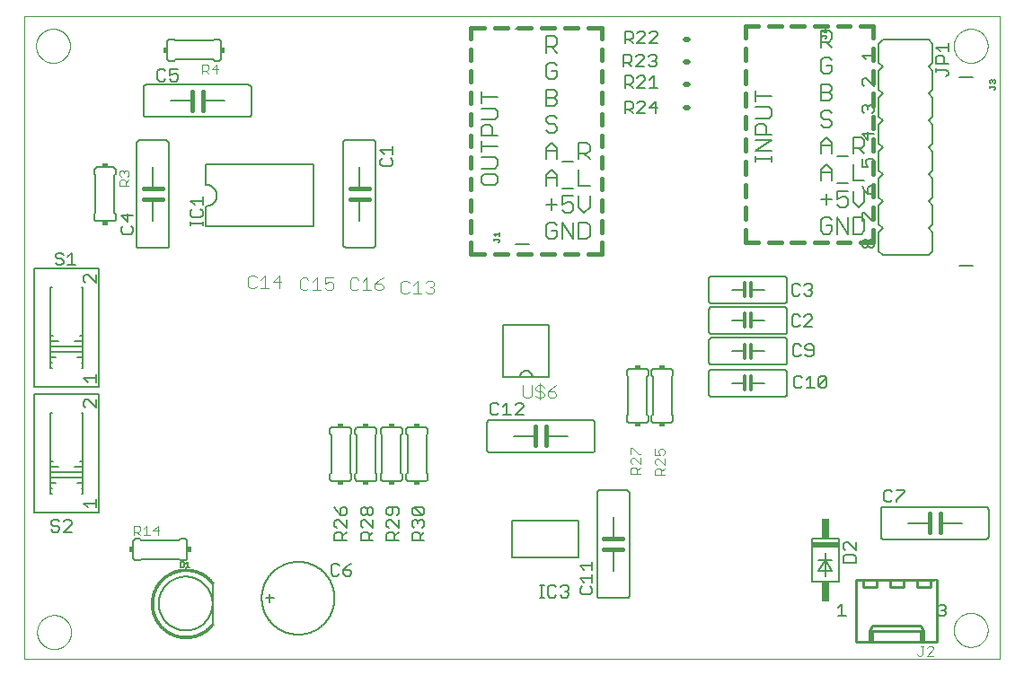
<source format=gto>
G75*
%MOIN*%
%OFA0B0*%
%FSLAX25Y25*%
%IPPOS*%
%LPD*%
%AMOC8*
5,1,8,0,0,1.08239X$1,22.5*
%
%ADD10C,0.00000*%
%ADD11C,0.00500*%
%ADD12C,0.01600*%
%ADD13C,0.00600*%
%ADD14C,0.00800*%
%ADD15C,0.00400*%
%ADD16R,0.02000X0.01500*%
%ADD17R,0.01500X0.02000*%
%ADD18C,0.00100*%
%ADD19R,0.10000X0.02000*%
%ADD20R,0.03000X0.07500*%
%ADD21C,0.01000*%
%ADD22C,0.00700*%
%ADD23C,0.01200*%
%ADD24C,0.02000*%
D10*
X0001984Y0001866D02*
X0001984Y0240567D01*
X0363992Y0240567D01*
X0363992Y0001866D01*
X0001984Y0001866D01*
X0006709Y0011827D02*
X0006711Y0011985D01*
X0006717Y0012143D01*
X0006727Y0012301D01*
X0006741Y0012459D01*
X0006759Y0012616D01*
X0006780Y0012773D01*
X0006806Y0012929D01*
X0006836Y0013085D01*
X0006869Y0013240D01*
X0006907Y0013393D01*
X0006948Y0013546D01*
X0006993Y0013698D01*
X0007042Y0013849D01*
X0007095Y0013998D01*
X0007151Y0014146D01*
X0007211Y0014292D01*
X0007275Y0014437D01*
X0007343Y0014580D01*
X0007414Y0014722D01*
X0007488Y0014862D01*
X0007566Y0014999D01*
X0007648Y0015135D01*
X0007732Y0015269D01*
X0007821Y0015400D01*
X0007912Y0015529D01*
X0008007Y0015656D01*
X0008104Y0015781D01*
X0008205Y0015903D01*
X0008309Y0016022D01*
X0008416Y0016139D01*
X0008526Y0016253D01*
X0008639Y0016364D01*
X0008754Y0016473D01*
X0008872Y0016578D01*
X0008993Y0016680D01*
X0009116Y0016780D01*
X0009242Y0016876D01*
X0009370Y0016969D01*
X0009500Y0017059D01*
X0009633Y0017145D01*
X0009768Y0017229D01*
X0009904Y0017308D01*
X0010043Y0017385D01*
X0010184Y0017457D01*
X0010326Y0017527D01*
X0010470Y0017592D01*
X0010616Y0017654D01*
X0010763Y0017712D01*
X0010912Y0017767D01*
X0011062Y0017818D01*
X0011213Y0017865D01*
X0011365Y0017908D01*
X0011518Y0017947D01*
X0011673Y0017983D01*
X0011828Y0018014D01*
X0011984Y0018042D01*
X0012140Y0018066D01*
X0012297Y0018086D01*
X0012455Y0018102D01*
X0012612Y0018114D01*
X0012771Y0018122D01*
X0012929Y0018126D01*
X0013087Y0018126D01*
X0013245Y0018122D01*
X0013404Y0018114D01*
X0013561Y0018102D01*
X0013719Y0018086D01*
X0013876Y0018066D01*
X0014032Y0018042D01*
X0014188Y0018014D01*
X0014343Y0017983D01*
X0014498Y0017947D01*
X0014651Y0017908D01*
X0014803Y0017865D01*
X0014954Y0017818D01*
X0015104Y0017767D01*
X0015253Y0017712D01*
X0015400Y0017654D01*
X0015546Y0017592D01*
X0015690Y0017527D01*
X0015832Y0017457D01*
X0015973Y0017385D01*
X0016112Y0017308D01*
X0016248Y0017229D01*
X0016383Y0017145D01*
X0016516Y0017059D01*
X0016646Y0016969D01*
X0016774Y0016876D01*
X0016900Y0016780D01*
X0017023Y0016680D01*
X0017144Y0016578D01*
X0017262Y0016473D01*
X0017377Y0016364D01*
X0017490Y0016253D01*
X0017600Y0016139D01*
X0017707Y0016022D01*
X0017811Y0015903D01*
X0017912Y0015781D01*
X0018009Y0015656D01*
X0018104Y0015529D01*
X0018195Y0015400D01*
X0018284Y0015269D01*
X0018368Y0015135D01*
X0018450Y0014999D01*
X0018528Y0014862D01*
X0018602Y0014722D01*
X0018673Y0014580D01*
X0018741Y0014437D01*
X0018805Y0014292D01*
X0018865Y0014146D01*
X0018921Y0013998D01*
X0018974Y0013849D01*
X0019023Y0013698D01*
X0019068Y0013546D01*
X0019109Y0013393D01*
X0019147Y0013240D01*
X0019180Y0013085D01*
X0019210Y0012929D01*
X0019236Y0012773D01*
X0019257Y0012616D01*
X0019275Y0012459D01*
X0019289Y0012301D01*
X0019299Y0012143D01*
X0019305Y0011985D01*
X0019307Y0011827D01*
X0019305Y0011669D01*
X0019299Y0011511D01*
X0019289Y0011353D01*
X0019275Y0011195D01*
X0019257Y0011038D01*
X0019236Y0010881D01*
X0019210Y0010725D01*
X0019180Y0010569D01*
X0019147Y0010414D01*
X0019109Y0010261D01*
X0019068Y0010108D01*
X0019023Y0009956D01*
X0018974Y0009805D01*
X0018921Y0009656D01*
X0018865Y0009508D01*
X0018805Y0009362D01*
X0018741Y0009217D01*
X0018673Y0009074D01*
X0018602Y0008932D01*
X0018528Y0008792D01*
X0018450Y0008655D01*
X0018368Y0008519D01*
X0018284Y0008385D01*
X0018195Y0008254D01*
X0018104Y0008125D01*
X0018009Y0007998D01*
X0017912Y0007873D01*
X0017811Y0007751D01*
X0017707Y0007632D01*
X0017600Y0007515D01*
X0017490Y0007401D01*
X0017377Y0007290D01*
X0017262Y0007181D01*
X0017144Y0007076D01*
X0017023Y0006974D01*
X0016900Y0006874D01*
X0016774Y0006778D01*
X0016646Y0006685D01*
X0016516Y0006595D01*
X0016383Y0006509D01*
X0016248Y0006425D01*
X0016112Y0006346D01*
X0015973Y0006269D01*
X0015832Y0006197D01*
X0015690Y0006127D01*
X0015546Y0006062D01*
X0015400Y0006000D01*
X0015253Y0005942D01*
X0015104Y0005887D01*
X0014954Y0005836D01*
X0014803Y0005789D01*
X0014651Y0005746D01*
X0014498Y0005707D01*
X0014343Y0005671D01*
X0014188Y0005640D01*
X0014032Y0005612D01*
X0013876Y0005588D01*
X0013719Y0005568D01*
X0013561Y0005552D01*
X0013404Y0005540D01*
X0013245Y0005532D01*
X0013087Y0005528D01*
X0012929Y0005528D01*
X0012771Y0005532D01*
X0012612Y0005540D01*
X0012455Y0005552D01*
X0012297Y0005568D01*
X0012140Y0005588D01*
X0011984Y0005612D01*
X0011828Y0005640D01*
X0011673Y0005671D01*
X0011518Y0005707D01*
X0011365Y0005746D01*
X0011213Y0005789D01*
X0011062Y0005836D01*
X0010912Y0005887D01*
X0010763Y0005942D01*
X0010616Y0006000D01*
X0010470Y0006062D01*
X0010326Y0006127D01*
X0010184Y0006197D01*
X0010043Y0006269D01*
X0009904Y0006346D01*
X0009768Y0006425D01*
X0009633Y0006509D01*
X0009500Y0006595D01*
X0009370Y0006685D01*
X0009242Y0006778D01*
X0009116Y0006874D01*
X0008993Y0006974D01*
X0008872Y0007076D01*
X0008754Y0007181D01*
X0008639Y0007290D01*
X0008526Y0007401D01*
X0008416Y0007515D01*
X0008309Y0007632D01*
X0008205Y0007751D01*
X0008104Y0007873D01*
X0008007Y0007998D01*
X0007912Y0008125D01*
X0007821Y0008254D01*
X0007732Y0008385D01*
X0007648Y0008519D01*
X0007566Y0008655D01*
X0007488Y0008792D01*
X0007414Y0008932D01*
X0007343Y0009074D01*
X0007275Y0009217D01*
X0007211Y0009362D01*
X0007151Y0009508D01*
X0007095Y0009656D01*
X0007042Y0009805D01*
X0006993Y0009956D01*
X0006948Y0010108D01*
X0006907Y0010261D01*
X0006869Y0010414D01*
X0006836Y0010569D01*
X0006806Y0010725D01*
X0006780Y0010881D01*
X0006759Y0011038D01*
X0006741Y0011195D01*
X0006727Y0011353D01*
X0006717Y0011511D01*
X0006711Y0011669D01*
X0006709Y0011827D01*
X0006315Y0229543D02*
X0006317Y0229701D01*
X0006323Y0229859D01*
X0006333Y0230017D01*
X0006347Y0230175D01*
X0006365Y0230332D01*
X0006386Y0230489D01*
X0006412Y0230645D01*
X0006442Y0230801D01*
X0006475Y0230956D01*
X0006513Y0231109D01*
X0006554Y0231262D01*
X0006599Y0231414D01*
X0006648Y0231565D01*
X0006701Y0231714D01*
X0006757Y0231862D01*
X0006817Y0232008D01*
X0006881Y0232153D01*
X0006949Y0232296D01*
X0007020Y0232438D01*
X0007094Y0232578D01*
X0007172Y0232715D01*
X0007254Y0232851D01*
X0007338Y0232985D01*
X0007427Y0233116D01*
X0007518Y0233245D01*
X0007613Y0233372D01*
X0007710Y0233497D01*
X0007811Y0233619D01*
X0007915Y0233738D01*
X0008022Y0233855D01*
X0008132Y0233969D01*
X0008245Y0234080D01*
X0008360Y0234189D01*
X0008478Y0234294D01*
X0008599Y0234396D01*
X0008722Y0234496D01*
X0008848Y0234592D01*
X0008976Y0234685D01*
X0009106Y0234775D01*
X0009239Y0234861D01*
X0009374Y0234945D01*
X0009510Y0235024D01*
X0009649Y0235101D01*
X0009790Y0235173D01*
X0009932Y0235243D01*
X0010076Y0235308D01*
X0010222Y0235370D01*
X0010369Y0235428D01*
X0010518Y0235483D01*
X0010668Y0235534D01*
X0010819Y0235581D01*
X0010971Y0235624D01*
X0011124Y0235663D01*
X0011279Y0235699D01*
X0011434Y0235730D01*
X0011590Y0235758D01*
X0011746Y0235782D01*
X0011903Y0235802D01*
X0012061Y0235818D01*
X0012218Y0235830D01*
X0012377Y0235838D01*
X0012535Y0235842D01*
X0012693Y0235842D01*
X0012851Y0235838D01*
X0013010Y0235830D01*
X0013167Y0235818D01*
X0013325Y0235802D01*
X0013482Y0235782D01*
X0013638Y0235758D01*
X0013794Y0235730D01*
X0013949Y0235699D01*
X0014104Y0235663D01*
X0014257Y0235624D01*
X0014409Y0235581D01*
X0014560Y0235534D01*
X0014710Y0235483D01*
X0014859Y0235428D01*
X0015006Y0235370D01*
X0015152Y0235308D01*
X0015296Y0235243D01*
X0015438Y0235173D01*
X0015579Y0235101D01*
X0015718Y0235024D01*
X0015854Y0234945D01*
X0015989Y0234861D01*
X0016122Y0234775D01*
X0016252Y0234685D01*
X0016380Y0234592D01*
X0016506Y0234496D01*
X0016629Y0234396D01*
X0016750Y0234294D01*
X0016868Y0234189D01*
X0016983Y0234080D01*
X0017096Y0233969D01*
X0017206Y0233855D01*
X0017313Y0233738D01*
X0017417Y0233619D01*
X0017518Y0233497D01*
X0017615Y0233372D01*
X0017710Y0233245D01*
X0017801Y0233116D01*
X0017890Y0232985D01*
X0017974Y0232851D01*
X0018056Y0232715D01*
X0018134Y0232578D01*
X0018208Y0232438D01*
X0018279Y0232296D01*
X0018347Y0232153D01*
X0018411Y0232008D01*
X0018471Y0231862D01*
X0018527Y0231714D01*
X0018580Y0231565D01*
X0018629Y0231414D01*
X0018674Y0231262D01*
X0018715Y0231109D01*
X0018753Y0230956D01*
X0018786Y0230801D01*
X0018816Y0230645D01*
X0018842Y0230489D01*
X0018863Y0230332D01*
X0018881Y0230175D01*
X0018895Y0230017D01*
X0018905Y0229859D01*
X0018911Y0229701D01*
X0018913Y0229543D01*
X0018911Y0229385D01*
X0018905Y0229227D01*
X0018895Y0229069D01*
X0018881Y0228911D01*
X0018863Y0228754D01*
X0018842Y0228597D01*
X0018816Y0228441D01*
X0018786Y0228285D01*
X0018753Y0228130D01*
X0018715Y0227977D01*
X0018674Y0227824D01*
X0018629Y0227672D01*
X0018580Y0227521D01*
X0018527Y0227372D01*
X0018471Y0227224D01*
X0018411Y0227078D01*
X0018347Y0226933D01*
X0018279Y0226790D01*
X0018208Y0226648D01*
X0018134Y0226508D01*
X0018056Y0226371D01*
X0017974Y0226235D01*
X0017890Y0226101D01*
X0017801Y0225970D01*
X0017710Y0225841D01*
X0017615Y0225714D01*
X0017518Y0225589D01*
X0017417Y0225467D01*
X0017313Y0225348D01*
X0017206Y0225231D01*
X0017096Y0225117D01*
X0016983Y0225006D01*
X0016868Y0224897D01*
X0016750Y0224792D01*
X0016629Y0224690D01*
X0016506Y0224590D01*
X0016380Y0224494D01*
X0016252Y0224401D01*
X0016122Y0224311D01*
X0015989Y0224225D01*
X0015854Y0224141D01*
X0015718Y0224062D01*
X0015579Y0223985D01*
X0015438Y0223913D01*
X0015296Y0223843D01*
X0015152Y0223778D01*
X0015006Y0223716D01*
X0014859Y0223658D01*
X0014710Y0223603D01*
X0014560Y0223552D01*
X0014409Y0223505D01*
X0014257Y0223462D01*
X0014104Y0223423D01*
X0013949Y0223387D01*
X0013794Y0223356D01*
X0013638Y0223328D01*
X0013482Y0223304D01*
X0013325Y0223284D01*
X0013167Y0223268D01*
X0013010Y0223256D01*
X0012851Y0223248D01*
X0012693Y0223244D01*
X0012535Y0223244D01*
X0012377Y0223248D01*
X0012218Y0223256D01*
X0012061Y0223268D01*
X0011903Y0223284D01*
X0011746Y0223304D01*
X0011590Y0223328D01*
X0011434Y0223356D01*
X0011279Y0223387D01*
X0011124Y0223423D01*
X0010971Y0223462D01*
X0010819Y0223505D01*
X0010668Y0223552D01*
X0010518Y0223603D01*
X0010369Y0223658D01*
X0010222Y0223716D01*
X0010076Y0223778D01*
X0009932Y0223843D01*
X0009790Y0223913D01*
X0009649Y0223985D01*
X0009510Y0224062D01*
X0009374Y0224141D01*
X0009239Y0224225D01*
X0009106Y0224311D01*
X0008976Y0224401D01*
X0008848Y0224494D01*
X0008722Y0224590D01*
X0008599Y0224690D01*
X0008478Y0224792D01*
X0008360Y0224897D01*
X0008245Y0225006D01*
X0008132Y0225117D01*
X0008022Y0225231D01*
X0007915Y0225348D01*
X0007811Y0225467D01*
X0007710Y0225589D01*
X0007613Y0225714D01*
X0007518Y0225841D01*
X0007427Y0225970D01*
X0007338Y0226101D01*
X0007254Y0226235D01*
X0007172Y0226371D01*
X0007094Y0226508D01*
X0007020Y0226648D01*
X0006949Y0226790D01*
X0006881Y0226933D01*
X0006817Y0227078D01*
X0006757Y0227224D01*
X0006701Y0227372D01*
X0006648Y0227521D01*
X0006599Y0227672D01*
X0006554Y0227824D01*
X0006513Y0227977D01*
X0006475Y0228130D01*
X0006442Y0228285D01*
X0006412Y0228441D01*
X0006386Y0228597D01*
X0006365Y0228754D01*
X0006347Y0228911D01*
X0006333Y0229069D01*
X0006323Y0229227D01*
X0006317Y0229385D01*
X0006315Y0229543D01*
X0346866Y0229543D02*
X0346868Y0229701D01*
X0346874Y0229859D01*
X0346884Y0230017D01*
X0346898Y0230175D01*
X0346916Y0230332D01*
X0346937Y0230489D01*
X0346963Y0230645D01*
X0346993Y0230801D01*
X0347026Y0230956D01*
X0347064Y0231109D01*
X0347105Y0231262D01*
X0347150Y0231414D01*
X0347199Y0231565D01*
X0347252Y0231714D01*
X0347308Y0231862D01*
X0347368Y0232008D01*
X0347432Y0232153D01*
X0347500Y0232296D01*
X0347571Y0232438D01*
X0347645Y0232578D01*
X0347723Y0232715D01*
X0347805Y0232851D01*
X0347889Y0232985D01*
X0347978Y0233116D01*
X0348069Y0233245D01*
X0348164Y0233372D01*
X0348261Y0233497D01*
X0348362Y0233619D01*
X0348466Y0233738D01*
X0348573Y0233855D01*
X0348683Y0233969D01*
X0348796Y0234080D01*
X0348911Y0234189D01*
X0349029Y0234294D01*
X0349150Y0234396D01*
X0349273Y0234496D01*
X0349399Y0234592D01*
X0349527Y0234685D01*
X0349657Y0234775D01*
X0349790Y0234861D01*
X0349925Y0234945D01*
X0350061Y0235024D01*
X0350200Y0235101D01*
X0350341Y0235173D01*
X0350483Y0235243D01*
X0350627Y0235308D01*
X0350773Y0235370D01*
X0350920Y0235428D01*
X0351069Y0235483D01*
X0351219Y0235534D01*
X0351370Y0235581D01*
X0351522Y0235624D01*
X0351675Y0235663D01*
X0351830Y0235699D01*
X0351985Y0235730D01*
X0352141Y0235758D01*
X0352297Y0235782D01*
X0352454Y0235802D01*
X0352612Y0235818D01*
X0352769Y0235830D01*
X0352928Y0235838D01*
X0353086Y0235842D01*
X0353244Y0235842D01*
X0353402Y0235838D01*
X0353561Y0235830D01*
X0353718Y0235818D01*
X0353876Y0235802D01*
X0354033Y0235782D01*
X0354189Y0235758D01*
X0354345Y0235730D01*
X0354500Y0235699D01*
X0354655Y0235663D01*
X0354808Y0235624D01*
X0354960Y0235581D01*
X0355111Y0235534D01*
X0355261Y0235483D01*
X0355410Y0235428D01*
X0355557Y0235370D01*
X0355703Y0235308D01*
X0355847Y0235243D01*
X0355989Y0235173D01*
X0356130Y0235101D01*
X0356269Y0235024D01*
X0356405Y0234945D01*
X0356540Y0234861D01*
X0356673Y0234775D01*
X0356803Y0234685D01*
X0356931Y0234592D01*
X0357057Y0234496D01*
X0357180Y0234396D01*
X0357301Y0234294D01*
X0357419Y0234189D01*
X0357534Y0234080D01*
X0357647Y0233969D01*
X0357757Y0233855D01*
X0357864Y0233738D01*
X0357968Y0233619D01*
X0358069Y0233497D01*
X0358166Y0233372D01*
X0358261Y0233245D01*
X0358352Y0233116D01*
X0358441Y0232985D01*
X0358525Y0232851D01*
X0358607Y0232715D01*
X0358685Y0232578D01*
X0358759Y0232438D01*
X0358830Y0232296D01*
X0358898Y0232153D01*
X0358962Y0232008D01*
X0359022Y0231862D01*
X0359078Y0231714D01*
X0359131Y0231565D01*
X0359180Y0231414D01*
X0359225Y0231262D01*
X0359266Y0231109D01*
X0359304Y0230956D01*
X0359337Y0230801D01*
X0359367Y0230645D01*
X0359393Y0230489D01*
X0359414Y0230332D01*
X0359432Y0230175D01*
X0359446Y0230017D01*
X0359456Y0229859D01*
X0359462Y0229701D01*
X0359464Y0229543D01*
X0359462Y0229385D01*
X0359456Y0229227D01*
X0359446Y0229069D01*
X0359432Y0228911D01*
X0359414Y0228754D01*
X0359393Y0228597D01*
X0359367Y0228441D01*
X0359337Y0228285D01*
X0359304Y0228130D01*
X0359266Y0227977D01*
X0359225Y0227824D01*
X0359180Y0227672D01*
X0359131Y0227521D01*
X0359078Y0227372D01*
X0359022Y0227224D01*
X0358962Y0227078D01*
X0358898Y0226933D01*
X0358830Y0226790D01*
X0358759Y0226648D01*
X0358685Y0226508D01*
X0358607Y0226371D01*
X0358525Y0226235D01*
X0358441Y0226101D01*
X0358352Y0225970D01*
X0358261Y0225841D01*
X0358166Y0225714D01*
X0358069Y0225589D01*
X0357968Y0225467D01*
X0357864Y0225348D01*
X0357757Y0225231D01*
X0357647Y0225117D01*
X0357534Y0225006D01*
X0357419Y0224897D01*
X0357301Y0224792D01*
X0357180Y0224690D01*
X0357057Y0224590D01*
X0356931Y0224494D01*
X0356803Y0224401D01*
X0356673Y0224311D01*
X0356540Y0224225D01*
X0356405Y0224141D01*
X0356269Y0224062D01*
X0356130Y0223985D01*
X0355989Y0223913D01*
X0355847Y0223843D01*
X0355703Y0223778D01*
X0355557Y0223716D01*
X0355410Y0223658D01*
X0355261Y0223603D01*
X0355111Y0223552D01*
X0354960Y0223505D01*
X0354808Y0223462D01*
X0354655Y0223423D01*
X0354500Y0223387D01*
X0354345Y0223356D01*
X0354189Y0223328D01*
X0354033Y0223304D01*
X0353876Y0223284D01*
X0353718Y0223268D01*
X0353561Y0223256D01*
X0353402Y0223248D01*
X0353244Y0223244D01*
X0353086Y0223244D01*
X0352928Y0223248D01*
X0352769Y0223256D01*
X0352612Y0223268D01*
X0352454Y0223284D01*
X0352297Y0223304D01*
X0352141Y0223328D01*
X0351985Y0223356D01*
X0351830Y0223387D01*
X0351675Y0223423D01*
X0351522Y0223462D01*
X0351370Y0223505D01*
X0351219Y0223552D01*
X0351069Y0223603D01*
X0350920Y0223658D01*
X0350773Y0223716D01*
X0350627Y0223778D01*
X0350483Y0223843D01*
X0350341Y0223913D01*
X0350200Y0223985D01*
X0350061Y0224062D01*
X0349925Y0224141D01*
X0349790Y0224225D01*
X0349657Y0224311D01*
X0349527Y0224401D01*
X0349399Y0224494D01*
X0349273Y0224590D01*
X0349150Y0224690D01*
X0349029Y0224792D01*
X0348911Y0224897D01*
X0348796Y0225006D01*
X0348683Y0225117D01*
X0348573Y0225231D01*
X0348466Y0225348D01*
X0348362Y0225467D01*
X0348261Y0225589D01*
X0348164Y0225714D01*
X0348069Y0225841D01*
X0347978Y0225970D01*
X0347889Y0226101D01*
X0347805Y0226235D01*
X0347723Y0226371D01*
X0347645Y0226508D01*
X0347571Y0226648D01*
X0347500Y0226790D01*
X0347432Y0226933D01*
X0347368Y0227078D01*
X0347308Y0227224D01*
X0347252Y0227372D01*
X0347199Y0227521D01*
X0347150Y0227672D01*
X0347105Y0227824D01*
X0347064Y0227977D01*
X0347026Y0228130D01*
X0346993Y0228285D01*
X0346963Y0228441D01*
X0346937Y0228597D01*
X0346916Y0228754D01*
X0346898Y0228911D01*
X0346884Y0229069D01*
X0346874Y0229227D01*
X0346868Y0229385D01*
X0346866Y0229543D01*
X0346866Y0012614D02*
X0346868Y0012772D01*
X0346874Y0012930D01*
X0346884Y0013088D01*
X0346898Y0013246D01*
X0346916Y0013403D01*
X0346937Y0013560D01*
X0346963Y0013716D01*
X0346993Y0013872D01*
X0347026Y0014027D01*
X0347064Y0014180D01*
X0347105Y0014333D01*
X0347150Y0014485D01*
X0347199Y0014636D01*
X0347252Y0014785D01*
X0347308Y0014933D01*
X0347368Y0015079D01*
X0347432Y0015224D01*
X0347500Y0015367D01*
X0347571Y0015509D01*
X0347645Y0015649D01*
X0347723Y0015786D01*
X0347805Y0015922D01*
X0347889Y0016056D01*
X0347978Y0016187D01*
X0348069Y0016316D01*
X0348164Y0016443D01*
X0348261Y0016568D01*
X0348362Y0016690D01*
X0348466Y0016809D01*
X0348573Y0016926D01*
X0348683Y0017040D01*
X0348796Y0017151D01*
X0348911Y0017260D01*
X0349029Y0017365D01*
X0349150Y0017467D01*
X0349273Y0017567D01*
X0349399Y0017663D01*
X0349527Y0017756D01*
X0349657Y0017846D01*
X0349790Y0017932D01*
X0349925Y0018016D01*
X0350061Y0018095D01*
X0350200Y0018172D01*
X0350341Y0018244D01*
X0350483Y0018314D01*
X0350627Y0018379D01*
X0350773Y0018441D01*
X0350920Y0018499D01*
X0351069Y0018554D01*
X0351219Y0018605D01*
X0351370Y0018652D01*
X0351522Y0018695D01*
X0351675Y0018734D01*
X0351830Y0018770D01*
X0351985Y0018801D01*
X0352141Y0018829D01*
X0352297Y0018853D01*
X0352454Y0018873D01*
X0352612Y0018889D01*
X0352769Y0018901D01*
X0352928Y0018909D01*
X0353086Y0018913D01*
X0353244Y0018913D01*
X0353402Y0018909D01*
X0353561Y0018901D01*
X0353718Y0018889D01*
X0353876Y0018873D01*
X0354033Y0018853D01*
X0354189Y0018829D01*
X0354345Y0018801D01*
X0354500Y0018770D01*
X0354655Y0018734D01*
X0354808Y0018695D01*
X0354960Y0018652D01*
X0355111Y0018605D01*
X0355261Y0018554D01*
X0355410Y0018499D01*
X0355557Y0018441D01*
X0355703Y0018379D01*
X0355847Y0018314D01*
X0355989Y0018244D01*
X0356130Y0018172D01*
X0356269Y0018095D01*
X0356405Y0018016D01*
X0356540Y0017932D01*
X0356673Y0017846D01*
X0356803Y0017756D01*
X0356931Y0017663D01*
X0357057Y0017567D01*
X0357180Y0017467D01*
X0357301Y0017365D01*
X0357419Y0017260D01*
X0357534Y0017151D01*
X0357647Y0017040D01*
X0357757Y0016926D01*
X0357864Y0016809D01*
X0357968Y0016690D01*
X0358069Y0016568D01*
X0358166Y0016443D01*
X0358261Y0016316D01*
X0358352Y0016187D01*
X0358441Y0016056D01*
X0358525Y0015922D01*
X0358607Y0015786D01*
X0358685Y0015649D01*
X0358759Y0015509D01*
X0358830Y0015367D01*
X0358898Y0015224D01*
X0358962Y0015079D01*
X0359022Y0014933D01*
X0359078Y0014785D01*
X0359131Y0014636D01*
X0359180Y0014485D01*
X0359225Y0014333D01*
X0359266Y0014180D01*
X0359304Y0014027D01*
X0359337Y0013872D01*
X0359367Y0013716D01*
X0359393Y0013560D01*
X0359414Y0013403D01*
X0359432Y0013246D01*
X0359446Y0013088D01*
X0359456Y0012930D01*
X0359462Y0012772D01*
X0359464Y0012614D01*
X0359462Y0012456D01*
X0359456Y0012298D01*
X0359446Y0012140D01*
X0359432Y0011982D01*
X0359414Y0011825D01*
X0359393Y0011668D01*
X0359367Y0011512D01*
X0359337Y0011356D01*
X0359304Y0011201D01*
X0359266Y0011048D01*
X0359225Y0010895D01*
X0359180Y0010743D01*
X0359131Y0010592D01*
X0359078Y0010443D01*
X0359022Y0010295D01*
X0358962Y0010149D01*
X0358898Y0010004D01*
X0358830Y0009861D01*
X0358759Y0009719D01*
X0358685Y0009579D01*
X0358607Y0009442D01*
X0358525Y0009306D01*
X0358441Y0009172D01*
X0358352Y0009041D01*
X0358261Y0008912D01*
X0358166Y0008785D01*
X0358069Y0008660D01*
X0357968Y0008538D01*
X0357864Y0008419D01*
X0357757Y0008302D01*
X0357647Y0008188D01*
X0357534Y0008077D01*
X0357419Y0007968D01*
X0357301Y0007863D01*
X0357180Y0007761D01*
X0357057Y0007661D01*
X0356931Y0007565D01*
X0356803Y0007472D01*
X0356673Y0007382D01*
X0356540Y0007296D01*
X0356405Y0007212D01*
X0356269Y0007133D01*
X0356130Y0007056D01*
X0355989Y0006984D01*
X0355847Y0006914D01*
X0355703Y0006849D01*
X0355557Y0006787D01*
X0355410Y0006729D01*
X0355261Y0006674D01*
X0355111Y0006623D01*
X0354960Y0006576D01*
X0354808Y0006533D01*
X0354655Y0006494D01*
X0354500Y0006458D01*
X0354345Y0006427D01*
X0354189Y0006399D01*
X0354033Y0006375D01*
X0353876Y0006355D01*
X0353718Y0006339D01*
X0353561Y0006327D01*
X0353402Y0006319D01*
X0353244Y0006315D01*
X0353086Y0006315D01*
X0352928Y0006319D01*
X0352769Y0006327D01*
X0352612Y0006339D01*
X0352454Y0006355D01*
X0352297Y0006375D01*
X0352141Y0006399D01*
X0351985Y0006427D01*
X0351830Y0006458D01*
X0351675Y0006494D01*
X0351522Y0006533D01*
X0351370Y0006576D01*
X0351219Y0006623D01*
X0351069Y0006674D01*
X0350920Y0006729D01*
X0350773Y0006787D01*
X0350627Y0006849D01*
X0350483Y0006914D01*
X0350341Y0006984D01*
X0350200Y0007056D01*
X0350061Y0007133D01*
X0349925Y0007212D01*
X0349790Y0007296D01*
X0349657Y0007382D01*
X0349527Y0007472D01*
X0349399Y0007565D01*
X0349273Y0007661D01*
X0349150Y0007761D01*
X0349029Y0007863D01*
X0348911Y0007968D01*
X0348796Y0008077D01*
X0348683Y0008188D01*
X0348573Y0008302D01*
X0348466Y0008419D01*
X0348362Y0008538D01*
X0348261Y0008660D01*
X0348164Y0008785D01*
X0348069Y0008912D01*
X0347978Y0009041D01*
X0347889Y0009172D01*
X0347805Y0009306D01*
X0347723Y0009442D01*
X0347645Y0009579D01*
X0347571Y0009719D01*
X0347500Y0009861D01*
X0347432Y0010004D01*
X0347368Y0010149D01*
X0347308Y0010295D01*
X0347252Y0010443D01*
X0347199Y0010592D01*
X0347150Y0010743D01*
X0347105Y0010895D01*
X0347064Y0011048D01*
X0347026Y0011201D01*
X0346993Y0011356D01*
X0346963Y0011512D01*
X0346937Y0011668D01*
X0346916Y0011825D01*
X0346898Y0011982D01*
X0346884Y0012140D01*
X0346874Y0012298D01*
X0346868Y0012456D01*
X0346866Y0012614D01*
D11*
X0335606Y0009701D02*
X0335606Y0008201D01*
X0334606Y0008201D01*
X0330606Y0031201D02*
X0328106Y0031201D01*
X0330606Y0031201D02*
X0340606Y0031201D01*
X0310478Y0037641D02*
X0310478Y0039892D01*
X0309728Y0040643D01*
X0306725Y0040643D01*
X0305975Y0039892D01*
X0305975Y0037641D01*
X0310478Y0037641D01*
X0310478Y0042244D02*
X0307476Y0045247D01*
X0306725Y0045247D01*
X0305975Y0044496D01*
X0305975Y0042995D01*
X0306725Y0042244D01*
X0310478Y0042244D02*
X0310478Y0045247D01*
X0321780Y0060128D02*
X0323281Y0060128D01*
X0324032Y0060879D01*
X0325633Y0060879D02*
X0325633Y0060128D01*
X0325633Y0060879D02*
X0328636Y0063881D01*
X0328636Y0064632D01*
X0325633Y0064632D01*
X0324032Y0063881D02*
X0323281Y0064632D01*
X0321780Y0064632D01*
X0321030Y0063881D01*
X0321030Y0060879D01*
X0321780Y0060128D01*
X0299013Y0102435D02*
X0297512Y0102435D01*
X0296761Y0103186D01*
X0299764Y0106188D01*
X0299764Y0103186D01*
X0299013Y0102435D01*
X0296761Y0103186D02*
X0296761Y0106188D01*
X0297512Y0106939D01*
X0299013Y0106939D01*
X0299764Y0106188D01*
X0295160Y0102435D02*
X0292157Y0102435D01*
X0293658Y0102435D02*
X0293658Y0106939D01*
X0292157Y0105438D01*
X0290556Y0106188D02*
X0289805Y0106939D01*
X0288304Y0106939D01*
X0287553Y0106188D01*
X0287553Y0103186D01*
X0288304Y0102435D01*
X0289805Y0102435D01*
X0290556Y0103186D01*
X0289411Y0114246D02*
X0287910Y0114246D01*
X0287159Y0114997D01*
X0287159Y0117999D01*
X0287910Y0118750D01*
X0289411Y0118750D01*
X0290162Y0117999D01*
X0291763Y0117999D02*
X0291763Y0117249D01*
X0292514Y0116498D01*
X0294766Y0116498D01*
X0294766Y0117999D02*
X0294015Y0118750D01*
X0292514Y0118750D01*
X0291763Y0117999D01*
X0291763Y0114997D02*
X0292514Y0114246D01*
X0294015Y0114246D01*
X0294766Y0114997D01*
X0294766Y0117999D01*
X0290162Y0114997D02*
X0289411Y0114246D01*
X0289018Y0125270D02*
X0289768Y0126020D01*
X0289018Y0125270D02*
X0287516Y0125270D01*
X0286766Y0126020D01*
X0286766Y0129023D01*
X0287516Y0129774D01*
X0289018Y0129774D01*
X0289768Y0129023D01*
X0291370Y0129023D02*
X0292120Y0129774D01*
X0293622Y0129774D01*
X0294372Y0129023D01*
X0294372Y0128272D01*
X0291370Y0125270D01*
X0294372Y0125270D01*
X0293622Y0136687D02*
X0292120Y0136687D01*
X0291370Y0137438D01*
X0289768Y0137438D02*
X0289018Y0136687D01*
X0287516Y0136687D01*
X0286766Y0137438D01*
X0286766Y0140440D01*
X0287516Y0141191D01*
X0289018Y0141191D01*
X0289768Y0140440D01*
X0291370Y0140440D02*
X0292120Y0141191D01*
X0293622Y0141191D01*
X0294372Y0140440D01*
X0294372Y0139690D01*
X0293622Y0138939D01*
X0294372Y0138188D01*
X0294372Y0137438D01*
X0293622Y0136687D01*
X0293622Y0138939D02*
X0292871Y0138939D01*
X0312817Y0155263D02*
X0313568Y0154512D01*
X0314318Y0154512D01*
X0315069Y0155263D01*
X0315069Y0156764D01*
X0315820Y0157515D01*
X0316570Y0157515D01*
X0317321Y0156764D01*
X0317321Y0155263D01*
X0316570Y0154512D01*
X0315820Y0154512D01*
X0315069Y0155263D01*
X0315069Y0156764D02*
X0314318Y0157515D01*
X0313568Y0157515D01*
X0312817Y0156764D01*
X0312817Y0155263D01*
X0312717Y0159715D02*
X0309664Y0159715D01*
X0309664Y0165820D01*
X0312717Y0165820D01*
X0313734Y0164802D01*
X0313734Y0160732D01*
X0312717Y0159715D01*
X0307657Y0159715D02*
X0307657Y0165820D01*
X0306640Y0169615D02*
X0304605Y0169615D01*
X0303587Y0170632D01*
X0303587Y0172667D02*
X0305622Y0173685D01*
X0306640Y0173685D01*
X0307657Y0172667D01*
X0307657Y0170632D01*
X0306640Y0169615D01*
X0309664Y0171650D02*
X0311699Y0169615D01*
X0313734Y0171650D01*
X0313734Y0175720D01*
X0313568Y0176013D02*
X0315069Y0174512D01*
X0315069Y0176764D01*
X0315820Y0177515D01*
X0316570Y0177515D01*
X0317321Y0176764D01*
X0317321Y0175263D01*
X0316570Y0174512D01*
X0315069Y0174512D01*
X0313568Y0176013D02*
X0312817Y0177515D01*
X0313734Y0179515D02*
X0309664Y0179515D01*
X0309664Y0185620D01*
X0312817Y0184512D02*
X0312817Y0187515D01*
X0314318Y0186764D02*
X0315069Y0187515D01*
X0316570Y0187515D01*
X0317321Y0186764D01*
X0317321Y0185263D01*
X0316570Y0184512D01*
X0315069Y0184512D02*
X0314318Y0186013D01*
X0314318Y0186764D01*
X0315069Y0184512D02*
X0312817Y0184512D01*
X0307657Y0188397D02*
X0303587Y0188397D01*
X0301580Y0189415D02*
X0301580Y0193485D01*
X0299545Y0195520D01*
X0297510Y0193485D01*
X0297510Y0189415D01*
X0297510Y0192467D02*
X0301580Y0192467D01*
X0309664Y0191450D02*
X0312717Y0191450D01*
X0313734Y0192467D01*
X0313734Y0194502D01*
X0312717Y0195520D01*
X0309664Y0195520D01*
X0309664Y0189415D01*
X0311699Y0191450D02*
X0313734Y0189415D01*
X0315069Y0194512D02*
X0315069Y0197515D01*
X0317321Y0196764D02*
X0312817Y0196764D01*
X0315069Y0194512D01*
X0316570Y0204512D02*
X0317321Y0205263D01*
X0317321Y0206764D01*
X0316570Y0207515D01*
X0315820Y0207515D01*
X0315069Y0206764D01*
X0315069Y0206013D01*
X0315069Y0206764D02*
X0314318Y0207515D01*
X0313568Y0207515D01*
X0312817Y0206764D01*
X0312817Y0205263D01*
X0313568Y0204512D01*
X0301580Y0204402D02*
X0300562Y0205420D01*
X0298527Y0205420D01*
X0297510Y0204402D01*
X0297510Y0203385D01*
X0298527Y0202367D01*
X0300562Y0202367D01*
X0301580Y0201350D01*
X0301580Y0200332D01*
X0300562Y0199315D01*
X0298527Y0199315D01*
X0297510Y0200332D01*
X0297510Y0209215D02*
X0300562Y0209215D01*
X0301580Y0210232D01*
X0301580Y0211250D01*
X0300562Y0212267D01*
X0297510Y0212267D01*
X0297510Y0209215D02*
X0297510Y0215320D01*
X0300562Y0215320D01*
X0301580Y0214302D01*
X0301580Y0213285D01*
X0300562Y0212267D01*
X0300562Y0219115D02*
X0298527Y0219115D01*
X0297510Y0220132D01*
X0297510Y0224202D01*
X0298527Y0225220D01*
X0300562Y0225220D01*
X0301580Y0224202D01*
X0301580Y0222167D02*
X0299545Y0222167D01*
X0301580Y0222167D02*
X0301580Y0220132D01*
X0300562Y0219115D01*
X0312817Y0216764D02*
X0312817Y0215263D01*
X0313568Y0214512D01*
X0312817Y0216764D02*
X0313568Y0217515D01*
X0314318Y0217515D01*
X0317321Y0214512D01*
X0317321Y0217515D01*
X0317321Y0224512D02*
X0317321Y0227515D01*
X0317321Y0226013D02*
X0312817Y0226013D01*
X0314318Y0224512D01*
X0301580Y0229015D02*
X0299545Y0231050D01*
X0300562Y0231050D02*
X0297510Y0231050D01*
X0297819Y0232830D02*
X0297819Y0233464D01*
X0297819Y0233147D02*
X0299404Y0233147D01*
X0299721Y0232830D01*
X0299721Y0232513D01*
X0299404Y0232196D01*
X0300562Y0231050D02*
X0301580Y0232067D01*
X0301580Y0234102D01*
X0300562Y0235120D01*
X0297510Y0235120D01*
X0297510Y0229015D01*
X0298770Y0234406D02*
X0298770Y0235357D01*
X0299087Y0235674D01*
X0299404Y0235674D01*
X0299721Y0235357D01*
X0299721Y0234723D01*
X0299404Y0234406D01*
X0298770Y0234406D01*
X0298136Y0235040D01*
X0297819Y0235674D01*
X0273188Y0212839D02*
X0273188Y0208769D01*
X0273188Y0206762D02*
X0278276Y0206762D01*
X0279293Y0205745D01*
X0279293Y0203710D01*
X0278276Y0202692D01*
X0273188Y0202692D01*
X0274206Y0200685D02*
X0276241Y0200685D01*
X0277258Y0199667D01*
X0277258Y0196615D01*
X0279293Y0196615D02*
X0273188Y0196615D01*
X0273188Y0199667D01*
X0274206Y0200685D01*
X0273188Y0194608D02*
X0279293Y0194608D01*
X0273188Y0190538D01*
X0279293Y0190538D01*
X0279293Y0188521D02*
X0279293Y0186486D01*
X0279293Y0187504D02*
X0273188Y0187504D01*
X0273188Y0188521D02*
X0273188Y0186486D01*
X0297510Y0183585D02*
X0297510Y0179515D01*
X0297510Y0182567D02*
X0301580Y0182567D01*
X0301580Y0183585D02*
X0301580Y0179515D01*
X0303587Y0178497D02*
X0307657Y0178497D01*
X0307657Y0175720D02*
X0303587Y0175720D01*
X0303587Y0172667D01*
X0301580Y0172667D02*
X0297510Y0172667D01*
X0299545Y0174702D02*
X0299545Y0170632D01*
X0300562Y0165820D02*
X0298527Y0165820D01*
X0297510Y0164802D01*
X0297510Y0160732D01*
X0298527Y0159715D01*
X0300562Y0159715D01*
X0301580Y0160732D01*
X0301580Y0162767D01*
X0299545Y0162767D01*
X0301580Y0164802D02*
X0300562Y0165820D01*
X0303587Y0165820D02*
X0307657Y0159715D01*
X0303587Y0159715D02*
X0303587Y0165820D01*
X0309664Y0171650D02*
X0309664Y0175720D01*
X0312817Y0167515D02*
X0313568Y0167515D01*
X0316570Y0164512D01*
X0317321Y0164512D01*
X0312817Y0164512D02*
X0312817Y0167515D01*
X0301580Y0183585D02*
X0299545Y0185620D01*
X0297510Y0183585D01*
X0279293Y0210804D02*
X0273188Y0210804D01*
X0236986Y0213894D02*
X0233983Y0213894D01*
X0235484Y0213894D02*
X0235484Y0218398D01*
X0233983Y0216897D01*
X0232382Y0216897D02*
X0232382Y0217647D01*
X0231631Y0218398D01*
X0230130Y0218398D01*
X0229379Y0217647D01*
X0227778Y0217647D02*
X0227778Y0216146D01*
X0227027Y0215395D01*
X0224775Y0215395D01*
X0224775Y0213894D02*
X0224775Y0218398D01*
X0227027Y0218398D01*
X0227778Y0217647D01*
X0226276Y0215395D02*
X0227778Y0213894D01*
X0229379Y0213894D02*
X0232382Y0216897D01*
X0232382Y0213894D02*
X0229379Y0213894D01*
X0230130Y0208949D02*
X0229379Y0208198D01*
X0230130Y0208949D02*
X0231631Y0208949D01*
X0232382Y0208198D01*
X0232382Y0207448D01*
X0229379Y0204445D01*
X0232382Y0204445D01*
X0233983Y0206697D02*
X0236986Y0206697D01*
X0236235Y0204445D02*
X0236235Y0208949D01*
X0233983Y0206697D01*
X0227778Y0206697D02*
X0227027Y0205947D01*
X0224775Y0205947D01*
X0226276Y0205947D02*
X0227778Y0204445D01*
X0227778Y0206697D02*
X0227778Y0208198D01*
X0227027Y0208949D01*
X0224775Y0208949D01*
X0224775Y0204445D01*
X0211766Y0192534D02*
X0211766Y0190499D01*
X0210748Y0189481D01*
X0207696Y0189481D01*
X0209731Y0189481D02*
X0211766Y0187446D01*
X0207696Y0187446D02*
X0207696Y0193551D01*
X0210748Y0193551D01*
X0211766Y0192534D01*
X0205689Y0186429D02*
X0201619Y0186429D01*
X0199611Y0187446D02*
X0199611Y0191516D01*
X0197576Y0193551D01*
X0195541Y0191516D01*
X0195541Y0187446D01*
X0195541Y0190499D02*
X0199611Y0190499D01*
X0198594Y0197346D02*
X0196559Y0197346D01*
X0195541Y0198364D01*
X0196559Y0200399D02*
X0198594Y0200399D01*
X0199611Y0199381D01*
X0199611Y0198364D01*
X0198594Y0197346D01*
X0196559Y0200399D02*
X0195541Y0201416D01*
X0195541Y0202434D01*
X0196559Y0203451D01*
X0198594Y0203451D01*
X0199611Y0202434D01*
X0198594Y0207246D02*
X0195541Y0207246D01*
X0195541Y0213351D01*
X0198594Y0213351D01*
X0199611Y0212334D01*
X0199611Y0211316D01*
X0198594Y0210299D01*
X0195541Y0210299D01*
X0198594Y0210299D02*
X0199611Y0209281D01*
X0199611Y0208264D01*
X0198594Y0207246D01*
X0198594Y0217146D02*
X0196559Y0217146D01*
X0195541Y0218164D01*
X0195541Y0222234D01*
X0196559Y0223251D01*
X0198594Y0223251D01*
X0199611Y0222234D01*
X0199611Y0220199D02*
X0197576Y0220199D01*
X0199611Y0220199D02*
X0199611Y0218164D01*
X0198594Y0217146D01*
X0199611Y0227046D02*
X0197576Y0229081D01*
X0198594Y0229081D02*
X0195541Y0229081D01*
X0195541Y0227046D02*
X0195541Y0233151D01*
X0198594Y0233151D01*
X0199611Y0232134D01*
X0199611Y0230099D01*
X0198594Y0229081D01*
X0224382Y0226272D02*
X0224382Y0221768D01*
X0224382Y0223269D02*
X0226633Y0223269D01*
X0227384Y0224020D01*
X0227384Y0225521D01*
X0226633Y0226272D01*
X0224382Y0226272D01*
X0225883Y0223269D02*
X0227384Y0221768D01*
X0228985Y0221768D02*
X0231988Y0224771D01*
X0231988Y0225521D01*
X0231237Y0226272D01*
X0229736Y0226272D01*
X0228985Y0225521D01*
X0228985Y0221768D02*
X0231988Y0221768D01*
X0233589Y0222519D02*
X0234340Y0221768D01*
X0235841Y0221768D01*
X0236592Y0222519D01*
X0236592Y0223269D01*
X0235841Y0224020D01*
X0235091Y0224020D01*
X0235841Y0224020D02*
X0236592Y0224771D01*
X0236592Y0225521D01*
X0235841Y0226272D01*
X0234340Y0226272D01*
X0233589Y0225521D01*
X0233983Y0230430D02*
X0236986Y0233432D01*
X0236986Y0234183D01*
X0236235Y0234933D01*
X0234734Y0234933D01*
X0233983Y0234183D01*
X0232382Y0234183D02*
X0231631Y0234933D01*
X0230130Y0234933D01*
X0229379Y0234183D01*
X0227778Y0234183D02*
X0227778Y0232681D01*
X0227027Y0231931D01*
X0224775Y0231931D01*
X0224775Y0230430D02*
X0224775Y0234933D01*
X0227027Y0234933D01*
X0227778Y0234183D01*
X0226276Y0231931D02*
X0227778Y0230430D01*
X0229379Y0230430D02*
X0232382Y0233432D01*
X0232382Y0234183D01*
X0232382Y0230430D02*
X0229379Y0230430D01*
X0233983Y0230430D02*
X0236986Y0230430D01*
X0177626Y0210397D02*
X0171520Y0210397D01*
X0171520Y0208362D02*
X0171520Y0212432D01*
X0171520Y0206355D02*
X0176608Y0206355D01*
X0177626Y0205337D01*
X0177626Y0203302D01*
X0176608Y0202285D01*
X0171520Y0202285D01*
X0172538Y0200278D02*
X0171520Y0199260D01*
X0171520Y0196207D01*
X0177626Y0196207D01*
X0175591Y0196207D02*
X0175591Y0199260D01*
X0174573Y0200278D01*
X0172538Y0200278D01*
X0171520Y0194200D02*
X0171520Y0190130D01*
X0171520Y0188123D02*
X0176608Y0188123D01*
X0177626Y0187106D01*
X0177626Y0185071D01*
X0176608Y0184053D01*
X0171520Y0184053D01*
X0172538Y0182046D02*
X0171520Y0181028D01*
X0171520Y0178993D01*
X0172538Y0177976D01*
X0176608Y0177976D01*
X0177626Y0178993D01*
X0177626Y0181028D01*
X0176608Y0182046D01*
X0172538Y0182046D01*
X0171520Y0192165D02*
X0177626Y0192165D01*
X0195541Y0181616D02*
X0197576Y0183651D01*
X0199611Y0181616D01*
X0199611Y0177546D01*
X0201619Y0176529D02*
X0205689Y0176529D01*
X0207696Y0177546D02*
X0211766Y0177546D01*
X0207696Y0177546D02*
X0207696Y0183651D01*
X0199611Y0180599D02*
X0195541Y0180599D01*
X0195541Y0181616D02*
X0195541Y0177546D01*
X0197576Y0172734D02*
X0197576Y0168664D01*
X0195541Y0170699D02*
X0199611Y0170699D01*
X0201619Y0170699D02*
X0201619Y0173751D01*
X0205689Y0173751D01*
X0207696Y0173751D02*
X0207696Y0169681D01*
X0209731Y0167646D01*
X0211766Y0169681D01*
X0211766Y0173751D01*
X0205689Y0170699D02*
X0205689Y0168664D01*
X0204671Y0167646D01*
X0202636Y0167646D01*
X0201619Y0168664D01*
X0201619Y0170699D02*
X0203654Y0171716D01*
X0204671Y0171716D01*
X0205689Y0170699D01*
X0205689Y0163851D02*
X0205689Y0157746D01*
X0201619Y0163851D01*
X0201619Y0157746D01*
X0199611Y0158764D02*
X0199611Y0160799D01*
X0197576Y0160799D01*
X0195541Y0162834D02*
X0195541Y0158764D01*
X0196559Y0157746D01*
X0198594Y0157746D01*
X0199611Y0158764D01*
X0199611Y0162834D02*
X0198594Y0163851D01*
X0196559Y0163851D01*
X0195541Y0162834D01*
X0207696Y0163851D02*
X0207696Y0157746D01*
X0210748Y0157746D01*
X0211766Y0158764D01*
X0211766Y0162834D01*
X0210748Y0163851D01*
X0207696Y0163851D01*
X0178156Y0160149D02*
X0178156Y0158881D01*
X0178156Y0159515D02*
X0176254Y0159515D01*
X0176888Y0158881D01*
X0176254Y0157939D02*
X0176254Y0157305D01*
X0176254Y0157622D02*
X0177839Y0157622D01*
X0178156Y0157305D01*
X0178156Y0156988D01*
X0177839Y0156671D01*
X0138565Y0185494D02*
X0138565Y0186995D01*
X0137814Y0187745D01*
X0138565Y0189347D02*
X0138565Y0192349D01*
X0138565Y0190848D02*
X0134061Y0190848D01*
X0135562Y0189347D01*
X0134812Y0187745D02*
X0134061Y0186995D01*
X0134061Y0185494D01*
X0134812Y0184743D01*
X0137814Y0184743D01*
X0138565Y0185494D01*
X0068136Y0173457D02*
X0068136Y0170455D01*
X0068136Y0171956D02*
X0063632Y0171956D01*
X0065133Y0170455D01*
X0064383Y0168853D02*
X0063632Y0168103D01*
X0063632Y0166601D01*
X0064383Y0165851D01*
X0067385Y0165851D01*
X0068136Y0166601D01*
X0068136Y0168103D01*
X0067385Y0168853D01*
X0068136Y0164283D02*
X0068136Y0162781D01*
X0068136Y0163532D02*
X0063632Y0163532D01*
X0063632Y0162781D02*
X0063632Y0164283D01*
X0042372Y0166531D02*
X0037868Y0166531D01*
X0040120Y0164279D01*
X0040120Y0167282D01*
X0038619Y0162678D02*
X0037868Y0161927D01*
X0037868Y0160426D01*
X0038619Y0159675D01*
X0041621Y0159675D01*
X0042372Y0160426D01*
X0042372Y0161927D01*
X0041621Y0162678D01*
X0019557Y0152699D02*
X0019557Y0148195D01*
X0018056Y0148195D02*
X0021058Y0148195D01*
X0018056Y0151197D02*
X0019557Y0152699D01*
X0016454Y0151948D02*
X0015704Y0152699D01*
X0014202Y0152699D01*
X0013452Y0151948D01*
X0013452Y0151197D01*
X0014202Y0150447D01*
X0015704Y0150447D01*
X0016454Y0149696D01*
X0016454Y0148946D01*
X0015704Y0148195D01*
X0014202Y0148195D01*
X0013452Y0148946D01*
X0023978Y0143821D02*
X0023978Y0142320D01*
X0024729Y0141569D01*
X0023978Y0143821D02*
X0024729Y0144571D01*
X0025480Y0144571D01*
X0028482Y0141569D01*
X0028482Y0144571D01*
X0028482Y0107571D02*
X0028482Y0104569D01*
X0028482Y0106070D02*
X0023978Y0106070D01*
X0025480Y0104569D01*
X0025480Y0098115D02*
X0024729Y0098115D01*
X0023978Y0097364D01*
X0023978Y0095863D01*
X0024729Y0095112D01*
X0025480Y0098115D02*
X0028482Y0095112D01*
X0028482Y0098115D01*
X0028482Y0061115D02*
X0028482Y0058112D01*
X0028482Y0059613D02*
X0023978Y0059613D01*
X0025480Y0058112D01*
X0019483Y0052735D02*
X0018733Y0053486D01*
X0017231Y0053486D01*
X0016481Y0052735D01*
X0014879Y0052735D02*
X0014129Y0053486D01*
X0012627Y0053486D01*
X0011877Y0052735D01*
X0011877Y0051985D01*
X0012627Y0051234D01*
X0014129Y0051234D01*
X0014879Y0050484D01*
X0014879Y0049733D01*
X0014129Y0048982D01*
X0012627Y0048982D01*
X0011877Y0049733D01*
X0016481Y0048982D02*
X0019483Y0051985D01*
X0019483Y0052735D01*
X0019483Y0048982D02*
X0016481Y0048982D01*
X0059867Y0037958D02*
X0059867Y0036057D01*
X0060818Y0036057D01*
X0061135Y0036374D01*
X0061135Y0037641D01*
X0060818Y0037958D01*
X0059867Y0037958D01*
X0062077Y0037324D02*
X0062711Y0037958D01*
X0062711Y0036057D01*
X0062077Y0036057D02*
X0063345Y0036057D01*
X0115809Y0036428D02*
X0115809Y0033426D01*
X0116560Y0032675D01*
X0118061Y0032675D01*
X0118812Y0033426D01*
X0120413Y0033426D02*
X0121164Y0032675D01*
X0122665Y0032675D01*
X0123416Y0033426D01*
X0123416Y0034176D01*
X0122665Y0034927D01*
X0120413Y0034927D01*
X0120413Y0033426D01*
X0120413Y0034927D02*
X0121914Y0036428D01*
X0123416Y0037179D01*
X0118812Y0036428D02*
X0118061Y0037179D01*
X0116560Y0037179D01*
X0115809Y0036428D01*
X0117067Y0046035D02*
X0117067Y0048287D01*
X0117817Y0049038D01*
X0119319Y0049038D01*
X0120069Y0048287D01*
X0120069Y0046035D01*
X0120069Y0047536D02*
X0121570Y0049038D01*
X0121570Y0050639D02*
X0118568Y0053642D01*
X0117817Y0053642D01*
X0117067Y0052891D01*
X0117067Y0051390D01*
X0117817Y0050639D01*
X0121570Y0050639D02*
X0121570Y0053642D01*
X0120820Y0055243D02*
X0121570Y0055994D01*
X0121570Y0057495D01*
X0120820Y0058245D01*
X0120069Y0058245D01*
X0119319Y0057495D01*
X0119319Y0055243D01*
X0120820Y0055243D01*
X0119319Y0055243D02*
X0117817Y0056744D01*
X0117067Y0058245D01*
X0126909Y0057495D02*
X0127660Y0058245D01*
X0128410Y0058245D01*
X0129161Y0057495D01*
X0129161Y0055994D01*
X0128410Y0055243D01*
X0127660Y0055243D01*
X0126909Y0055994D01*
X0126909Y0057495D01*
X0129161Y0057495D02*
X0129912Y0058245D01*
X0130662Y0058245D01*
X0131413Y0057495D01*
X0131413Y0055994D01*
X0130662Y0055243D01*
X0129912Y0055243D01*
X0129161Y0055994D01*
X0128410Y0053642D02*
X0127660Y0053642D01*
X0126909Y0052891D01*
X0126909Y0051390D01*
X0127660Y0050639D01*
X0127660Y0049038D02*
X0129161Y0049038D01*
X0129912Y0048287D01*
X0129912Y0046035D01*
X0131413Y0046035D02*
X0126909Y0046035D01*
X0126909Y0048287D01*
X0127660Y0049038D01*
X0129912Y0047536D02*
X0131413Y0049038D01*
X0131413Y0050639D02*
X0128410Y0053642D01*
X0131413Y0053642D02*
X0131413Y0050639D01*
X0136358Y0051390D02*
X0137109Y0050639D01*
X0136358Y0051390D02*
X0136358Y0052891D01*
X0137109Y0053642D01*
X0137859Y0053642D01*
X0140862Y0050639D01*
X0140862Y0053642D01*
X0140111Y0055243D02*
X0140862Y0055994D01*
X0140862Y0057495D01*
X0140111Y0058245D01*
X0137109Y0058245D01*
X0136358Y0057495D01*
X0136358Y0055994D01*
X0137109Y0055243D01*
X0137859Y0055243D01*
X0138610Y0055994D01*
X0138610Y0058245D01*
X0145807Y0057495D02*
X0146557Y0058245D01*
X0149560Y0055243D01*
X0150311Y0055994D01*
X0150311Y0057495D01*
X0149560Y0058245D01*
X0146557Y0058245D01*
X0145807Y0057495D02*
X0145807Y0055994D01*
X0146557Y0055243D01*
X0149560Y0055243D01*
X0149560Y0053642D02*
X0150311Y0052891D01*
X0150311Y0051390D01*
X0149560Y0050639D01*
X0150311Y0049038D02*
X0148809Y0047536D01*
X0148809Y0048287D02*
X0148809Y0046035D01*
X0150311Y0046035D02*
X0145807Y0046035D01*
X0145807Y0048287D01*
X0146557Y0049038D01*
X0148059Y0049038D01*
X0148809Y0048287D01*
X0146557Y0050639D02*
X0145807Y0051390D01*
X0145807Y0052891D01*
X0146557Y0053642D01*
X0147308Y0053642D01*
X0148059Y0052891D01*
X0148809Y0053642D01*
X0149560Y0053642D01*
X0148059Y0052891D02*
X0148059Y0052140D01*
X0140862Y0049038D02*
X0139361Y0047536D01*
X0139361Y0048287D02*
X0139361Y0046035D01*
X0140862Y0046035D02*
X0136358Y0046035D01*
X0136358Y0048287D01*
X0137109Y0049038D01*
X0138610Y0049038D01*
X0139361Y0048287D01*
X0121570Y0046035D02*
X0117067Y0046035D01*
X0174967Y0093162D02*
X0175717Y0092411D01*
X0177218Y0092411D01*
X0177969Y0093162D01*
X0179570Y0092411D02*
X0182573Y0092411D01*
X0181072Y0092411D02*
X0181072Y0096915D01*
X0179570Y0095414D01*
X0177969Y0096165D02*
X0177218Y0096915D01*
X0175717Y0096915D01*
X0174967Y0096165D01*
X0174967Y0093162D01*
X0184174Y0092411D02*
X0187177Y0095414D01*
X0187177Y0096165D01*
X0186426Y0096915D01*
X0184925Y0096915D01*
X0184174Y0096165D01*
X0184174Y0092411D02*
X0187177Y0092411D01*
X0208234Y0036463D02*
X0212738Y0036463D01*
X0212738Y0034962D02*
X0212738Y0037964D01*
X0209736Y0034962D02*
X0208234Y0036463D01*
X0208234Y0031859D02*
X0212738Y0031859D01*
X0212738Y0030358D02*
X0212738Y0033360D01*
X0209736Y0030358D02*
X0208234Y0031859D01*
X0203940Y0028476D02*
X0203189Y0029226D01*
X0201688Y0029226D01*
X0200937Y0028476D01*
X0199336Y0028476D02*
X0198585Y0029226D01*
X0197084Y0029226D01*
X0196333Y0028476D01*
X0196333Y0025473D01*
X0197084Y0024722D01*
X0198585Y0024722D01*
X0199336Y0025473D01*
X0200937Y0025473D02*
X0201688Y0024722D01*
X0203189Y0024722D01*
X0203940Y0025473D01*
X0203940Y0026224D01*
X0203189Y0026974D01*
X0202439Y0026974D01*
X0203189Y0026974D02*
X0203940Y0027725D01*
X0203940Y0028476D01*
X0208234Y0028006D02*
X0208234Y0026505D01*
X0208985Y0025754D01*
X0211988Y0025754D01*
X0212738Y0026505D01*
X0212738Y0028006D01*
X0211988Y0028756D01*
X0208985Y0028756D02*
X0208234Y0028006D01*
X0194765Y0029226D02*
X0193264Y0029226D01*
X0194015Y0029226D02*
X0194015Y0024722D01*
X0194765Y0024722D02*
X0193264Y0024722D01*
X0361924Y0213338D02*
X0362241Y0213655D01*
X0362241Y0213972D01*
X0361924Y0214289D01*
X0360339Y0214289D01*
X0360339Y0213972D02*
X0360339Y0214606D01*
X0360656Y0215548D02*
X0360339Y0215865D01*
X0360339Y0216499D01*
X0360656Y0216816D01*
X0360973Y0216816D01*
X0361290Y0216499D01*
X0361607Y0216816D01*
X0361924Y0216816D01*
X0362241Y0216499D01*
X0362241Y0215865D01*
X0361924Y0215548D01*
X0361290Y0216182D02*
X0361290Y0216499D01*
X0344821Y0219055D02*
X0344821Y0219806D01*
X0344070Y0220556D01*
X0340317Y0220556D01*
X0340317Y0219806D02*
X0340317Y0221307D01*
X0340317Y0222908D02*
X0340317Y0225160D01*
X0341068Y0225911D01*
X0342569Y0225911D01*
X0343320Y0225160D01*
X0343320Y0222908D01*
X0344821Y0222908D02*
X0340317Y0222908D01*
X0344821Y0219055D02*
X0344070Y0218304D01*
X0344821Y0227512D02*
X0344821Y0230515D01*
X0344821Y0229013D02*
X0340317Y0229013D01*
X0341818Y0227512D01*
X0059014Y0220825D02*
X0056011Y0220825D01*
X0056011Y0218573D01*
X0057513Y0219323D01*
X0058263Y0219323D01*
X0059014Y0218573D01*
X0059014Y0217072D01*
X0058263Y0216321D01*
X0056762Y0216321D01*
X0056011Y0217072D01*
X0054410Y0217072D02*
X0053659Y0216321D01*
X0052158Y0216321D01*
X0051407Y0217072D01*
X0051407Y0220074D01*
X0052158Y0220825D01*
X0053659Y0220825D01*
X0054410Y0220074D01*
D12*
X0064157Y0212571D02*
X0064157Y0209071D01*
X0064157Y0205571D01*
X0068157Y0205571D02*
X0068157Y0209071D01*
X0068157Y0212571D01*
X0053122Y0176425D02*
X0049622Y0176425D01*
X0046122Y0176425D01*
X0046122Y0172425D02*
X0049622Y0172425D01*
X0053122Y0172425D01*
X0122815Y0172701D02*
X0126315Y0172701D01*
X0129815Y0172701D01*
X0129815Y0176701D02*
X0126315Y0176701D01*
X0122815Y0176701D01*
X0167732Y0176322D02*
X0167732Y0180366D01*
X0167732Y0184304D02*
X0167732Y0188348D01*
X0167732Y0192285D02*
X0167732Y0196329D01*
X0167732Y0200266D02*
X0167732Y0204311D01*
X0167732Y0208248D02*
X0167732Y0212292D01*
X0167732Y0216229D02*
X0167732Y0220273D01*
X0167732Y0224210D02*
X0167732Y0228255D01*
X0167732Y0232192D02*
X0167732Y0236236D01*
X0172522Y0236236D01*
X0176459Y0236236D02*
X0181249Y0236236D01*
X0185186Y0236236D02*
X0189976Y0236236D01*
X0193913Y0236236D02*
X0198703Y0236236D01*
X0202640Y0236236D02*
X0207430Y0236236D01*
X0211367Y0236236D02*
X0216157Y0236236D01*
X0216157Y0232192D01*
X0216157Y0228255D02*
X0216157Y0224210D01*
X0216157Y0220273D02*
X0216157Y0216229D01*
X0216157Y0212292D02*
X0216157Y0208248D01*
X0216157Y0204311D02*
X0216157Y0200266D01*
X0216157Y0196329D02*
X0216157Y0192285D01*
X0216157Y0188348D02*
X0216157Y0184304D01*
X0216157Y0180366D02*
X0216157Y0176322D01*
X0216157Y0172385D02*
X0216157Y0168341D01*
X0216157Y0164404D02*
X0216157Y0160359D01*
X0216157Y0156422D02*
X0216157Y0152378D01*
X0211367Y0152378D01*
X0207430Y0152378D02*
X0202640Y0152378D01*
X0198703Y0152378D02*
X0193913Y0152378D01*
X0189976Y0152378D02*
X0185186Y0152378D01*
X0181249Y0152378D02*
X0176459Y0152378D01*
X0172522Y0152378D02*
X0167732Y0152378D01*
X0167732Y0156422D01*
X0167732Y0160359D02*
X0167732Y0164404D01*
X0167732Y0168341D02*
X0167732Y0172385D01*
X0269701Y0173559D02*
X0269701Y0178047D01*
X0269701Y0181984D02*
X0269701Y0186472D01*
X0269701Y0190409D02*
X0269701Y0194898D01*
X0269701Y0198835D02*
X0269701Y0203323D01*
X0269701Y0207260D02*
X0269701Y0211748D01*
X0269701Y0215685D02*
X0269701Y0220173D01*
X0269701Y0224110D02*
X0269701Y0228598D01*
X0269701Y0232535D02*
X0269701Y0237024D01*
X0274294Y0237024D01*
X0278231Y0237024D02*
X0282824Y0237024D01*
X0286761Y0237024D02*
X0291354Y0237024D01*
X0295291Y0237024D02*
X0299885Y0237024D01*
X0303822Y0237024D02*
X0308415Y0237024D01*
X0312352Y0237024D02*
X0316945Y0237024D01*
X0316945Y0232535D01*
X0316945Y0228598D02*
X0316945Y0224110D01*
X0316945Y0220173D02*
X0316945Y0215685D01*
X0316945Y0211748D02*
X0316945Y0207260D01*
X0316945Y0203323D02*
X0316945Y0198835D01*
X0316945Y0194898D02*
X0316945Y0190409D01*
X0316945Y0186472D02*
X0316945Y0181984D01*
X0316945Y0178047D02*
X0316945Y0173559D01*
X0316945Y0169622D02*
X0316945Y0165134D01*
X0316945Y0161197D02*
X0316945Y0156709D01*
X0312352Y0156709D01*
X0308415Y0156709D02*
X0303822Y0156709D01*
X0299885Y0156709D02*
X0295291Y0156709D01*
X0291354Y0156709D02*
X0286761Y0156709D01*
X0282824Y0156709D02*
X0278231Y0156709D01*
X0274294Y0156709D02*
X0269701Y0156709D01*
X0269701Y0161197D01*
X0269701Y0165134D02*
X0269701Y0169622D01*
X0195717Y0088161D02*
X0195717Y0084661D01*
X0195717Y0081161D01*
X0191717Y0081161D02*
X0191717Y0084661D01*
X0191717Y0088161D01*
X0216988Y0046504D02*
X0220488Y0046504D01*
X0223988Y0046504D01*
X0223988Y0042504D02*
X0220488Y0042504D01*
X0216988Y0042504D01*
X0337780Y0048878D02*
X0337780Y0052378D01*
X0337780Y0055878D01*
X0341780Y0055878D02*
X0341780Y0052378D01*
X0341780Y0048878D01*
D13*
X0341780Y0052378D02*
X0349780Y0052378D01*
X0358780Y0058378D02*
X0358840Y0058376D01*
X0358901Y0058371D01*
X0358960Y0058362D01*
X0359019Y0058349D01*
X0359078Y0058333D01*
X0359135Y0058313D01*
X0359190Y0058290D01*
X0359245Y0058263D01*
X0359297Y0058234D01*
X0359348Y0058201D01*
X0359397Y0058165D01*
X0359443Y0058127D01*
X0359487Y0058085D01*
X0359529Y0058041D01*
X0359567Y0057995D01*
X0359603Y0057946D01*
X0359636Y0057895D01*
X0359665Y0057843D01*
X0359692Y0057788D01*
X0359715Y0057733D01*
X0359735Y0057676D01*
X0359751Y0057617D01*
X0359764Y0057558D01*
X0359773Y0057499D01*
X0359778Y0057438D01*
X0359780Y0057378D01*
X0359780Y0047378D01*
X0359778Y0047318D01*
X0359773Y0047257D01*
X0359764Y0047198D01*
X0359751Y0047139D01*
X0359735Y0047080D01*
X0359715Y0047023D01*
X0359692Y0046968D01*
X0359665Y0046913D01*
X0359636Y0046861D01*
X0359603Y0046810D01*
X0359567Y0046761D01*
X0359529Y0046715D01*
X0359487Y0046671D01*
X0359443Y0046629D01*
X0359397Y0046591D01*
X0359348Y0046555D01*
X0359297Y0046522D01*
X0359245Y0046493D01*
X0359190Y0046466D01*
X0359135Y0046443D01*
X0359078Y0046423D01*
X0359019Y0046407D01*
X0358960Y0046394D01*
X0358901Y0046385D01*
X0358840Y0046380D01*
X0358780Y0046378D01*
X0320780Y0046378D01*
X0320720Y0046380D01*
X0320659Y0046385D01*
X0320600Y0046394D01*
X0320541Y0046407D01*
X0320482Y0046423D01*
X0320425Y0046443D01*
X0320370Y0046466D01*
X0320315Y0046493D01*
X0320263Y0046522D01*
X0320212Y0046555D01*
X0320163Y0046591D01*
X0320117Y0046629D01*
X0320073Y0046671D01*
X0320031Y0046715D01*
X0319993Y0046761D01*
X0319957Y0046810D01*
X0319924Y0046861D01*
X0319895Y0046913D01*
X0319868Y0046968D01*
X0319845Y0047023D01*
X0319825Y0047080D01*
X0319809Y0047139D01*
X0319796Y0047198D01*
X0319787Y0047257D01*
X0319782Y0047318D01*
X0319780Y0047378D01*
X0319780Y0057378D01*
X0319782Y0057438D01*
X0319787Y0057499D01*
X0319796Y0057558D01*
X0319809Y0057617D01*
X0319825Y0057676D01*
X0319845Y0057733D01*
X0319868Y0057788D01*
X0319895Y0057843D01*
X0319924Y0057895D01*
X0319957Y0057946D01*
X0319993Y0057995D01*
X0320031Y0058041D01*
X0320073Y0058085D01*
X0320117Y0058127D01*
X0320163Y0058165D01*
X0320212Y0058201D01*
X0320263Y0058234D01*
X0320315Y0058263D01*
X0320370Y0058290D01*
X0320425Y0058313D01*
X0320482Y0058333D01*
X0320541Y0058349D01*
X0320600Y0058362D01*
X0320659Y0058371D01*
X0320720Y0058376D01*
X0320780Y0058378D01*
X0358780Y0058378D01*
X0337780Y0052378D02*
X0329780Y0052378D01*
X0304228Y0046598D02*
X0294228Y0046598D01*
X0294228Y0030598D01*
X0304228Y0030598D01*
X0304228Y0046598D01*
X0299228Y0041098D02*
X0299228Y0038598D01*
X0296728Y0038598D01*
X0299228Y0038598D02*
X0301728Y0038598D01*
X0299228Y0038598D02*
X0296728Y0034598D01*
X0301728Y0034598D01*
X0299228Y0038598D01*
X0299228Y0032598D01*
X0226488Y0025504D02*
X0226488Y0063504D01*
X0226486Y0063564D01*
X0226481Y0063625D01*
X0226472Y0063684D01*
X0226459Y0063743D01*
X0226443Y0063802D01*
X0226423Y0063859D01*
X0226400Y0063914D01*
X0226373Y0063969D01*
X0226344Y0064021D01*
X0226311Y0064072D01*
X0226275Y0064121D01*
X0226237Y0064167D01*
X0226195Y0064211D01*
X0226151Y0064253D01*
X0226105Y0064291D01*
X0226056Y0064327D01*
X0226005Y0064360D01*
X0225953Y0064389D01*
X0225898Y0064416D01*
X0225843Y0064439D01*
X0225786Y0064459D01*
X0225727Y0064475D01*
X0225668Y0064488D01*
X0225609Y0064497D01*
X0225548Y0064502D01*
X0225488Y0064504D01*
X0215488Y0064504D01*
X0215428Y0064502D01*
X0215367Y0064497D01*
X0215308Y0064488D01*
X0215249Y0064475D01*
X0215190Y0064459D01*
X0215133Y0064439D01*
X0215078Y0064416D01*
X0215023Y0064389D01*
X0214971Y0064360D01*
X0214920Y0064327D01*
X0214871Y0064291D01*
X0214825Y0064253D01*
X0214781Y0064211D01*
X0214739Y0064167D01*
X0214701Y0064121D01*
X0214665Y0064072D01*
X0214632Y0064021D01*
X0214603Y0063969D01*
X0214576Y0063914D01*
X0214553Y0063859D01*
X0214533Y0063802D01*
X0214517Y0063743D01*
X0214504Y0063684D01*
X0214495Y0063625D01*
X0214490Y0063564D01*
X0214488Y0063504D01*
X0214488Y0025504D01*
X0214490Y0025444D01*
X0214495Y0025383D01*
X0214504Y0025324D01*
X0214517Y0025265D01*
X0214533Y0025206D01*
X0214553Y0025149D01*
X0214576Y0025094D01*
X0214603Y0025039D01*
X0214632Y0024987D01*
X0214665Y0024936D01*
X0214701Y0024887D01*
X0214739Y0024841D01*
X0214781Y0024797D01*
X0214825Y0024755D01*
X0214871Y0024717D01*
X0214920Y0024681D01*
X0214971Y0024648D01*
X0215023Y0024619D01*
X0215078Y0024592D01*
X0215133Y0024569D01*
X0215190Y0024549D01*
X0215249Y0024533D01*
X0215308Y0024520D01*
X0215367Y0024511D01*
X0215428Y0024506D01*
X0215488Y0024504D01*
X0225488Y0024504D01*
X0225548Y0024506D01*
X0225609Y0024511D01*
X0225668Y0024520D01*
X0225727Y0024533D01*
X0225786Y0024549D01*
X0225843Y0024569D01*
X0225898Y0024592D01*
X0225953Y0024619D01*
X0226005Y0024648D01*
X0226056Y0024681D01*
X0226105Y0024717D01*
X0226151Y0024755D01*
X0226195Y0024797D01*
X0226237Y0024841D01*
X0226275Y0024887D01*
X0226311Y0024936D01*
X0226344Y0024987D01*
X0226373Y0025039D01*
X0226400Y0025094D01*
X0226423Y0025149D01*
X0226443Y0025206D01*
X0226459Y0025265D01*
X0226472Y0025324D01*
X0226481Y0025383D01*
X0226486Y0025444D01*
X0226488Y0025504D01*
X0220488Y0034504D02*
X0220488Y0042504D01*
X0220488Y0046504D02*
X0220488Y0054504D01*
X0207591Y0053280D02*
X0182992Y0053280D01*
X0182992Y0039657D01*
X0207591Y0039657D01*
X0207591Y0053280D01*
X0212717Y0078661D02*
X0174717Y0078661D01*
X0174657Y0078663D01*
X0174596Y0078668D01*
X0174537Y0078677D01*
X0174478Y0078690D01*
X0174419Y0078706D01*
X0174362Y0078726D01*
X0174307Y0078749D01*
X0174252Y0078776D01*
X0174200Y0078805D01*
X0174149Y0078838D01*
X0174100Y0078874D01*
X0174054Y0078912D01*
X0174010Y0078954D01*
X0173968Y0078998D01*
X0173930Y0079044D01*
X0173894Y0079093D01*
X0173861Y0079144D01*
X0173832Y0079196D01*
X0173805Y0079251D01*
X0173782Y0079306D01*
X0173762Y0079363D01*
X0173746Y0079422D01*
X0173733Y0079481D01*
X0173724Y0079540D01*
X0173719Y0079601D01*
X0173717Y0079661D01*
X0173717Y0089661D01*
X0173719Y0089721D01*
X0173724Y0089782D01*
X0173733Y0089841D01*
X0173746Y0089900D01*
X0173762Y0089959D01*
X0173782Y0090016D01*
X0173805Y0090071D01*
X0173832Y0090126D01*
X0173861Y0090178D01*
X0173894Y0090229D01*
X0173930Y0090278D01*
X0173968Y0090324D01*
X0174010Y0090368D01*
X0174054Y0090410D01*
X0174100Y0090448D01*
X0174149Y0090484D01*
X0174200Y0090517D01*
X0174252Y0090546D01*
X0174307Y0090573D01*
X0174362Y0090596D01*
X0174419Y0090616D01*
X0174478Y0090632D01*
X0174537Y0090645D01*
X0174596Y0090654D01*
X0174657Y0090659D01*
X0174717Y0090661D01*
X0212717Y0090661D01*
X0212777Y0090659D01*
X0212838Y0090654D01*
X0212897Y0090645D01*
X0212956Y0090632D01*
X0213015Y0090616D01*
X0213072Y0090596D01*
X0213127Y0090573D01*
X0213182Y0090546D01*
X0213234Y0090517D01*
X0213285Y0090484D01*
X0213334Y0090448D01*
X0213380Y0090410D01*
X0213424Y0090368D01*
X0213466Y0090324D01*
X0213504Y0090278D01*
X0213540Y0090229D01*
X0213573Y0090178D01*
X0213602Y0090126D01*
X0213629Y0090071D01*
X0213652Y0090016D01*
X0213672Y0089959D01*
X0213688Y0089900D01*
X0213701Y0089841D01*
X0213710Y0089782D01*
X0213715Y0089721D01*
X0213717Y0089661D01*
X0213717Y0079661D01*
X0213715Y0079601D01*
X0213710Y0079540D01*
X0213701Y0079481D01*
X0213688Y0079422D01*
X0213672Y0079363D01*
X0213652Y0079306D01*
X0213629Y0079251D01*
X0213602Y0079196D01*
X0213573Y0079144D01*
X0213540Y0079093D01*
X0213504Y0079044D01*
X0213466Y0078998D01*
X0213424Y0078954D01*
X0213380Y0078912D01*
X0213334Y0078874D01*
X0213285Y0078838D01*
X0213234Y0078805D01*
X0213182Y0078776D01*
X0213127Y0078749D01*
X0213072Y0078726D01*
X0213015Y0078706D01*
X0212956Y0078690D01*
X0212897Y0078677D01*
X0212838Y0078668D01*
X0212777Y0078663D01*
X0212717Y0078661D01*
X0203717Y0084661D02*
X0195717Y0084661D01*
X0191717Y0084661D02*
X0183717Y0084661D01*
X0151654Y0085469D02*
X0151654Y0086969D01*
X0151652Y0087029D01*
X0151647Y0087090D01*
X0151638Y0087149D01*
X0151625Y0087208D01*
X0151609Y0087267D01*
X0151589Y0087324D01*
X0151566Y0087379D01*
X0151539Y0087434D01*
X0151510Y0087486D01*
X0151477Y0087537D01*
X0151441Y0087586D01*
X0151403Y0087632D01*
X0151361Y0087676D01*
X0151317Y0087718D01*
X0151271Y0087756D01*
X0151222Y0087792D01*
X0151171Y0087825D01*
X0151119Y0087854D01*
X0151064Y0087881D01*
X0151009Y0087904D01*
X0150952Y0087924D01*
X0150893Y0087940D01*
X0150834Y0087953D01*
X0150775Y0087962D01*
X0150714Y0087967D01*
X0150654Y0087969D01*
X0144654Y0087969D01*
X0144594Y0087967D01*
X0144533Y0087962D01*
X0144474Y0087953D01*
X0144415Y0087940D01*
X0144356Y0087924D01*
X0144299Y0087904D01*
X0144244Y0087881D01*
X0144189Y0087854D01*
X0144137Y0087825D01*
X0144086Y0087792D01*
X0144037Y0087756D01*
X0143991Y0087718D01*
X0143947Y0087676D01*
X0143905Y0087632D01*
X0143867Y0087586D01*
X0143831Y0087537D01*
X0143798Y0087486D01*
X0143769Y0087434D01*
X0143742Y0087379D01*
X0143719Y0087324D01*
X0143699Y0087267D01*
X0143683Y0087208D01*
X0143670Y0087149D01*
X0143661Y0087090D01*
X0143656Y0087029D01*
X0143654Y0086969D01*
X0143654Y0085469D01*
X0144154Y0084969D01*
X0144154Y0070969D01*
X0143654Y0070469D01*
X0143654Y0068969D01*
X0143656Y0068909D01*
X0143661Y0068848D01*
X0143670Y0068789D01*
X0143683Y0068730D01*
X0143699Y0068671D01*
X0143719Y0068614D01*
X0143742Y0068559D01*
X0143769Y0068504D01*
X0143798Y0068452D01*
X0143831Y0068401D01*
X0143867Y0068352D01*
X0143905Y0068306D01*
X0143947Y0068262D01*
X0143991Y0068220D01*
X0144037Y0068182D01*
X0144086Y0068146D01*
X0144137Y0068113D01*
X0144189Y0068084D01*
X0144244Y0068057D01*
X0144299Y0068034D01*
X0144356Y0068014D01*
X0144415Y0067998D01*
X0144474Y0067985D01*
X0144533Y0067976D01*
X0144594Y0067971D01*
X0144654Y0067969D01*
X0150654Y0067969D01*
X0150714Y0067971D01*
X0150775Y0067976D01*
X0150834Y0067985D01*
X0150893Y0067998D01*
X0150952Y0068014D01*
X0151009Y0068034D01*
X0151064Y0068057D01*
X0151119Y0068084D01*
X0151171Y0068113D01*
X0151222Y0068146D01*
X0151271Y0068182D01*
X0151317Y0068220D01*
X0151361Y0068262D01*
X0151403Y0068306D01*
X0151441Y0068352D01*
X0151477Y0068401D01*
X0151510Y0068452D01*
X0151539Y0068504D01*
X0151566Y0068559D01*
X0151589Y0068614D01*
X0151609Y0068671D01*
X0151625Y0068730D01*
X0151638Y0068789D01*
X0151647Y0068848D01*
X0151652Y0068909D01*
X0151654Y0068969D01*
X0151654Y0070469D01*
X0151154Y0070969D01*
X0151154Y0084969D01*
X0151654Y0085469D01*
X0142205Y0085469D02*
X0142205Y0086969D01*
X0142203Y0087029D01*
X0142198Y0087090D01*
X0142189Y0087149D01*
X0142176Y0087208D01*
X0142160Y0087267D01*
X0142140Y0087324D01*
X0142117Y0087379D01*
X0142090Y0087434D01*
X0142061Y0087486D01*
X0142028Y0087537D01*
X0141992Y0087586D01*
X0141954Y0087632D01*
X0141912Y0087676D01*
X0141868Y0087718D01*
X0141822Y0087756D01*
X0141773Y0087792D01*
X0141722Y0087825D01*
X0141670Y0087854D01*
X0141615Y0087881D01*
X0141560Y0087904D01*
X0141503Y0087924D01*
X0141444Y0087940D01*
X0141385Y0087953D01*
X0141326Y0087962D01*
X0141265Y0087967D01*
X0141205Y0087969D01*
X0135205Y0087969D01*
X0135145Y0087967D01*
X0135084Y0087962D01*
X0135025Y0087953D01*
X0134966Y0087940D01*
X0134907Y0087924D01*
X0134850Y0087904D01*
X0134795Y0087881D01*
X0134740Y0087854D01*
X0134688Y0087825D01*
X0134637Y0087792D01*
X0134588Y0087756D01*
X0134542Y0087718D01*
X0134498Y0087676D01*
X0134456Y0087632D01*
X0134418Y0087586D01*
X0134382Y0087537D01*
X0134349Y0087486D01*
X0134320Y0087434D01*
X0134293Y0087379D01*
X0134270Y0087324D01*
X0134250Y0087267D01*
X0134234Y0087208D01*
X0134221Y0087149D01*
X0134212Y0087090D01*
X0134207Y0087029D01*
X0134205Y0086969D01*
X0134205Y0085469D01*
X0134705Y0084969D01*
X0134705Y0070969D01*
X0134205Y0070469D01*
X0134205Y0068969D01*
X0134207Y0068909D01*
X0134212Y0068848D01*
X0134221Y0068789D01*
X0134234Y0068730D01*
X0134250Y0068671D01*
X0134270Y0068614D01*
X0134293Y0068559D01*
X0134320Y0068504D01*
X0134349Y0068452D01*
X0134382Y0068401D01*
X0134418Y0068352D01*
X0134456Y0068306D01*
X0134498Y0068262D01*
X0134542Y0068220D01*
X0134588Y0068182D01*
X0134637Y0068146D01*
X0134688Y0068113D01*
X0134740Y0068084D01*
X0134795Y0068057D01*
X0134850Y0068034D01*
X0134907Y0068014D01*
X0134966Y0067998D01*
X0135025Y0067985D01*
X0135084Y0067976D01*
X0135145Y0067971D01*
X0135205Y0067969D01*
X0141205Y0067969D01*
X0141265Y0067971D01*
X0141326Y0067976D01*
X0141385Y0067985D01*
X0141444Y0067998D01*
X0141503Y0068014D01*
X0141560Y0068034D01*
X0141615Y0068057D01*
X0141670Y0068084D01*
X0141722Y0068113D01*
X0141773Y0068146D01*
X0141822Y0068182D01*
X0141868Y0068220D01*
X0141912Y0068262D01*
X0141954Y0068306D01*
X0141992Y0068352D01*
X0142028Y0068401D01*
X0142061Y0068452D01*
X0142090Y0068504D01*
X0142117Y0068559D01*
X0142140Y0068614D01*
X0142160Y0068671D01*
X0142176Y0068730D01*
X0142189Y0068789D01*
X0142198Y0068848D01*
X0142203Y0068909D01*
X0142205Y0068969D01*
X0142205Y0070469D01*
X0141705Y0070969D01*
X0141705Y0084969D01*
X0142205Y0085469D01*
X0132756Y0085469D02*
X0132756Y0086969D01*
X0132754Y0087029D01*
X0132749Y0087090D01*
X0132740Y0087149D01*
X0132727Y0087208D01*
X0132711Y0087267D01*
X0132691Y0087324D01*
X0132668Y0087379D01*
X0132641Y0087434D01*
X0132612Y0087486D01*
X0132579Y0087537D01*
X0132543Y0087586D01*
X0132505Y0087632D01*
X0132463Y0087676D01*
X0132419Y0087718D01*
X0132373Y0087756D01*
X0132324Y0087792D01*
X0132273Y0087825D01*
X0132221Y0087854D01*
X0132166Y0087881D01*
X0132111Y0087904D01*
X0132054Y0087924D01*
X0131995Y0087940D01*
X0131936Y0087953D01*
X0131877Y0087962D01*
X0131816Y0087967D01*
X0131756Y0087969D01*
X0125756Y0087969D01*
X0125696Y0087967D01*
X0125635Y0087962D01*
X0125576Y0087953D01*
X0125517Y0087940D01*
X0125458Y0087924D01*
X0125401Y0087904D01*
X0125346Y0087881D01*
X0125291Y0087854D01*
X0125239Y0087825D01*
X0125188Y0087792D01*
X0125139Y0087756D01*
X0125093Y0087718D01*
X0125049Y0087676D01*
X0125007Y0087632D01*
X0124969Y0087586D01*
X0124933Y0087537D01*
X0124900Y0087486D01*
X0124871Y0087434D01*
X0124844Y0087379D01*
X0124821Y0087324D01*
X0124801Y0087267D01*
X0124785Y0087208D01*
X0124772Y0087149D01*
X0124763Y0087090D01*
X0124758Y0087029D01*
X0124756Y0086969D01*
X0124756Y0085469D01*
X0125256Y0084969D01*
X0125256Y0070969D01*
X0124756Y0070469D01*
X0124756Y0068969D01*
X0124758Y0068909D01*
X0124763Y0068848D01*
X0124772Y0068789D01*
X0124785Y0068730D01*
X0124801Y0068671D01*
X0124821Y0068614D01*
X0124844Y0068559D01*
X0124871Y0068504D01*
X0124900Y0068452D01*
X0124933Y0068401D01*
X0124969Y0068352D01*
X0125007Y0068306D01*
X0125049Y0068262D01*
X0125093Y0068220D01*
X0125139Y0068182D01*
X0125188Y0068146D01*
X0125239Y0068113D01*
X0125291Y0068084D01*
X0125346Y0068057D01*
X0125401Y0068034D01*
X0125458Y0068014D01*
X0125517Y0067998D01*
X0125576Y0067985D01*
X0125635Y0067976D01*
X0125696Y0067971D01*
X0125756Y0067969D01*
X0131756Y0067969D01*
X0131816Y0067971D01*
X0131877Y0067976D01*
X0131936Y0067985D01*
X0131995Y0067998D01*
X0132054Y0068014D01*
X0132111Y0068034D01*
X0132166Y0068057D01*
X0132221Y0068084D01*
X0132273Y0068113D01*
X0132324Y0068146D01*
X0132373Y0068182D01*
X0132419Y0068220D01*
X0132463Y0068262D01*
X0132505Y0068306D01*
X0132543Y0068352D01*
X0132579Y0068401D01*
X0132612Y0068452D01*
X0132641Y0068504D01*
X0132668Y0068559D01*
X0132691Y0068614D01*
X0132711Y0068671D01*
X0132727Y0068730D01*
X0132740Y0068789D01*
X0132749Y0068848D01*
X0132754Y0068909D01*
X0132756Y0068969D01*
X0132756Y0070469D01*
X0132256Y0070969D01*
X0132256Y0084969D01*
X0132756Y0085469D01*
X0123307Y0085469D02*
X0123307Y0086969D01*
X0123305Y0087029D01*
X0123300Y0087090D01*
X0123291Y0087149D01*
X0123278Y0087208D01*
X0123262Y0087267D01*
X0123242Y0087324D01*
X0123219Y0087379D01*
X0123192Y0087434D01*
X0123163Y0087486D01*
X0123130Y0087537D01*
X0123094Y0087586D01*
X0123056Y0087632D01*
X0123014Y0087676D01*
X0122970Y0087718D01*
X0122924Y0087756D01*
X0122875Y0087792D01*
X0122824Y0087825D01*
X0122772Y0087854D01*
X0122717Y0087881D01*
X0122662Y0087904D01*
X0122605Y0087924D01*
X0122546Y0087940D01*
X0122487Y0087953D01*
X0122428Y0087962D01*
X0122367Y0087967D01*
X0122307Y0087969D01*
X0116307Y0087969D01*
X0116247Y0087967D01*
X0116186Y0087962D01*
X0116127Y0087953D01*
X0116068Y0087940D01*
X0116009Y0087924D01*
X0115952Y0087904D01*
X0115897Y0087881D01*
X0115842Y0087854D01*
X0115790Y0087825D01*
X0115739Y0087792D01*
X0115690Y0087756D01*
X0115644Y0087718D01*
X0115600Y0087676D01*
X0115558Y0087632D01*
X0115520Y0087586D01*
X0115484Y0087537D01*
X0115451Y0087486D01*
X0115422Y0087434D01*
X0115395Y0087379D01*
X0115372Y0087324D01*
X0115352Y0087267D01*
X0115336Y0087208D01*
X0115323Y0087149D01*
X0115314Y0087090D01*
X0115309Y0087029D01*
X0115307Y0086969D01*
X0115307Y0085469D01*
X0115807Y0084969D01*
X0115807Y0070969D01*
X0115307Y0070469D01*
X0115307Y0068969D01*
X0115309Y0068909D01*
X0115314Y0068848D01*
X0115323Y0068789D01*
X0115336Y0068730D01*
X0115352Y0068671D01*
X0115372Y0068614D01*
X0115395Y0068559D01*
X0115422Y0068504D01*
X0115451Y0068452D01*
X0115484Y0068401D01*
X0115520Y0068352D01*
X0115558Y0068306D01*
X0115600Y0068262D01*
X0115644Y0068220D01*
X0115690Y0068182D01*
X0115739Y0068146D01*
X0115790Y0068113D01*
X0115842Y0068084D01*
X0115897Y0068057D01*
X0115952Y0068034D01*
X0116009Y0068014D01*
X0116068Y0067998D01*
X0116127Y0067985D01*
X0116186Y0067976D01*
X0116247Y0067971D01*
X0116307Y0067969D01*
X0122307Y0067969D01*
X0122367Y0067971D01*
X0122428Y0067976D01*
X0122487Y0067985D01*
X0122546Y0067998D01*
X0122605Y0068014D01*
X0122662Y0068034D01*
X0122717Y0068057D01*
X0122772Y0068084D01*
X0122824Y0068113D01*
X0122875Y0068146D01*
X0122924Y0068182D01*
X0122970Y0068220D01*
X0123014Y0068262D01*
X0123056Y0068306D01*
X0123094Y0068352D01*
X0123130Y0068401D01*
X0123163Y0068452D01*
X0123192Y0068504D01*
X0123219Y0068559D01*
X0123242Y0068614D01*
X0123262Y0068671D01*
X0123278Y0068730D01*
X0123291Y0068789D01*
X0123300Y0068848D01*
X0123305Y0068909D01*
X0123307Y0068969D01*
X0123307Y0070469D01*
X0122807Y0070969D01*
X0122807Y0084969D01*
X0123307Y0085469D01*
X0062378Y0045535D02*
X0062378Y0039535D01*
X0062376Y0039475D01*
X0062371Y0039414D01*
X0062362Y0039355D01*
X0062349Y0039296D01*
X0062333Y0039237D01*
X0062313Y0039180D01*
X0062290Y0039125D01*
X0062263Y0039070D01*
X0062234Y0039018D01*
X0062201Y0038967D01*
X0062165Y0038918D01*
X0062127Y0038872D01*
X0062085Y0038828D01*
X0062041Y0038786D01*
X0061995Y0038748D01*
X0061946Y0038712D01*
X0061895Y0038679D01*
X0061843Y0038650D01*
X0061788Y0038623D01*
X0061733Y0038600D01*
X0061676Y0038580D01*
X0061617Y0038564D01*
X0061558Y0038551D01*
X0061499Y0038542D01*
X0061438Y0038537D01*
X0061378Y0038535D01*
X0059878Y0038535D01*
X0059378Y0039035D01*
X0045378Y0039035D01*
X0044878Y0038535D01*
X0043378Y0038535D01*
X0043318Y0038537D01*
X0043257Y0038542D01*
X0043198Y0038551D01*
X0043139Y0038564D01*
X0043080Y0038580D01*
X0043023Y0038600D01*
X0042968Y0038623D01*
X0042913Y0038650D01*
X0042861Y0038679D01*
X0042810Y0038712D01*
X0042761Y0038748D01*
X0042715Y0038786D01*
X0042671Y0038828D01*
X0042629Y0038872D01*
X0042591Y0038918D01*
X0042555Y0038967D01*
X0042522Y0039018D01*
X0042493Y0039070D01*
X0042466Y0039125D01*
X0042443Y0039180D01*
X0042423Y0039237D01*
X0042407Y0039296D01*
X0042394Y0039355D01*
X0042385Y0039414D01*
X0042380Y0039475D01*
X0042378Y0039535D01*
X0042378Y0045535D01*
X0042380Y0045595D01*
X0042385Y0045656D01*
X0042394Y0045715D01*
X0042407Y0045774D01*
X0042423Y0045833D01*
X0042443Y0045890D01*
X0042466Y0045945D01*
X0042493Y0046000D01*
X0042522Y0046052D01*
X0042555Y0046103D01*
X0042591Y0046152D01*
X0042629Y0046198D01*
X0042671Y0046242D01*
X0042715Y0046284D01*
X0042761Y0046322D01*
X0042810Y0046358D01*
X0042861Y0046391D01*
X0042913Y0046420D01*
X0042968Y0046447D01*
X0043023Y0046470D01*
X0043080Y0046490D01*
X0043139Y0046506D01*
X0043198Y0046519D01*
X0043257Y0046528D01*
X0043318Y0046533D01*
X0043378Y0046535D01*
X0044878Y0046535D01*
X0045378Y0046035D01*
X0059378Y0046035D01*
X0059878Y0046535D01*
X0061378Y0046535D01*
X0061438Y0046533D01*
X0061499Y0046528D01*
X0061558Y0046519D01*
X0061617Y0046506D01*
X0061676Y0046490D01*
X0061733Y0046470D01*
X0061788Y0046447D01*
X0061843Y0046420D01*
X0061895Y0046391D01*
X0061946Y0046358D01*
X0061995Y0046322D01*
X0062041Y0046284D01*
X0062085Y0046242D01*
X0062127Y0046198D01*
X0062165Y0046152D01*
X0062201Y0046103D01*
X0062234Y0046052D01*
X0062263Y0046000D01*
X0062290Y0045945D01*
X0062313Y0045890D01*
X0062333Y0045833D01*
X0062349Y0045774D01*
X0062362Y0045715D01*
X0062371Y0045656D01*
X0062376Y0045595D01*
X0062378Y0045535D01*
X0091559Y0024425D02*
X0094559Y0024425D01*
X0093059Y0022925D02*
X0093059Y0025925D01*
X0090059Y0024425D02*
X0090063Y0024756D01*
X0090075Y0025087D01*
X0090096Y0025418D01*
X0090124Y0025748D01*
X0090161Y0026078D01*
X0090205Y0026406D01*
X0090258Y0026733D01*
X0090318Y0027059D01*
X0090387Y0027383D01*
X0090464Y0027705D01*
X0090548Y0028026D01*
X0090640Y0028344D01*
X0090740Y0028660D01*
X0090848Y0028973D01*
X0090964Y0029284D01*
X0091087Y0029591D01*
X0091217Y0029896D01*
X0091355Y0030197D01*
X0091500Y0030495D01*
X0091653Y0030789D01*
X0091813Y0031079D01*
X0091980Y0031365D01*
X0092153Y0031647D01*
X0092334Y0031925D01*
X0092522Y0032198D01*
X0092716Y0032467D01*
X0092916Y0032731D01*
X0093123Y0032989D01*
X0093337Y0033243D01*
X0093556Y0033491D01*
X0093782Y0033734D01*
X0094013Y0033971D01*
X0094250Y0034202D01*
X0094493Y0034428D01*
X0094741Y0034647D01*
X0094995Y0034861D01*
X0095253Y0035068D01*
X0095517Y0035268D01*
X0095786Y0035462D01*
X0096059Y0035650D01*
X0096337Y0035831D01*
X0096619Y0036004D01*
X0096905Y0036171D01*
X0097195Y0036331D01*
X0097489Y0036484D01*
X0097787Y0036629D01*
X0098088Y0036767D01*
X0098393Y0036897D01*
X0098700Y0037020D01*
X0099011Y0037136D01*
X0099324Y0037244D01*
X0099640Y0037344D01*
X0099958Y0037436D01*
X0100279Y0037520D01*
X0100601Y0037597D01*
X0100925Y0037666D01*
X0101251Y0037726D01*
X0101578Y0037779D01*
X0101906Y0037823D01*
X0102236Y0037860D01*
X0102566Y0037888D01*
X0102897Y0037909D01*
X0103228Y0037921D01*
X0103559Y0037925D01*
X0103890Y0037921D01*
X0104221Y0037909D01*
X0104552Y0037888D01*
X0104882Y0037860D01*
X0105212Y0037823D01*
X0105540Y0037779D01*
X0105867Y0037726D01*
X0106193Y0037666D01*
X0106517Y0037597D01*
X0106839Y0037520D01*
X0107160Y0037436D01*
X0107478Y0037344D01*
X0107794Y0037244D01*
X0108107Y0037136D01*
X0108418Y0037020D01*
X0108725Y0036897D01*
X0109030Y0036767D01*
X0109331Y0036629D01*
X0109629Y0036484D01*
X0109923Y0036331D01*
X0110213Y0036171D01*
X0110499Y0036004D01*
X0110781Y0035831D01*
X0111059Y0035650D01*
X0111332Y0035462D01*
X0111601Y0035268D01*
X0111865Y0035068D01*
X0112123Y0034861D01*
X0112377Y0034647D01*
X0112625Y0034428D01*
X0112868Y0034202D01*
X0113105Y0033971D01*
X0113336Y0033734D01*
X0113562Y0033491D01*
X0113781Y0033243D01*
X0113995Y0032989D01*
X0114202Y0032731D01*
X0114402Y0032467D01*
X0114596Y0032198D01*
X0114784Y0031925D01*
X0114965Y0031647D01*
X0115138Y0031365D01*
X0115305Y0031079D01*
X0115465Y0030789D01*
X0115618Y0030495D01*
X0115763Y0030197D01*
X0115901Y0029896D01*
X0116031Y0029591D01*
X0116154Y0029284D01*
X0116270Y0028973D01*
X0116378Y0028660D01*
X0116478Y0028344D01*
X0116570Y0028026D01*
X0116654Y0027705D01*
X0116731Y0027383D01*
X0116800Y0027059D01*
X0116860Y0026733D01*
X0116913Y0026406D01*
X0116957Y0026078D01*
X0116994Y0025748D01*
X0117022Y0025418D01*
X0117043Y0025087D01*
X0117055Y0024756D01*
X0117059Y0024425D01*
X0117055Y0024094D01*
X0117043Y0023763D01*
X0117022Y0023432D01*
X0116994Y0023102D01*
X0116957Y0022772D01*
X0116913Y0022444D01*
X0116860Y0022117D01*
X0116800Y0021791D01*
X0116731Y0021467D01*
X0116654Y0021145D01*
X0116570Y0020824D01*
X0116478Y0020506D01*
X0116378Y0020190D01*
X0116270Y0019877D01*
X0116154Y0019566D01*
X0116031Y0019259D01*
X0115901Y0018954D01*
X0115763Y0018653D01*
X0115618Y0018355D01*
X0115465Y0018061D01*
X0115305Y0017771D01*
X0115138Y0017485D01*
X0114965Y0017203D01*
X0114784Y0016925D01*
X0114596Y0016652D01*
X0114402Y0016383D01*
X0114202Y0016119D01*
X0113995Y0015861D01*
X0113781Y0015607D01*
X0113562Y0015359D01*
X0113336Y0015116D01*
X0113105Y0014879D01*
X0112868Y0014648D01*
X0112625Y0014422D01*
X0112377Y0014203D01*
X0112123Y0013989D01*
X0111865Y0013782D01*
X0111601Y0013582D01*
X0111332Y0013388D01*
X0111059Y0013200D01*
X0110781Y0013019D01*
X0110499Y0012846D01*
X0110213Y0012679D01*
X0109923Y0012519D01*
X0109629Y0012366D01*
X0109331Y0012221D01*
X0109030Y0012083D01*
X0108725Y0011953D01*
X0108418Y0011830D01*
X0108107Y0011714D01*
X0107794Y0011606D01*
X0107478Y0011506D01*
X0107160Y0011414D01*
X0106839Y0011330D01*
X0106517Y0011253D01*
X0106193Y0011184D01*
X0105867Y0011124D01*
X0105540Y0011071D01*
X0105212Y0011027D01*
X0104882Y0010990D01*
X0104552Y0010962D01*
X0104221Y0010941D01*
X0103890Y0010929D01*
X0103559Y0010925D01*
X0103228Y0010929D01*
X0102897Y0010941D01*
X0102566Y0010962D01*
X0102236Y0010990D01*
X0101906Y0011027D01*
X0101578Y0011071D01*
X0101251Y0011124D01*
X0100925Y0011184D01*
X0100601Y0011253D01*
X0100279Y0011330D01*
X0099958Y0011414D01*
X0099640Y0011506D01*
X0099324Y0011606D01*
X0099011Y0011714D01*
X0098700Y0011830D01*
X0098393Y0011953D01*
X0098088Y0012083D01*
X0097787Y0012221D01*
X0097489Y0012366D01*
X0097195Y0012519D01*
X0096905Y0012679D01*
X0096619Y0012846D01*
X0096337Y0013019D01*
X0096059Y0013200D01*
X0095786Y0013388D01*
X0095517Y0013582D01*
X0095253Y0013782D01*
X0094995Y0013989D01*
X0094741Y0014203D01*
X0094493Y0014422D01*
X0094250Y0014648D01*
X0094013Y0014879D01*
X0093782Y0015116D01*
X0093556Y0015359D01*
X0093337Y0015607D01*
X0093123Y0015861D01*
X0092916Y0016119D01*
X0092716Y0016383D01*
X0092522Y0016652D01*
X0092334Y0016925D01*
X0092153Y0017203D01*
X0091980Y0017485D01*
X0091813Y0017771D01*
X0091653Y0018061D01*
X0091500Y0018355D01*
X0091355Y0018653D01*
X0091217Y0018954D01*
X0091087Y0019259D01*
X0090964Y0019566D01*
X0090848Y0019877D01*
X0090740Y0020190D01*
X0090640Y0020506D01*
X0090548Y0020824D01*
X0090464Y0021145D01*
X0090387Y0021467D01*
X0090318Y0021791D01*
X0090258Y0022117D01*
X0090205Y0022444D01*
X0090161Y0022772D01*
X0090124Y0023102D01*
X0090096Y0023432D01*
X0090075Y0023763D01*
X0090063Y0024094D01*
X0090059Y0024425D01*
X0051827Y0022457D02*
X0051830Y0022702D01*
X0051839Y0022948D01*
X0051854Y0023193D01*
X0051875Y0023437D01*
X0051902Y0023681D01*
X0051935Y0023924D01*
X0051974Y0024167D01*
X0052019Y0024408D01*
X0052070Y0024648D01*
X0052127Y0024887D01*
X0052189Y0025124D01*
X0052258Y0025360D01*
X0052332Y0025594D01*
X0052412Y0025826D01*
X0052497Y0026056D01*
X0052588Y0026284D01*
X0052685Y0026509D01*
X0052787Y0026733D01*
X0052895Y0026953D01*
X0053008Y0027171D01*
X0053126Y0027386D01*
X0053250Y0027598D01*
X0053378Y0027807D01*
X0053512Y0028013D01*
X0053651Y0028215D01*
X0053795Y0028414D01*
X0053944Y0028609D01*
X0054097Y0028801D01*
X0054255Y0028989D01*
X0054417Y0029173D01*
X0054585Y0029352D01*
X0054756Y0029528D01*
X0054932Y0029699D01*
X0055111Y0029867D01*
X0055295Y0030029D01*
X0055483Y0030187D01*
X0055675Y0030340D01*
X0055870Y0030489D01*
X0056069Y0030633D01*
X0056271Y0030772D01*
X0056477Y0030906D01*
X0056686Y0031034D01*
X0056898Y0031158D01*
X0057113Y0031276D01*
X0057331Y0031389D01*
X0057551Y0031497D01*
X0057775Y0031599D01*
X0058000Y0031696D01*
X0058228Y0031787D01*
X0058458Y0031872D01*
X0058690Y0031952D01*
X0058924Y0032026D01*
X0059160Y0032095D01*
X0059397Y0032157D01*
X0059636Y0032214D01*
X0059876Y0032265D01*
X0060117Y0032310D01*
X0060360Y0032349D01*
X0060603Y0032382D01*
X0060847Y0032409D01*
X0061091Y0032430D01*
X0061336Y0032445D01*
X0061582Y0032454D01*
X0061827Y0032457D01*
X0062072Y0032454D01*
X0062318Y0032445D01*
X0062563Y0032430D01*
X0062807Y0032409D01*
X0063051Y0032382D01*
X0063294Y0032349D01*
X0063537Y0032310D01*
X0063778Y0032265D01*
X0064018Y0032214D01*
X0064257Y0032157D01*
X0064494Y0032095D01*
X0064730Y0032026D01*
X0064964Y0031952D01*
X0065196Y0031872D01*
X0065426Y0031787D01*
X0065654Y0031696D01*
X0065879Y0031599D01*
X0066103Y0031497D01*
X0066323Y0031389D01*
X0066541Y0031276D01*
X0066756Y0031158D01*
X0066968Y0031034D01*
X0067177Y0030906D01*
X0067383Y0030772D01*
X0067585Y0030633D01*
X0067784Y0030489D01*
X0067979Y0030340D01*
X0068171Y0030187D01*
X0068359Y0030029D01*
X0068543Y0029867D01*
X0068722Y0029699D01*
X0068898Y0029528D01*
X0069069Y0029352D01*
X0069237Y0029173D01*
X0069399Y0028989D01*
X0069557Y0028801D01*
X0069710Y0028609D01*
X0069859Y0028414D01*
X0070003Y0028215D01*
X0070142Y0028013D01*
X0070276Y0027807D01*
X0070404Y0027598D01*
X0070528Y0027386D01*
X0070646Y0027171D01*
X0070759Y0026953D01*
X0070867Y0026733D01*
X0070969Y0026509D01*
X0071066Y0026284D01*
X0071157Y0026056D01*
X0071242Y0025826D01*
X0071322Y0025594D01*
X0071396Y0025360D01*
X0071465Y0025124D01*
X0071527Y0024887D01*
X0071584Y0024648D01*
X0071635Y0024408D01*
X0071680Y0024167D01*
X0071719Y0023924D01*
X0071752Y0023681D01*
X0071779Y0023437D01*
X0071800Y0023193D01*
X0071815Y0022948D01*
X0071824Y0022702D01*
X0071827Y0022457D01*
X0071824Y0022212D01*
X0071815Y0021966D01*
X0071800Y0021721D01*
X0071779Y0021477D01*
X0071752Y0021233D01*
X0071719Y0020990D01*
X0071680Y0020747D01*
X0071635Y0020506D01*
X0071584Y0020266D01*
X0071527Y0020027D01*
X0071465Y0019790D01*
X0071396Y0019554D01*
X0071322Y0019320D01*
X0071242Y0019088D01*
X0071157Y0018858D01*
X0071066Y0018630D01*
X0070969Y0018405D01*
X0070867Y0018181D01*
X0070759Y0017961D01*
X0070646Y0017743D01*
X0070528Y0017528D01*
X0070404Y0017316D01*
X0070276Y0017107D01*
X0070142Y0016901D01*
X0070003Y0016699D01*
X0069859Y0016500D01*
X0069710Y0016305D01*
X0069557Y0016113D01*
X0069399Y0015925D01*
X0069237Y0015741D01*
X0069069Y0015562D01*
X0068898Y0015386D01*
X0068722Y0015215D01*
X0068543Y0015047D01*
X0068359Y0014885D01*
X0068171Y0014727D01*
X0067979Y0014574D01*
X0067784Y0014425D01*
X0067585Y0014281D01*
X0067383Y0014142D01*
X0067177Y0014008D01*
X0066968Y0013880D01*
X0066756Y0013756D01*
X0066541Y0013638D01*
X0066323Y0013525D01*
X0066103Y0013417D01*
X0065879Y0013315D01*
X0065654Y0013218D01*
X0065426Y0013127D01*
X0065196Y0013042D01*
X0064964Y0012962D01*
X0064730Y0012888D01*
X0064494Y0012819D01*
X0064257Y0012757D01*
X0064018Y0012700D01*
X0063778Y0012649D01*
X0063537Y0012604D01*
X0063294Y0012565D01*
X0063051Y0012532D01*
X0062807Y0012505D01*
X0062563Y0012484D01*
X0062318Y0012469D01*
X0062072Y0012460D01*
X0061827Y0012457D01*
X0061582Y0012460D01*
X0061336Y0012469D01*
X0061091Y0012484D01*
X0060847Y0012505D01*
X0060603Y0012532D01*
X0060360Y0012565D01*
X0060117Y0012604D01*
X0059876Y0012649D01*
X0059636Y0012700D01*
X0059397Y0012757D01*
X0059160Y0012819D01*
X0058924Y0012888D01*
X0058690Y0012962D01*
X0058458Y0013042D01*
X0058228Y0013127D01*
X0058000Y0013218D01*
X0057775Y0013315D01*
X0057551Y0013417D01*
X0057331Y0013525D01*
X0057113Y0013638D01*
X0056898Y0013756D01*
X0056686Y0013880D01*
X0056477Y0014008D01*
X0056271Y0014142D01*
X0056069Y0014281D01*
X0055870Y0014425D01*
X0055675Y0014574D01*
X0055483Y0014727D01*
X0055295Y0014885D01*
X0055111Y0015047D01*
X0054932Y0015215D01*
X0054756Y0015386D01*
X0054585Y0015562D01*
X0054417Y0015741D01*
X0054255Y0015925D01*
X0054097Y0016113D01*
X0053944Y0016305D01*
X0053795Y0016500D01*
X0053651Y0016699D01*
X0053512Y0016901D01*
X0053378Y0017107D01*
X0053250Y0017316D01*
X0053126Y0017528D01*
X0053008Y0017743D01*
X0052895Y0017961D01*
X0052787Y0018181D01*
X0052685Y0018405D01*
X0052588Y0018630D01*
X0052497Y0018858D01*
X0052412Y0019088D01*
X0052332Y0019320D01*
X0052258Y0019554D01*
X0052189Y0019790D01*
X0052127Y0020027D01*
X0052070Y0020266D01*
X0052019Y0020506D01*
X0051974Y0020747D01*
X0051935Y0020990D01*
X0051902Y0021233D01*
X0051875Y0021477D01*
X0051854Y0021721D01*
X0051839Y0021966D01*
X0051830Y0022212D01*
X0051827Y0022457D01*
X0029732Y0056362D02*
X0005732Y0056362D01*
X0005732Y0100362D01*
X0029732Y0100362D01*
X0029732Y0056362D01*
X0023732Y0063362D02*
X0023232Y0063362D01*
X0023732Y0063362D02*
X0023732Y0065362D01*
X0023232Y0065362D01*
X0023732Y0065362D02*
X0023732Y0067362D01*
X0021732Y0067362D01*
X0023732Y0067362D02*
X0023732Y0069362D01*
X0011732Y0069362D01*
X0011732Y0067362D01*
X0013732Y0067362D01*
X0011732Y0067362D02*
X0011732Y0065362D01*
X0012232Y0065362D01*
X0011732Y0065362D02*
X0011732Y0063362D01*
X0012232Y0063362D01*
X0011732Y0069362D02*
X0011732Y0071362D01*
X0011732Y0073362D01*
X0011732Y0075362D01*
X0011732Y0093362D01*
X0012232Y0093362D01*
X0023232Y0093362D02*
X0023732Y0093362D01*
X0023732Y0075362D01*
X0023732Y0073362D01*
X0023732Y0071362D01*
X0023732Y0069362D01*
X0023732Y0071362D02*
X0011732Y0071362D01*
X0011732Y0073362D02*
X0014732Y0073362D01*
X0012732Y0075362D02*
X0011732Y0075362D01*
X0020732Y0073362D02*
X0023732Y0073362D01*
X0023732Y0075362D02*
X0022732Y0075362D01*
X0029732Y0102819D02*
X0005732Y0102819D01*
X0005732Y0146819D01*
X0029732Y0146819D01*
X0029732Y0102819D01*
X0023732Y0109819D02*
X0023232Y0109819D01*
X0023732Y0109819D02*
X0023732Y0111819D01*
X0023232Y0111819D01*
X0023732Y0111819D02*
X0023732Y0113819D01*
X0021732Y0113819D01*
X0023732Y0113819D02*
X0023732Y0115819D01*
X0011732Y0115819D01*
X0011732Y0113819D01*
X0013732Y0113819D01*
X0011732Y0113819D02*
X0011732Y0111819D01*
X0012232Y0111819D01*
X0011732Y0111819D02*
X0011732Y0109819D01*
X0012232Y0109819D01*
X0011732Y0115819D02*
X0011732Y0117819D01*
X0011732Y0119819D01*
X0011732Y0121819D01*
X0011732Y0139819D01*
X0012232Y0139819D01*
X0023232Y0139819D02*
X0023732Y0139819D01*
X0023732Y0121819D01*
X0023732Y0119819D01*
X0023732Y0117819D01*
X0023732Y0115819D01*
X0023732Y0117819D02*
X0011732Y0117819D01*
X0011732Y0119819D02*
X0014732Y0119819D01*
X0012732Y0121819D02*
X0011732Y0121819D01*
X0020732Y0119819D02*
X0023732Y0119819D01*
X0023732Y0121819D02*
X0022732Y0121819D01*
X0044622Y0154425D02*
X0054622Y0154425D01*
X0054682Y0154427D01*
X0054743Y0154432D01*
X0054802Y0154441D01*
X0054861Y0154454D01*
X0054920Y0154470D01*
X0054977Y0154490D01*
X0055032Y0154513D01*
X0055087Y0154540D01*
X0055139Y0154569D01*
X0055190Y0154602D01*
X0055239Y0154638D01*
X0055285Y0154676D01*
X0055329Y0154718D01*
X0055371Y0154762D01*
X0055409Y0154808D01*
X0055445Y0154857D01*
X0055478Y0154908D01*
X0055507Y0154960D01*
X0055534Y0155015D01*
X0055557Y0155070D01*
X0055577Y0155127D01*
X0055593Y0155186D01*
X0055606Y0155245D01*
X0055615Y0155304D01*
X0055620Y0155365D01*
X0055622Y0155425D01*
X0055622Y0193425D01*
X0055620Y0193485D01*
X0055615Y0193546D01*
X0055606Y0193605D01*
X0055593Y0193664D01*
X0055577Y0193723D01*
X0055557Y0193780D01*
X0055534Y0193835D01*
X0055507Y0193890D01*
X0055478Y0193942D01*
X0055445Y0193993D01*
X0055409Y0194042D01*
X0055371Y0194088D01*
X0055329Y0194132D01*
X0055285Y0194174D01*
X0055239Y0194212D01*
X0055190Y0194248D01*
X0055139Y0194281D01*
X0055087Y0194310D01*
X0055032Y0194337D01*
X0054977Y0194360D01*
X0054920Y0194380D01*
X0054861Y0194396D01*
X0054802Y0194409D01*
X0054743Y0194418D01*
X0054682Y0194423D01*
X0054622Y0194425D01*
X0044622Y0194425D01*
X0044562Y0194423D01*
X0044501Y0194418D01*
X0044442Y0194409D01*
X0044383Y0194396D01*
X0044324Y0194380D01*
X0044267Y0194360D01*
X0044212Y0194337D01*
X0044157Y0194310D01*
X0044105Y0194281D01*
X0044054Y0194248D01*
X0044005Y0194212D01*
X0043959Y0194174D01*
X0043915Y0194132D01*
X0043873Y0194088D01*
X0043835Y0194042D01*
X0043799Y0193993D01*
X0043766Y0193942D01*
X0043737Y0193890D01*
X0043710Y0193835D01*
X0043687Y0193780D01*
X0043667Y0193723D01*
X0043651Y0193664D01*
X0043638Y0193605D01*
X0043629Y0193546D01*
X0043624Y0193485D01*
X0043622Y0193425D01*
X0043622Y0155425D01*
X0043624Y0155365D01*
X0043629Y0155304D01*
X0043638Y0155245D01*
X0043651Y0155186D01*
X0043667Y0155127D01*
X0043687Y0155070D01*
X0043710Y0155015D01*
X0043737Y0154960D01*
X0043766Y0154908D01*
X0043799Y0154857D01*
X0043835Y0154808D01*
X0043873Y0154762D01*
X0043915Y0154718D01*
X0043959Y0154676D01*
X0044005Y0154638D01*
X0044054Y0154602D01*
X0044105Y0154569D01*
X0044157Y0154540D01*
X0044212Y0154513D01*
X0044267Y0154490D01*
X0044324Y0154470D01*
X0044383Y0154454D01*
X0044442Y0154441D01*
X0044501Y0154432D01*
X0044562Y0154427D01*
X0044622Y0154425D01*
X0049622Y0164425D02*
X0049622Y0172425D01*
X0049622Y0176425D02*
X0049622Y0184425D01*
X0035906Y0183425D02*
X0035906Y0181925D01*
X0035406Y0181425D01*
X0035406Y0167425D01*
X0035906Y0166925D01*
X0035906Y0165425D01*
X0035904Y0165365D01*
X0035899Y0165304D01*
X0035890Y0165245D01*
X0035877Y0165186D01*
X0035861Y0165127D01*
X0035841Y0165070D01*
X0035818Y0165015D01*
X0035791Y0164960D01*
X0035762Y0164908D01*
X0035729Y0164857D01*
X0035693Y0164808D01*
X0035655Y0164762D01*
X0035613Y0164718D01*
X0035569Y0164676D01*
X0035523Y0164638D01*
X0035474Y0164602D01*
X0035423Y0164569D01*
X0035371Y0164540D01*
X0035316Y0164513D01*
X0035261Y0164490D01*
X0035204Y0164470D01*
X0035145Y0164454D01*
X0035086Y0164441D01*
X0035027Y0164432D01*
X0034966Y0164427D01*
X0034906Y0164425D01*
X0028906Y0164425D01*
X0028846Y0164427D01*
X0028785Y0164432D01*
X0028726Y0164441D01*
X0028667Y0164454D01*
X0028608Y0164470D01*
X0028551Y0164490D01*
X0028496Y0164513D01*
X0028441Y0164540D01*
X0028389Y0164569D01*
X0028338Y0164602D01*
X0028289Y0164638D01*
X0028243Y0164676D01*
X0028199Y0164718D01*
X0028157Y0164762D01*
X0028119Y0164808D01*
X0028083Y0164857D01*
X0028050Y0164908D01*
X0028021Y0164960D01*
X0027994Y0165015D01*
X0027971Y0165070D01*
X0027951Y0165127D01*
X0027935Y0165186D01*
X0027922Y0165245D01*
X0027913Y0165304D01*
X0027908Y0165365D01*
X0027906Y0165425D01*
X0027906Y0166925D01*
X0028406Y0167425D01*
X0028406Y0181425D01*
X0027906Y0181925D01*
X0027906Y0183425D01*
X0027908Y0183485D01*
X0027913Y0183546D01*
X0027922Y0183605D01*
X0027935Y0183664D01*
X0027951Y0183723D01*
X0027971Y0183780D01*
X0027994Y0183835D01*
X0028021Y0183890D01*
X0028050Y0183942D01*
X0028083Y0183993D01*
X0028119Y0184042D01*
X0028157Y0184088D01*
X0028199Y0184132D01*
X0028243Y0184174D01*
X0028289Y0184212D01*
X0028338Y0184248D01*
X0028389Y0184281D01*
X0028441Y0184310D01*
X0028496Y0184337D01*
X0028551Y0184360D01*
X0028608Y0184380D01*
X0028667Y0184396D01*
X0028726Y0184409D01*
X0028785Y0184418D01*
X0028846Y0184423D01*
X0028906Y0184425D01*
X0034906Y0184425D01*
X0034966Y0184423D01*
X0035027Y0184418D01*
X0035086Y0184409D01*
X0035145Y0184396D01*
X0035204Y0184380D01*
X0035261Y0184360D01*
X0035316Y0184337D01*
X0035371Y0184310D01*
X0035423Y0184281D01*
X0035474Y0184248D01*
X0035523Y0184212D01*
X0035569Y0184174D01*
X0035613Y0184132D01*
X0035655Y0184088D01*
X0035693Y0184042D01*
X0035729Y0183993D01*
X0035762Y0183942D01*
X0035791Y0183890D01*
X0035818Y0183835D01*
X0035841Y0183780D01*
X0035861Y0183723D01*
X0035877Y0183664D01*
X0035890Y0183605D01*
X0035899Y0183546D01*
X0035904Y0183485D01*
X0035906Y0183425D01*
X0047157Y0203071D02*
X0085157Y0203071D01*
X0085217Y0203073D01*
X0085278Y0203078D01*
X0085337Y0203087D01*
X0085396Y0203100D01*
X0085455Y0203116D01*
X0085512Y0203136D01*
X0085567Y0203159D01*
X0085622Y0203186D01*
X0085674Y0203215D01*
X0085725Y0203248D01*
X0085774Y0203284D01*
X0085820Y0203322D01*
X0085864Y0203364D01*
X0085906Y0203408D01*
X0085944Y0203454D01*
X0085980Y0203503D01*
X0086013Y0203554D01*
X0086042Y0203606D01*
X0086069Y0203661D01*
X0086092Y0203716D01*
X0086112Y0203773D01*
X0086128Y0203832D01*
X0086141Y0203891D01*
X0086150Y0203950D01*
X0086155Y0204011D01*
X0086157Y0204071D01*
X0086157Y0214071D01*
X0086155Y0214131D01*
X0086150Y0214192D01*
X0086141Y0214251D01*
X0086128Y0214310D01*
X0086112Y0214369D01*
X0086092Y0214426D01*
X0086069Y0214481D01*
X0086042Y0214536D01*
X0086013Y0214588D01*
X0085980Y0214639D01*
X0085944Y0214688D01*
X0085906Y0214734D01*
X0085864Y0214778D01*
X0085820Y0214820D01*
X0085774Y0214858D01*
X0085725Y0214894D01*
X0085674Y0214927D01*
X0085622Y0214956D01*
X0085567Y0214983D01*
X0085512Y0215006D01*
X0085455Y0215026D01*
X0085396Y0215042D01*
X0085337Y0215055D01*
X0085278Y0215064D01*
X0085217Y0215069D01*
X0085157Y0215071D01*
X0047157Y0215071D01*
X0047097Y0215069D01*
X0047036Y0215064D01*
X0046977Y0215055D01*
X0046918Y0215042D01*
X0046859Y0215026D01*
X0046802Y0215006D01*
X0046747Y0214983D01*
X0046692Y0214956D01*
X0046640Y0214927D01*
X0046589Y0214894D01*
X0046540Y0214858D01*
X0046494Y0214820D01*
X0046450Y0214778D01*
X0046408Y0214734D01*
X0046370Y0214688D01*
X0046334Y0214639D01*
X0046301Y0214588D01*
X0046272Y0214536D01*
X0046245Y0214481D01*
X0046222Y0214426D01*
X0046202Y0214369D01*
X0046186Y0214310D01*
X0046173Y0214251D01*
X0046164Y0214192D01*
X0046159Y0214131D01*
X0046157Y0214071D01*
X0046157Y0204071D01*
X0046159Y0204011D01*
X0046164Y0203950D01*
X0046173Y0203891D01*
X0046186Y0203832D01*
X0046202Y0203773D01*
X0046222Y0203716D01*
X0046245Y0203661D01*
X0046272Y0203606D01*
X0046301Y0203554D01*
X0046334Y0203503D01*
X0046370Y0203454D01*
X0046408Y0203408D01*
X0046450Y0203364D01*
X0046494Y0203322D01*
X0046540Y0203284D01*
X0046589Y0203248D01*
X0046640Y0203215D01*
X0046692Y0203186D01*
X0046747Y0203159D01*
X0046802Y0203136D01*
X0046859Y0203116D01*
X0046918Y0203100D01*
X0046977Y0203087D01*
X0047036Y0203078D01*
X0047097Y0203073D01*
X0047157Y0203071D01*
X0056157Y0209071D02*
X0064157Y0209071D01*
X0068157Y0209071D02*
X0076157Y0209071D01*
X0073976Y0223969D02*
X0072476Y0223969D01*
X0071976Y0224469D01*
X0057976Y0224469D01*
X0057476Y0223969D01*
X0055976Y0223969D01*
X0055916Y0223971D01*
X0055855Y0223976D01*
X0055796Y0223985D01*
X0055737Y0223998D01*
X0055678Y0224014D01*
X0055621Y0224034D01*
X0055566Y0224057D01*
X0055511Y0224084D01*
X0055459Y0224113D01*
X0055408Y0224146D01*
X0055359Y0224182D01*
X0055313Y0224220D01*
X0055269Y0224262D01*
X0055227Y0224306D01*
X0055189Y0224352D01*
X0055153Y0224401D01*
X0055120Y0224452D01*
X0055091Y0224504D01*
X0055064Y0224559D01*
X0055041Y0224614D01*
X0055021Y0224671D01*
X0055005Y0224730D01*
X0054992Y0224789D01*
X0054983Y0224848D01*
X0054978Y0224909D01*
X0054976Y0224969D01*
X0054976Y0230969D01*
X0054978Y0231029D01*
X0054983Y0231090D01*
X0054992Y0231149D01*
X0055005Y0231208D01*
X0055021Y0231267D01*
X0055041Y0231324D01*
X0055064Y0231379D01*
X0055091Y0231434D01*
X0055120Y0231486D01*
X0055153Y0231537D01*
X0055189Y0231586D01*
X0055227Y0231632D01*
X0055269Y0231676D01*
X0055313Y0231718D01*
X0055359Y0231756D01*
X0055408Y0231792D01*
X0055459Y0231825D01*
X0055511Y0231854D01*
X0055566Y0231881D01*
X0055621Y0231904D01*
X0055678Y0231924D01*
X0055737Y0231940D01*
X0055796Y0231953D01*
X0055855Y0231962D01*
X0055916Y0231967D01*
X0055976Y0231969D01*
X0057476Y0231969D01*
X0057976Y0231469D01*
X0071976Y0231469D01*
X0072476Y0231969D01*
X0073976Y0231969D01*
X0074036Y0231967D01*
X0074097Y0231962D01*
X0074156Y0231953D01*
X0074215Y0231940D01*
X0074274Y0231924D01*
X0074331Y0231904D01*
X0074386Y0231881D01*
X0074441Y0231854D01*
X0074493Y0231825D01*
X0074544Y0231792D01*
X0074593Y0231756D01*
X0074639Y0231718D01*
X0074683Y0231676D01*
X0074725Y0231632D01*
X0074763Y0231586D01*
X0074799Y0231537D01*
X0074832Y0231486D01*
X0074861Y0231434D01*
X0074888Y0231379D01*
X0074911Y0231324D01*
X0074931Y0231267D01*
X0074947Y0231208D01*
X0074960Y0231149D01*
X0074969Y0231090D01*
X0074974Y0231029D01*
X0074976Y0230969D01*
X0074976Y0224969D01*
X0074974Y0224909D01*
X0074969Y0224848D01*
X0074960Y0224789D01*
X0074947Y0224730D01*
X0074931Y0224671D01*
X0074911Y0224614D01*
X0074888Y0224559D01*
X0074861Y0224504D01*
X0074832Y0224452D01*
X0074799Y0224401D01*
X0074763Y0224352D01*
X0074725Y0224306D01*
X0074683Y0224262D01*
X0074639Y0224220D01*
X0074593Y0224182D01*
X0074544Y0224146D01*
X0074493Y0224113D01*
X0074441Y0224084D01*
X0074386Y0224057D01*
X0074331Y0224034D01*
X0074274Y0224014D01*
X0074215Y0223998D01*
X0074156Y0223985D01*
X0074097Y0223976D01*
X0074036Y0223971D01*
X0073976Y0223969D01*
X0120315Y0193701D02*
X0120315Y0155701D01*
X0120317Y0155641D01*
X0120322Y0155580D01*
X0120331Y0155521D01*
X0120344Y0155462D01*
X0120360Y0155403D01*
X0120380Y0155346D01*
X0120403Y0155291D01*
X0120430Y0155236D01*
X0120459Y0155184D01*
X0120492Y0155133D01*
X0120528Y0155084D01*
X0120566Y0155038D01*
X0120608Y0154994D01*
X0120652Y0154952D01*
X0120698Y0154914D01*
X0120747Y0154878D01*
X0120798Y0154845D01*
X0120850Y0154816D01*
X0120905Y0154789D01*
X0120960Y0154766D01*
X0121017Y0154746D01*
X0121076Y0154730D01*
X0121135Y0154717D01*
X0121194Y0154708D01*
X0121255Y0154703D01*
X0121315Y0154701D01*
X0131315Y0154701D01*
X0131375Y0154703D01*
X0131436Y0154708D01*
X0131495Y0154717D01*
X0131554Y0154730D01*
X0131613Y0154746D01*
X0131670Y0154766D01*
X0131725Y0154789D01*
X0131780Y0154816D01*
X0131832Y0154845D01*
X0131883Y0154878D01*
X0131932Y0154914D01*
X0131978Y0154952D01*
X0132022Y0154994D01*
X0132064Y0155038D01*
X0132102Y0155084D01*
X0132138Y0155133D01*
X0132171Y0155184D01*
X0132200Y0155236D01*
X0132227Y0155291D01*
X0132250Y0155346D01*
X0132270Y0155403D01*
X0132286Y0155462D01*
X0132299Y0155521D01*
X0132308Y0155580D01*
X0132313Y0155641D01*
X0132315Y0155701D01*
X0132315Y0193701D01*
X0132313Y0193761D01*
X0132308Y0193822D01*
X0132299Y0193881D01*
X0132286Y0193940D01*
X0132270Y0193999D01*
X0132250Y0194056D01*
X0132227Y0194111D01*
X0132200Y0194166D01*
X0132171Y0194218D01*
X0132138Y0194269D01*
X0132102Y0194318D01*
X0132064Y0194364D01*
X0132022Y0194408D01*
X0131978Y0194450D01*
X0131932Y0194488D01*
X0131883Y0194524D01*
X0131832Y0194557D01*
X0131780Y0194586D01*
X0131725Y0194613D01*
X0131670Y0194636D01*
X0131613Y0194656D01*
X0131554Y0194672D01*
X0131495Y0194685D01*
X0131436Y0194694D01*
X0131375Y0194699D01*
X0131315Y0194701D01*
X0121315Y0194701D01*
X0121255Y0194699D01*
X0121194Y0194694D01*
X0121135Y0194685D01*
X0121076Y0194672D01*
X0121017Y0194656D01*
X0120960Y0194636D01*
X0120905Y0194613D01*
X0120850Y0194586D01*
X0120798Y0194557D01*
X0120747Y0194524D01*
X0120698Y0194488D01*
X0120652Y0194450D01*
X0120608Y0194408D01*
X0120566Y0194364D01*
X0120528Y0194318D01*
X0120492Y0194269D01*
X0120459Y0194218D01*
X0120430Y0194166D01*
X0120403Y0194111D01*
X0120380Y0194056D01*
X0120360Y0193999D01*
X0120344Y0193940D01*
X0120331Y0193881D01*
X0120322Y0193822D01*
X0120317Y0193761D01*
X0120315Y0193701D01*
X0126315Y0184701D02*
X0126315Y0176701D01*
X0126315Y0172701D02*
X0126315Y0164701D01*
X0109386Y0162531D02*
X0109386Y0185531D01*
X0069386Y0185531D01*
X0069386Y0178031D01*
X0069512Y0178029D01*
X0069637Y0178023D01*
X0069762Y0178013D01*
X0069887Y0177999D01*
X0070012Y0177982D01*
X0070136Y0177960D01*
X0070259Y0177935D01*
X0070381Y0177905D01*
X0070502Y0177872D01*
X0070622Y0177835D01*
X0070741Y0177795D01*
X0070858Y0177750D01*
X0070975Y0177702D01*
X0071089Y0177650D01*
X0071202Y0177595D01*
X0071313Y0177536D01*
X0071422Y0177474D01*
X0071529Y0177408D01*
X0071634Y0177339D01*
X0071737Y0177267D01*
X0071838Y0177192D01*
X0071936Y0177113D01*
X0072031Y0177031D01*
X0072124Y0176947D01*
X0072214Y0176859D01*
X0072302Y0176769D01*
X0072386Y0176676D01*
X0072468Y0176581D01*
X0072547Y0176483D01*
X0072622Y0176382D01*
X0072694Y0176279D01*
X0072763Y0176174D01*
X0072829Y0176067D01*
X0072891Y0175958D01*
X0072950Y0175847D01*
X0073005Y0175734D01*
X0073057Y0175620D01*
X0073105Y0175503D01*
X0073150Y0175386D01*
X0073190Y0175267D01*
X0073227Y0175147D01*
X0073260Y0175026D01*
X0073290Y0174904D01*
X0073315Y0174781D01*
X0073337Y0174657D01*
X0073354Y0174532D01*
X0073368Y0174407D01*
X0073378Y0174282D01*
X0073384Y0174157D01*
X0073386Y0174031D01*
X0073384Y0173905D01*
X0073378Y0173780D01*
X0073368Y0173655D01*
X0073354Y0173530D01*
X0073337Y0173405D01*
X0073315Y0173281D01*
X0073290Y0173158D01*
X0073260Y0173036D01*
X0073227Y0172915D01*
X0073190Y0172795D01*
X0073150Y0172676D01*
X0073105Y0172559D01*
X0073057Y0172442D01*
X0073005Y0172328D01*
X0072950Y0172215D01*
X0072891Y0172104D01*
X0072829Y0171995D01*
X0072763Y0171888D01*
X0072694Y0171783D01*
X0072622Y0171680D01*
X0072547Y0171579D01*
X0072468Y0171481D01*
X0072386Y0171386D01*
X0072302Y0171293D01*
X0072214Y0171203D01*
X0072124Y0171115D01*
X0072031Y0171031D01*
X0071936Y0170949D01*
X0071838Y0170870D01*
X0071737Y0170795D01*
X0071634Y0170723D01*
X0071529Y0170654D01*
X0071422Y0170588D01*
X0071313Y0170526D01*
X0071202Y0170467D01*
X0071089Y0170412D01*
X0070975Y0170360D01*
X0070858Y0170312D01*
X0070741Y0170267D01*
X0070622Y0170227D01*
X0070502Y0170190D01*
X0070381Y0170157D01*
X0070259Y0170127D01*
X0070136Y0170102D01*
X0070012Y0170080D01*
X0069887Y0170063D01*
X0069762Y0170049D01*
X0069637Y0170039D01*
X0069512Y0170033D01*
X0069386Y0170031D01*
X0069386Y0162531D01*
X0109386Y0162531D01*
X0225543Y0108622D02*
X0225543Y0107122D01*
X0226043Y0106622D01*
X0226043Y0092622D01*
X0225543Y0092122D01*
X0225543Y0090622D01*
X0225545Y0090562D01*
X0225550Y0090501D01*
X0225559Y0090442D01*
X0225572Y0090383D01*
X0225588Y0090324D01*
X0225608Y0090267D01*
X0225631Y0090212D01*
X0225658Y0090157D01*
X0225687Y0090105D01*
X0225720Y0090054D01*
X0225756Y0090005D01*
X0225794Y0089959D01*
X0225836Y0089915D01*
X0225880Y0089873D01*
X0225926Y0089835D01*
X0225975Y0089799D01*
X0226026Y0089766D01*
X0226078Y0089737D01*
X0226133Y0089710D01*
X0226188Y0089687D01*
X0226245Y0089667D01*
X0226304Y0089651D01*
X0226363Y0089638D01*
X0226422Y0089629D01*
X0226483Y0089624D01*
X0226543Y0089622D01*
X0232543Y0089622D01*
X0232603Y0089624D01*
X0232664Y0089629D01*
X0232723Y0089638D01*
X0232782Y0089651D01*
X0232841Y0089667D01*
X0232898Y0089687D01*
X0232953Y0089710D01*
X0233008Y0089737D01*
X0233060Y0089766D01*
X0233111Y0089799D01*
X0233160Y0089835D01*
X0233206Y0089873D01*
X0233250Y0089915D01*
X0233292Y0089959D01*
X0233330Y0090005D01*
X0233366Y0090054D01*
X0233399Y0090105D01*
X0233428Y0090157D01*
X0233455Y0090212D01*
X0233478Y0090267D01*
X0233498Y0090324D01*
X0233514Y0090383D01*
X0233527Y0090442D01*
X0233536Y0090501D01*
X0233541Y0090562D01*
X0233543Y0090622D01*
X0233543Y0092122D01*
X0233043Y0092622D01*
X0233043Y0106622D01*
X0233543Y0107122D01*
X0233543Y0108622D01*
X0233541Y0108682D01*
X0233536Y0108743D01*
X0233527Y0108802D01*
X0233514Y0108861D01*
X0233498Y0108920D01*
X0233478Y0108977D01*
X0233455Y0109032D01*
X0233428Y0109087D01*
X0233399Y0109139D01*
X0233366Y0109190D01*
X0233330Y0109239D01*
X0233292Y0109285D01*
X0233250Y0109329D01*
X0233206Y0109371D01*
X0233160Y0109409D01*
X0233111Y0109445D01*
X0233060Y0109478D01*
X0233008Y0109507D01*
X0232953Y0109534D01*
X0232898Y0109557D01*
X0232841Y0109577D01*
X0232782Y0109593D01*
X0232723Y0109606D01*
X0232664Y0109615D01*
X0232603Y0109620D01*
X0232543Y0109622D01*
X0226543Y0109622D01*
X0226483Y0109620D01*
X0226422Y0109615D01*
X0226363Y0109606D01*
X0226304Y0109593D01*
X0226245Y0109577D01*
X0226188Y0109557D01*
X0226133Y0109534D01*
X0226078Y0109507D01*
X0226026Y0109478D01*
X0225975Y0109445D01*
X0225926Y0109409D01*
X0225880Y0109371D01*
X0225836Y0109329D01*
X0225794Y0109285D01*
X0225756Y0109239D01*
X0225720Y0109190D01*
X0225687Y0109139D01*
X0225658Y0109087D01*
X0225631Y0109032D01*
X0225608Y0108977D01*
X0225588Y0108920D01*
X0225572Y0108861D01*
X0225559Y0108802D01*
X0225550Y0108743D01*
X0225545Y0108682D01*
X0225543Y0108622D01*
X0234598Y0108622D02*
X0234598Y0107122D01*
X0235098Y0106622D01*
X0235098Y0092622D01*
X0234598Y0092122D01*
X0234598Y0090622D01*
X0234600Y0090562D01*
X0234605Y0090501D01*
X0234614Y0090442D01*
X0234627Y0090383D01*
X0234643Y0090324D01*
X0234663Y0090267D01*
X0234686Y0090212D01*
X0234713Y0090157D01*
X0234742Y0090105D01*
X0234775Y0090054D01*
X0234811Y0090005D01*
X0234849Y0089959D01*
X0234891Y0089915D01*
X0234935Y0089873D01*
X0234981Y0089835D01*
X0235030Y0089799D01*
X0235081Y0089766D01*
X0235133Y0089737D01*
X0235188Y0089710D01*
X0235243Y0089687D01*
X0235300Y0089667D01*
X0235359Y0089651D01*
X0235418Y0089638D01*
X0235477Y0089629D01*
X0235538Y0089624D01*
X0235598Y0089622D01*
X0241598Y0089622D01*
X0241658Y0089624D01*
X0241719Y0089629D01*
X0241778Y0089638D01*
X0241837Y0089651D01*
X0241896Y0089667D01*
X0241953Y0089687D01*
X0242008Y0089710D01*
X0242063Y0089737D01*
X0242115Y0089766D01*
X0242166Y0089799D01*
X0242215Y0089835D01*
X0242261Y0089873D01*
X0242305Y0089915D01*
X0242347Y0089959D01*
X0242385Y0090005D01*
X0242421Y0090054D01*
X0242454Y0090105D01*
X0242483Y0090157D01*
X0242510Y0090212D01*
X0242533Y0090267D01*
X0242553Y0090324D01*
X0242569Y0090383D01*
X0242582Y0090442D01*
X0242591Y0090501D01*
X0242596Y0090562D01*
X0242598Y0090622D01*
X0242598Y0092122D01*
X0242098Y0092622D01*
X0242098Y0106622D01*
X0242598Y0107122D01*
X0242598Y0108622D01*
X0242596Y0108682D01*
X0242591Y0108743D01*
X0242582Y0108802D01*
X0242569Y0108861D01*
X0242553Y0108920D01*
X0242533Y0108977D01*
X0242510Y0109032D01*
X0242483Y0109087D01*
X0242454Y0109139D01*
X0242421Y0109190D01*
X0242385Y0109239D01*
X0242347Y0109285D01*
X0242305Y0109329D01*
X0242261Y0109371D01*
X0242215Y0109409D01*
X0242166Y0109445D01*
X0242115Y0109478D01*
X0242063Y0109507D01*
X0242008Y0109534D01*
X0241953Y0109557D01*
X0241896Y0109577D01*
X0241837Y0109593D01*
X0241778Y0109606D01*
X0241719Y0109615D01*
X0241658Y0109620D01*
X0241598Y0109622D01*
X0235598Y0109622D01*
X0235538Y0109620D01*
X0235477Y0109615D01*
X0235418Y0109606D01*
X0235359Y0109593D01*
X0235300Y0109577D01*
X0235243Y0109557D01*
X0235188Y0109534D01*
X0235133Y0109507D01*
X0235081Y0109478D01*
X0235030Y0109445D01*
X0234981Y0109409D01*
X0234935Y0109371D01*
X0234891Y0109329D01*
X0234849Y0109285D01*
X0234811Y0109239D01*
X0234775Y0109190D01*
X0234742Y0109139D01*
X0234713Y0109087D01*
X0234686Y0109032D01*
X0234663Y0108977D01*
X0234643Y0108920D01*
X0234627Y0108861D01*
X0234614Y0108802D01*
X0234605Y0108743D01*
X0234600Y0108682D01*
X0234598Y0108622D01*
X0255988Y0108346D02*
X0255988Y0100346D01*
X0255990Y0100286D01*
X0255995Y0100225D01*
X0256004Y0100166D01*
X0256017Y0100107D01*
X0256033Y0100048D01*
X0256053Y0099991D01*
X0256076Y0099936D01*
X0256103Y0099881D01*
X0256132Y0099829D01*
X0256165Y0099778D01*
X0256201Y0099729D01*
X0256239Y0099683D01*
X0256281Y0099639D01*
X0256325Y0099597D01*
X0256371Y0099559D01*
X0256420Y0099523D01*
X0256471Y0099490D01*
X0256523Y0099461D01*
X0256578Y0099434D01*
X0256633Y0099411D01*
X0256690Y0099391D01*
X0256749Y0099375D01*
X0256808Y0099362D01*
X0256867Y0099353D01*
X0256928Y0099348D01*
X0256988Y0099346D01*
X0283988Y0099346D01*
X0284048Y0099348D01*
X0284109Y0099353D01*
X0284168Y0099362D01*
X0284227Y0099375D01*
X0284286Y0099391D01*
X0284343Y0099411D01*
X0284398Y0099434D01*
X0284453Y0099461D01*
X0284505Y0099490D01*
X0284556Y0099523D01*
X0284605Y0099559D01*
X0284651Y0099597D01*
X0284695Y0099639D01*
X0284737Y0099683D01*
X0284775Y0099729D01*
X0284811Y0099778D01*
X0284844Y0099829D01*
X0284873Y0099881D01*
X0284900Y0099936D01*
X0284923Y0099991D01*
X0284943Y0100048D01*
X0284959Y0100107D01*
X0284972Y0100166D01*
X0284981Y0100225D01*
X0284986Y0100286D01*
X0284988Y0100346D01*
X0284988Y0108346D01*
X0284986Y0108406D01*
X0284981Y0108467D01*
X0284972Y0108526D01*
X0284959Y0108585D01*
X0284943Y0108644D01*
X0284923Y0108701D01*
X0284900Y0108756D01*
X0284873Y0108811D01*
X0284844Y0108863D01*
X0284811Y0108914D01*
X0284775Y0108963D01*
X0284737Y0109009D01*
X0284695Y0109053D01*
X0284651Y0109095D01*
X0284605Y0109133D01*
X0284556Y0109169D01*
X0284505Y0109202D01*
X0284453Y0109231D01*
X0284398Y0109258D01*
X0284343Y0109281D01*
X0284286Y0109301D01*
X0284227Y0109317D01*
X0284168Y0109330D01*
X0284109Y0109339D01*
X0284048Y0109344D01*
X0283988Y0109346D01*
X0256988Y0109346D01*
X0256928Y0109344D01*
X0256867Y0109339D01*
X0256808Y0109330D01*
X0256749Y0109317D01*
X0256690Y0109301D01*
X0256633Y0109281D01*
X0256578Y0109258D01*
X0256523Y0109231D01*
X0256471Y0109202D01*
X0256420Y0109169D01*
X0256371Y0109133D01*
X0256325Y0109095D01*
X0256281Y0109053D01*
X0256239Y0109009D01*
X0256201Y0108963D01*
X0256165Y0108914D01*
X0256132Y0108863D01*
X0256103Y0108811D01*
X0256076Y0108756D01*
X0256053Y0108701D01*
X0256033Y0108644D01*
X0256017Y0108585D01*
X0256004Y0108526D01*
X0255995Y0108467D01*
X0255990Y0108406D01*
X0255988Y0108346D01*
X0256988Y0111157D02*
X0283988Y0111157D01*
X0284048Y0111159D01*
X0284109Y0111164D01*
X0284168Y0111173D01*
X0284227Y0111186D01*
X0284286Y0111202D01*
X0284343Y0111222D01*
X0284398Y0111245D01*
X0284453Y0111272D01*
X0284505Y0111301D01*
X0284556Y0111334D01*
X0284605Y0111370D01*
X0284651Y0111408D01*
X0284695Y0111450D01*
X0284737Y0111494D01*
X0284775Y0111540D01*
X0284811Y0111589D01*
X0284844Y0111640D01*
X0284873Y0111692D01*
X0284900Y0111747D01*
X0284923Y0111802D01*
X0284943Y0111859D01*
X0284959Y0111918D01*
X0284972Y0111977D01*
X0284981Y0112036D01*
X0284986Y0112097D01*
X0284988Y0112157D01*
X0284988Y0120157D01*
X0284986Y0120217D01*
X0284981Y0120278D01*
X0284972Y0120337D01*
X0284959Y0120396D01*
X0284943Y0120455D01*
X0284923Y0120512D01*
X0284900Y0120567D01*
X0284873Y0120622D01*
X0284844Y0120674D01*
X0284811Y0120725D01*
X0284775Y0120774D01*
X0284737Y0120820D01*
X0284695Y0120864D01*
X0284651Y0120906D01*
X0284605Y0120944D01*
X0284556Y0120980D01*
X0284505Y0121013D01*
X0284453Y0121042D01*
X0284398Y0121069D01*
X0284343Y0121092D01*
X0284286Y0121112D01*
X0284227Y0121128D01*
X0284168Y0121141D01*
X0284109Y0121150D01*
X0284048Y0121155D01*
X0283988Y0121157D01*
X0256988Y0121157D01*
X0256928Y0121155D01*
X0256867Y0121150D01*
X0256808Y0121141D01*
X0256749Y0121128D01*
X0256690Y0121112D01*
X0256633Y0121092D01*
X0256578Y0121069D01*
X0256523Y0121042D01*
X0256471Y0121013D01*
X0256420Y0120980D01*
X0256371Y0120944D01*
X0256325Y0120906D01*
X0256281Y0120864D01*
X0256239Y0120820D01*
X0256201Y0120774D01*
X0256165Y0120725D01*
X0256132Y0120674D01*
X0256103Y0120622D01*
X0256076Y0120567D01*
X0256053Y0120512D01*
X0256033Y0120455D01*
X0256017Y0120396D01*
X0256004Y0120337D01*
X0255995Y0120278D01*
X0255990Y0120217D01*
X0255988Y0120157D01*
X0255988Y0112157D01*
X0255990Y0112097D01*
X0255995Y0112036D01*
X0256004Y0111977D01*
X0256017Y0111918D01*
X0256033Y0111859D01*
X0256053Y0111802D01*
X0256076Y0111747D01*
X0256103Y0111692D01*
X0256132Y0111640D01*
X0256165Y0111589D01*
X0256201Y0111540D01*
X0256239Y0111494D01*
X0256281Y0111450D01*
X0256325Y0111408D01*
X0256371Y0111370D01*
X0256420Y0111334D01*
X0256471Y0111301D01*
X0256523Y0111272D01*
X0256578Y0111245D01*
X0256633Y0111222D01*
X0256690Y0111202D01*
X0256749Y0111186D01*
X0256808Y0111173D01*
X0256867Y0111164D01*
X0256928Y0111159D01*
X0256988Y0111157D01*
X0264488Y0116157D02*
X0269188Y0116157D01*
X0271688Y0116157D02*
X0276488Y0116157D01*
X0283988Y0122575D02*
X0256988Y0122575D01*
X0256928Y0122577D01*
X0256867Y0122582D01*
X0256808Y0122591D01*
X0256749Y0122604D01*
X0256690Y0122620D01*
X0256633Y0122640D01*
X0256578Y0122663D01*
X0256523Y0122690D01*
X0256471Y0122719D01*
X0256420Y0122752D01*
X0256371Y0122788D01*
X0256325Y0122826D01*
X0256281Y0122868D01*
X0256239Y0122912D01*
X0256201Y0122958D01*
X0256165Y0123007D01*
X0256132Y0123058D01*
X0256103Y0123110D01*
X0256076Y0123165D01*
X0256053Y0123220D01*
X0256033Y0123277D01*
X0256017Y0123336D01*
X0256004Y0123395D01*
X0255995Y0123454D01*
X0255990Y0123515D01*
X0255988Y0123575D01*
X0255988Y0131575D01*
X0255990Y0131635D01*
X0255995Y0131696D01*
X0256004Y0131755D01*
X0256017Y0131814D01*
X0256033Y0131873D01*
X0256053Y0131930D01*
X0256076Y0131985D01*
X0256103Y0132040D01*
X0256132Y0132092D01*
X0256165Y0132143D01*
X0256201Y0132192D01*
X0256239Y0132238D01*
X0256281Y0132282D01*
X0256325Y0132324D01*
X0256371Y0132362D01*
X0256420Y0132398D01*
X0256471Y0132431D01*
X0256523Y0132460D01*
X0256578Y0132487D01*
X0256633Y0132510D01*
X0256690Y0132530D01*
X0256749Y0132546D01*
X0256808Y0132559D01*
X0256867Y0132568D01*
X0256928Y0132573D01*
X0256988Y0132575D01*
X0283988Y0132575D01*
X0284048Y0132573D01*
X0284109Y0132568D01*
X0284168Y0132559D01*
X0284227Y0132546D01*
X0284286Y0132530D01*
X0284343Y0132510D01*
X0284398Y0132487D01*
X0284453Y0132460D01*
X0284505Y0132431D01*
X0284556Y0132398D01*
X0284605Y0132362D01*
X0284651Y0132324D01*
X0284695Y0132282D01*
X0284737Y0132238D01*
X0284775Y0132192D01*
X0284811Y0132143D01*
X0284844Y0132092D01*
X0284873Y0132040D01*
X0284900Y0131985D01*
X0284923Y0131930D01*
X0284943Y0131873D01*
X0284959Y0131814D01*
X0284972Y0131755D01*
X0284981Y0131696D01*
X0284986Y0131635D01*
X0284988Y0131575D01*
X0284988Y0123575D01*
X0284986Y0123515D01*
X0284981Y0123454D01*
X0284972Y0123395D01*
X0284959Y0123336D01*
X0284943Y0123277D01*
X0284923Y0123220D01*
X0284900Y0123165D01*
X0284873Y0123110D01*
X0284844Y0123058D01*
X0284811Y0123007D01*
X0284775Y0122958D01*
X0284737Y0122912D01*
X0284695Y0122868D01*
X0284651Y0122826D01*
X0284605Y0122788D01*
X0284556Y0122752D01*
X0284505Y0122719D01*
X0284453Y0122690D01*
X0284398Y0122663D01*
X0284343Y0122640D01*
X0284286Y0122620D01*
X0284227Y0122604D01*
X0284168Y0122591D01*
X0284109Y0122582D01*
X0284048Y0122577D01*
X0283988Y0122575D01*
X0276488Y0127575D02*
X0271688Y0127575D01*
X0269188Y0127575D02*
X0264488Y0127575D01*
X0256988Y0133992D02*
X0283988Y0133992D01*
X0284048Y0133994D01*
X0284109Y0133999D01*
X0284168Y0134008D01*
X0284227Y0134021D01*
X0284286Y0134037D01*
X0284343Y0134057D01*
X0284398Y0134080D01*
X0284453Y0134107D01*
X0284505Y0134136D01*
X0284556Y0134169D01*
X0284605Y0134205D01*
X0284651Y0134243D01*
X0284695Y0134285D01*
X0284737Y0134329D01*
X0284775Y0134375D01*
X0284811Y0134424D01*
X0284844Y0134475D01*
X0284873Y0134527D01*
X0284900Y0134582D01*
X0284923Y0134637D01*
X0284943Y0134694D01*
X0284959Y0134753D01*
X0284972Y0134812D01*
X0284981Y0134871D01*
X0284986Y0134932D01*
X0284988Y0134992D01*
X0284988Y0142992D01*
X0284986Y0143052D01*
X0284981Y0143113D01*
X0284972Y0143172D01*
X0284959Y0143231D01*
X0284943Y0143290D01*
X0284923Y0143347D01*
X0284900Y0143402D01*
X0284873Y0143457D01*
X0284844Y0143509D01*
X0284811Y0143560D01*
X0284775Y0143609D01*
X0284737Y0143655D01*
X0284695Y0143699D01*
X0284651Y0143741D01*
X0284605Y0143779D01*
X0284556Y0143815D01*
X0284505Y0143848D01*
X0284453Y0143877D01*
X0284398Y0143904D01*
X0284343Y0143927D01*
X0284286Y0143947D01*
X0284227Y0143963D01*
X0284168Y0143976D01*
X0284109Y0143985D01*
X0284048Y0143990D01*
X0283988Y0143992D01*
X0256988Y0143992D01*
X0256928Y0143990D01*
X0256867Y0143985D01*
X0256808Y0143976D01*
X0256749Y0143963D01*
X0256690Y0143947D01*
X0256633Y0143927D01*
X0256578Y0143904D01*
X0256523Y0143877D01*
X0256471Y0143848D01*
X0256420Y0143815D01*
X0256371Y0143779D01*
X0256325Y0143741D01*
X0256281Y0143699D01*
X0256239Y0143655D01*
X0256201Y0143609D01*
X0256165Y0143560D01*
X0256132Y0143509D01*
X0256103Y0143457D01*
X0256076Y0143402D01*
X0256053Y0143347D01*
X0256033Y0143290D01*
X0256017Y0143231D01*
X0256004Y0143172D01*
X0255995Y0143113D01*
X0255990Y0143052D01*
X0255988Y0142992D01*
X0255988Y0134992D01*
X0255990Y0134932D01*
X0255995Y0134871D01*
X0256004Y0134812D01*
X0256017Y0134753D01*
X0256033Y0134694D01*
X0256053Y0134637D01*
X0256076Y0134582D01*
X0256103Y0134527D01*
X0256132Y0134475D01*
X0256165Y0134424D01*
X0256201Y0134375D01*
X0256239Y0134329D01*
X0256281Y0134285D01*
X0256325Y0134243D01*
X0256371Y0134205D01*
X0256420Y0134169D01*
X0256471Y0134136D01*
X0256523Y0134107D01*
X0256578Y0134080D01*
X0256633Y0134057D01*
X0256690Y0134037D01*
X0256749Y0134021D01*
X0256808Y0134008D01*
X0256867Y0133999D01*
X0256928Y0133994D01*
X0256988Y0133992D01*
X0264488Y0138992D02*
X0269188Y0138992D01*
X0271688Y0138992D02*
X0276488Y0138992D01*
X0319071Y0153366D02*
X0320571Y0151866D01*
X0337571Y0151866D01*
X0339071Y0153366D01*
X0339071Y0160366D01*
X0337571Y0161866D01*
X0339071Y0163366D01*
X0339071Y0170366D01*
X0337571Y0171866D01*
X0339071Y0173366D01*
X0339071Y0180366D01*
X0337571Y0181866D01*
X0339071Y0183366D01*
X0339071Y0190366D01*
X0337571Y0191866D01*
X0339071Y0193366D01*
X0339071Y0200366D01*
X0337571Y0201866D01*
X0339071Y0203366D01*
X0339071Y0210366D01*
X0337571Y0211866D01*
X0339071Y0213366D01*
X0339071Y0220366D01*
X0337571Y0221866D01*
X0339071Y0223366D01*
X0339071Y0230366D01*
X0337571Y0231866D01*
X0320571Y0231866D01*
X0319071Y0230366D01*
X0319071Y0223366D01*
X0320571Y0221866D01*
X0319071Y0220366D01*
X0319071Y0213366D01*
X0320571Y0211866D01*
X0319071Y0210366D01*
X0319071Y0203366D01*
X0320571Y0201866D01*
X0319071Y0200366D01*
X0319071Y0193366D01*
X0320571Y0191866D01*
X0319071Y0190366D01*
X0319071Y0183366D01*
X0320571Y0181866D01*
X0319071Y0180366D01*
X0319071Y0173366D01*
X0320571Y0171866D01*
X0319071Y0170366D01*
X0319071Y0163366D01*
X0320571Y0161866D01*
X0319071Y0160366D01*
X0319071Y0153366D01*
X0276488Y0104346D02*
X0271688Y0104346D01*
X0269188Y0104346D02*
X0264488Y0104346D01*
D14*
X0196663Y0106518D02*
X0196663Y0125797D01*
X0179746Y0125797D01*
X0179746Y0106518D01*
X0196663Y0106518D01*
X0190567Y0106518D02*
X0190565Y0106614D01*
X0190559Y0106711D01*
X0190549Y0106806D01*
X0190536Y0106902D01*
X0190518Y0106997D01*
X0190497Y0107090D01*
X0190471Y0107183D01*
X0190442Y0107275D01*
X0190410Y0107366D01*
X0190373Y0107455D01*
X0190333Y0107543D01*
X0190290Y0107629D01*
X0190242Y0107713D01*
X0190192Y0107795D01*
X0190138Y0107875D01*
X0190081Y0107953D01*
X0190021Y0108028D01*
X0189958Y0108101D01*
X0189892Y0108171D01*
X0189823Y0108239D01*
X0189752Y0108303D01*
X0189678Y0108365D01*
X0189601Y0108423D01*
X0189522Y0108479D01*
X0189441Y0108531D01*
X0189358Y0108579D01*
X0189273Y0108625D01*
X0189186Y0108667D01*
X0189098Y0108705D01*
X0189008Y0108739D01*
X0188917Y0108770D01*
X0188824Y0108797D01*
X0188731Y0108821D01*
X0188636Y0108840D01*
X0188541Y0108856D01*
X0188446Y0108868D01*
X0188349Y0108876D01*
X0188253Y0108880D01*
X0188157Y0108880D01*
X0188061Y0108876D01*
X0187964Y0108868D01*
X0187869Y0108856D01*
X0187774Y0108840D01*
X0187679Y0108821D01*
X0187586Y0108797D01*
X0187493Y0108770D01*
X0187402Y0108739D01*
X0187312Y0108705D01*
X0187224Y0108667D01*
X0187137Y0108625D01*
X0187052Y0108579D01*
X0186969Y0108531D01*
X0186888Y0108479D01*
X0186809Y0108423D01*
X0186732Y0108365D01*
X0186658Y0108303D01*
X0186587Y0108239D01*
X0186518Y0108171D01*
X0186452Y0108101D01*
X0186389Y0108028D01*
X0186329Y0107953D01*
X0186272Y0107875D01*
X0186218Y0107795D01*
X0186168Y0107713D01*
X0186120Y0107629D01*
X0186077Y0107543D01*
X0186037Y0107455D01*
X0186000Y0107366D01*
X0185968Y0107275D01*
X0185939Y0107183D01*
X0185913Y0107090D01*
X0185892Y0106997D01*
X0185874Y0106902D01*
X0185861Y0106806D01*
X0185851Y0106711D01*
X0185845Y0106614D01*
X0185843Y0106518D01*
X0184406Y0155921D02*
X0189406Y0155921D01*
X0286571Y0156866D02*
X0291571Y0156866D01*
X0349091Y0148008D02*
X0354091Y0148008D01*
X0354091Y0218008D02*
X0349091Y0218008D01*
X0291571Y0236866D02*
X0286571Y0236866D01*
X0189406Y0235921D02*
X0184406Y0235921D01*
X0071827Y0029957D02*
X0071827Y0014957D01*
D15*
X0051512Y0047835D02*
X0051512Y0051338D01*
X0049760Y0049587D01*
X0052095Y0049587D01*
X0048504Y0047835D02*
X0046169Y0047835D01*
X0047337Y0047835D02*
X0047337Y0051338D01*
X0046169Y0050171D01*
X0044913Y0050755D02*
X0044913Y0049587D01*
X0044329Y0049003D01*
X0042578Y0049003D01*
X0042578Y0047835D02*
X0042578Y0051338D01*
X0044329Y0051338D01*
X0044913Y0050755D01*
X0043746Y0049003D02*
X0044913Y0047835D01*
X0141751Y0138385D02*
X0142518Y0137617D01*
X0144053Y0137617D01*
X0144820Y0138385D01*
X0146355Y0137617D02*
X0149424Y0137617D01*
X0147890Y0137617D02*
X0147890Y0142221D01*
X0146355Y0140687D01*
X0144820Y0141454D02*
X0144053Y0142221D01*
X0142518Y0142221D01*
X0141751Y0141454D01*
X0141751Y0138385D01*
X0135131Y0139566D02*
X0135131Y0140333D01*
X0134363Y0141100D01*
X0132061Y0141100D01*
X0132061Y0139566D01*
X0132829Y0138798D01*
X0134363Y0138798D01*
X0135131Y0139566D01*
X0133596Y0142635D02*
X0132061Y0141100D01*
X0133596Y0142635D02*
X0135131Y0143402D01*
X0128992Y0143402D02*
X0128992Y0138798D01*
X0127457Y0138798D02*
X0130527Y0138798D01*
X0127457Y0141868D02*
X0128992Y0143402D01*
X0125923Y0142635D02*
X0125155Y0143402D01*
X0123621Y0143402D01*
X0122854Y0142635D01*
X0122854Y0139566D01*
X0123621Y0138798D01*
X0125155Y0138798D01*
X0125923Y0139566D01*
X0116627Y0139566D02*
X0115859Y0138798D01*
X0114325Y0138798D01*
X0113557Y0139566D01*
X0113557Y0141100D02*
X0115092Y0141868D01*
X0115859Y0141868D01*
X0116627Y0141100D01*
X0116627Y0139566D01*
X0113557Y0141100D02*
X0113557Y0143402D01*
X0116627Y0143402D01*
X0110488Y0143402D02*
X0110488Y0138798D01*
X0108954Y0138798D02*
X0112023Y0138798D01*
X0108954Y0141868D02*
X0110488Y0143402D01*
X0107419Y0142635D02*
X0106652Y0143402D01*
X0105117Y0143402D01*
X0104350Y0142635D01*
X0104350Y0139566D01*
X0105117Y0138798D01*
X0106652Y0138798D01*
X0107419Y0139566D01*
X0097335Y0141888D02*
X0094266Y0141888D01*
X0096568Y0144190D01*
X0096568Y0139586D01*
X0092731Y0139586D02*
X0089662Y0139586D01*
X0091197Y0139586D02*
X0091197Y0144190D01*
X0089662Y0142655D01*
X0088128Y0143422D02*
X0087360Y0144190D01*
X0085826Y0144190D01*
X0085058Y0143422D01*
X0085058Y0140353D01*
X0085826Y0139586D01*
X0087360Y0139586D01*
X0088128Y0140353D01*
X0040706Y0177443D02*
X0037203Y0177443D01*
X0037203Y0179195D01*
X0037786Y0179778D01*
X0038954Y0179778D01*
X0039538Y0179195D01*
X0039538Y0177443D01*
X0039538Y0178611D02*
X0040706Y0179778D01*
X0040122Y0181034D02*
X0040706Y0181618D01*
X0040706Y0182786D01*
X0040122Y0183369D01*
X0039538Y0183369D01*
X0038954Y0182786D01*
X0038954Y0182202D01*
X0038954Y0182786D02*
X0038370Y0183369D01*
X0037786Y0183369D01*
X0037203Y0182786D01*
X0037203Y0181618D01*
X0037786Y0181034D01*
X0067994Y0219169D02*
X0067994Y0222671D01*
X0069746Y0222671D01*
X0070330Y0222088D01*
X0070330Y0220920D01*
X0069746Y0220336D01*
X0067994Y0220336D01*
X0069162Y0220336D02*
X0070330Y0219169D01*
X0071585Y0220920D02*
X0073921Y0220920D01*
X0073337Y0222671D02*
X0071585Y0220920D01*
X0073337Y0219169D02*
X0073337Y0222671D01*
X0151726Y0142221D02*
X0153261Y0142221D01*
X0154028Y0141454D01*
X0154028Y0140687D01*
X0153261Y0139919D01*
X0154028Y0139152D01*
X0154028Y0138385D01*
X0153261Y0137617D01*
X0151726Y0137617D01*
X0150959Y0138385D01*
X0152494Y0139919D02*
X0153261Y0139919D01*
X0150959Y0141454D02*
X0151726Y0142221D01*
X0187093Y0103461D02*
X0187093Y0099625D01*
X0187860Y0098857D01*
X0189395Y0098857D01*
X0190162Y0099625D01*
X0190162Y0103461D01*
X0191697Y0102694D02*
X0192464Y0103461D01*
X0193999Y0103461D01*
X0194766Y0102694D01*
X0193999Y0101159D02*
X0192464Y0101159D01*
X0191697Y0101927D01*
X0191697Y0102694D01*
X0193231Y0104229D02*
X0193231Y0098090D01*
X0192464Y0098857D02*
X0193999Y0098857D01*
X0194766Y0099625D01*
X0194766Y0100392D01*
X0193999Y0101159D01*
X0196301Y0101159D02*
X0198603Y0101159D01*
X0199370Y0100392D01*
X0199370Y0099625D01*
X0198603Y0098857D01*
X0197068Y0098857D01*
X0196301Y0099625D01*
X0196301Y0101159D01*
X0197835Y0102694D01*
X0199370Y0103461D01*
X0192464Y0098857D02*
X0191697Y0099625D01*
X0226966Y0080220D02*
X0226966Y0077885D01*
X0227550Y0076629D02*
X0226966Y0076045D01*
X0226966Y0074877D01*
X0227550Y0074293D01*
X0227550Y0073038D02*
X0228718Y0073038D01*
X0229302Y0072454D01*
X0229302Y0070702D01*
X0230469Y0070702D02*
X0226966Y0070702D01*
X0226966Y0072454D01*
X0227550Y0073038D01*
X0229302Y0071870D02*
X0230469Y0073038D01*
X0230469Y0074293D02*
X0228134Y0076629D01*
X0227550Y0076629D01*
X0229885Y0077885D02*
X0230469Y0077885D01*
X0229885Y0077885D02*
X0227550Y0080220D01*
X0226966Y0080220D01*
X0230469Y0076629D02*
X0230469Y0074293D01*
X0236021Y0074484D02*
X0236605Y0073900D01*
X0236021Y0074484D02*
X0236021Y0075651D01*
X0236605Y0076235D01*
X0237189Y0076235D01*
X0239524Y0073900D01*
X0239524Y0076235D01*
X0238941Y0077491D02*
X0239524Y0078075D01*
X0239524Y0079242D01*
X0238941Y0079826D01*
X0237773Y0079826D01*
X0237189Y0079242D01*
X0237189Y0078658D01*
X0237773Y0077491D01*
X0236021Y0077491D01*
X0236021Y0079826D01*
X0236605Y0072644D02*
X0237773Y0072644D01*
X0238357Y0072060D01*
X0238357Y0070309D01*
X0238357Y0071476D02*
X0239524Y0072644D01*
X0239524Y0070309D02*
X0236021Y0070309D01*
X0236021Y0072060D01*
X0236605Y0072644D01*
X0334535Y0006610D02*
X0335736Y0006610D01*
X0335136Y0006610D02*
X0335136Y0003607D01*
X0334535Y0003007D01*
X0333935Y0003007D01*
X0333334Y0003607D01*
X0337017Y0003007D02*
X0339419Y0005409D01*
X0339419Y0006009D01*
X0338819Y0006610D01*
X0337618Y0006610D01*
X0337017Y0006009D01*
X0337017Y0003007D02*
X0339419Y0003007D01*
D16*
X0238598Y0088872D03*
X0229543Y0088872D03*
X0229543Y0110372D03*
X0238598Y0110372D03*
X0147654Y0088719D03*
X0138205Y0088719D03*
X0128756Y0088719D03*
X0119307Y0088719D03*
X0119307Y0067219D03*
X0128756Y0067219D03*
X0138205Y0067219D03*
X0147654Y0067219D03*
X0031906Y0163675D03*
X0031906Y0185175D03*
D17*
X0054226Y0227969D03*
X0075726Y0227969D03*
X0063128Y0042535D03*
X0041628Y0042535D03*
D18*
X0072156Y0030266D02*
X0071436Y0029726D01*
X0071437Y0029727D02*
X0071256Y0029960D01*
X0071070Y0030188D01*
X0070878Y0030412D01*
X0070681Y0030631D01*
X0070479Y0030845D01*
X0070271Y0031054D01*
X0070058Y0031257D01*
X0069841Y0031456D01*
X0069618Y0031649D01*
X0069391Y0031837D01*
X0069160Y0032019D01*
X0068924Y0032196D01*
X0068683Y0032366D01*
X0068439Y0032531D01*
X0068191Y0032689D01*
X0067939Y0032842D01*
X0067683Y0032988D01*
X0067424Y0033128D01*
X0067161Y0033262D01*
X0066896Y0033389D01*
X0066627Y0033510D01*
X0066355Y0033624D01*
X0066081Y0033731D01*
X0065804Y0033832D01*
X0065525Y0033926D01*
X0065243Y0034013D01*
X0064960Y0034093D01*
X0064674Y0034166D01*
X0064387Y0034232D01*
X0064098Y0034291D01*
X0063808Y0034343D01*
X0063517Y0034388D01*
X0063225Y0034426D01*
X0062932Y0034456D01*
X0062638Y0034480D01*
X0062344Y0034496D01*
X0062050Y0034505D01*
X0061755Y0034507D01*
X0061460Y0034501D01*
X0061166Y0034489D01*
X0060872Y0034469D01*
X0060579Y0034442D01*
X0060286Y0034408D01*
X0059994Y0034367D01*
X0059704Y0034318D01*
X0059414Y0034263D01*
X0059127Y0034201D01*
X0058840Y0034131D01*
X0058556Y0034054D01*
X0058273Y0033971D01*
X0057993Y0033881D01*
X0057715Y0033784D01*
X0057439Y0033680D01*
X0057166Y0033569D01*
X0056896Y0033452D01*
X0056628Y0033328D01*
X0056364Y0033198D01*
X0056103Y0033061D01*
X0055846Y0032918D01*
X0055592Y0032768D01*
X0055341Y0032613D01*
X0055095Y0032451D01*
X0054853Y0032284D01*
X0054615Y0032110D01*
X0054381Y0031931D01*
X0054151Y0031746D01*
X0053927Y0031556D01*
X0053706Y0031360D01*
X0053491Y0031159D01*
X0053281Y0030952D01*
X0053076Y0030741D01*
X0052876Y0030524D01*
X0052681Y0030303D01*
X0052492Y0030077D01*
X0052309Y0029847D01*
X0052131Y0029612D01*
X0051959Y0029372D01*
X0051793Y0029129D01*
X0051633Y0028882D01*
X0051479Y0028631D01*
X0051331Y0028376D01*
X0051189Y0028117D01*
X0051054Y0027856D01*
X0050925Y0027591D01*
X0050803Y0027323D01*
X0050687Y0027052D01*
X0050578Y0026778D01*
X0050476Y0026502D01*
X0050381Y0026223D01*
X0050292Y0025942D01*
X0050210Y0025659D01*
X0050135Y0025374D01*
X0050068Y0025087D01*
X0050007Y0024799D01*
X0049953Y0024509D01*
X0049906Y0024218D01*
X0049867Y0023926D01*
X0049835Y0023634D01*
X0049809Y0023340D01*
X0049791Y0023046D01*
X0049781Y0022752D01*
X0049777Y0022457D01*
X0049781Y0022162D01*
X0049791Y0021868D01*
X0049809Y0021574D01*
X0049835Y0021280D01*
X0049867Y0020988D01*
X0049906Y0020696D01*
X0049953Y0020405D01*
X0050007Y0020115D01*
X0050068Y0019827D01*
X0050135Y0019540D01*
X0050210Y0019255D01*
X0050292Y0018972D01*
X0050381Y0018691D01*
X0050476Y0018412D01*
X0050578Y0018136D01*
X0050687Y0017862D01*
X0050803Y0017591D01*
X0050925Y0017323D01*
X0051054Y0017058D01*
X0051189Y0016797D01*
X0051331Y0016538D01*
X0051479Y0016283D01*
X0051633Y0016032D01*
X0051793Y0015785D01*
X0051959Y0015542D01*
X0052131Y0015302D01*
X0052309Y0015067D01*
X0052492Y0014837D01*
X0052681Y0014611D01*
X0052876Y0014390D01*
X0053076Y0014173D01*
X0053281Y0013962D01*
X0053491Y0013755D01*
X0053706Y0013554D01*
X0053927Y0013358D01*
X0054151Y0013168D01*
X0054381Y0012983D01*
X0054615Y0012804D01*
X0054853Y0012630D01*
X0055095Y0012463D01*
X0055341Y0012301D01*
X0055592Y0012146D01*
X0055846Y0011996D01*
X0056103Y0011853D01*
X0056364Y0011716D01*
X0056628Y0011586D01*
X0056896Y0011462D01*
X0057166Y0011345D01*
X0057439Y0011234D01*
X0057715Y0011130D01*
X0057993Y0011033D01*
X0058273Y0010943D01*
X0058556Y0010860D01*
X0058840Y0010783D01*
X0059127Y0010713D01*
X0059414Y0010651D01*
X0059704Y0010596D01*
X0059994Y0010547D01*
X0060286Y0010506D01*
X0060579Y0010472D01*
X0060872Y0010445D01*
X0061166Y0010425D01*
X0061460Y0010413D01*
X0061755Y0010407D01*
X0062050Y0010409D01*
X0062344Y0010418D01*
X0062638Y0010434D01*
X0062932Y0010458D01*
X0063225Y0010488D01*
X0063517Y0010526D01*
X0063808Y0010571D01*
X0064098Y0010623D01*
X0064387Y0010682D01*
X0064674Y0010748D01*
X0064960Y0010821D01*
X0065243Y0010901D01*
X0065525Y0010988D01*
X0065804Y0011082D01*
X0066081Y0011183D01*
X0066355Y0011290D01*
X0066627Y0011404D01*
X0066896Y0011525D01*
X0067161Y0011652D01*
X0067424Y0011786D01*
X0067683Y0011926D01*
X0067939Y0012072D01*
X0068191Y0012225D01*
X0068439Y0012383D01*
X0068683Y0012548D01*
X0068924Y0012718D01*
X0069160Y0012895D01*
X0069391Y0013077D01*
X0069618Y0013265D01*
X0069841Y0013458D01*
X0070058Y0013657D01*
X0070271Y0013860D01*
X0070479Y0014069D01*
X0070681Y0014283D01*
X0070878Y0014502D01*
X0071070Y0014726D01*
X0071256Y0014954D01*
X0071437Y0015187D01*
X0072156Y0014648D01*
X0072157Y0014647D01*
X0071963Y0014397D01*
X0071763Y0014151D01*
X0071557Y0013911D01*
X0071345Y0013676D01*
X0071127Y0013446D01*
X0070904Y0013221D01*
X0070676Y0013002D01*
X0070442Y0012788D01*
X0070203Y0012580D01*
X0069959Y0012378D01*
X0069710Y0012183D01*
X0069456Y0011993D01*
X0069198Y0011810D01*
X0068936Y0011633D01*
X0068669Y0011462D01*
X0068398Y0011298D01*
X0068123Y0011141D01*
X0067845Y0010990D01*
X0067562Y0010846D01*
X0067277Y0010710D01*
X0066988Y0010580D01*
X0066696Y0010457D01*
X0066401Y0010342D01*
X0066104Y0010234D01*
X0065803Y0010133D01*
X0065501Y0010039D01*
X0065196Y0009953D01*
X0064889Y0009874D01*
X0064581Y0009803D01*
X0064271Y0009740D01*
X0063959Y0009684D01*
X0063646Y0009635D01*
X0063332Y0009595D01*
X0063017Y0009562D01*
X0062701Y0009537D01*
X0062385Y0009519D01*
X0062069Y0009509D01*
X0061752Y0009507D01*
X0061435Y0009513D01*
X0061119Y0009526D01*
X0060803Y0009548D01*
X0060488Y0009576D01*
X0060173Y0009613D01*
X0059860Y0009657D01*
X0059547Y0009709D01*
X0059236Y0009769D01*
X0058927Y0009836D01*
X0058619Y0009911D01*
X0058313Y0009993D01*
X0058010Y0010082D01*
X0057708Y0010179D01*
X0057409Y0010284D01*
X0057113Y0010396D01*
X0056819Y0010514D01*
X0056529Y0010640D01*
X0056242Y0010773D01*
X0055957Y0010914D01*
X0055677Y0011061D01*
X0055400Y0011214D01*
X0055127Y0011375D01*
X0054858Y0011542D01*
X0054593Y0011716D01*
X0054333Y0011896D01*
X0054077Y0012082D01*
X0053826Y0012275D01*
X0053579Y0012473D01*
X0053337Y0012678D01*
X0053101Y0012888D01*
X0052869Y0013105D01*
X0052644Y0013327D01*
X0052423Y0013554D01*
X0052208Y0013786D01*
X0051999Y0014024D01*
X0051796Y0014267D01*
X0051598Y0014515D01*
X0051407Y0014767D01*
X0051222Y0015024D01*
X0051044Y0015286D01*
X0050872Y0015552D01*
X0050706Y0015821D01*
X0050547Y0016095D01*
X0050395Y0016373D01*
X0050250Y0016654D01*
X0050111Y0016939D01*
X0049980Y0017227D01*
X0049856Y0017519D01*
X0049738Y0017813D01*
X0049628Y0018110D01*
X0049526Y0018409D01*
X0049431Y0018711D01*
X0049343Y0019015D01*
X0049262Y0019322D01*
X0049189Y0019630D01*
X0049124Y0019940D01*
X0049066Y0020251D01*
X0049016Y0020564D01*
X0048974Y0020878D01*
X0048939Y0021192D01*
X0048912Y0021508D01*
X0048892Y0021824D01*
X0048881Y0022140D01*
X0048877Y0022457D01*
X0048881Y0022774D01*
X0048892Y0023090D01*
X0048912Y0023406D01*
X0048939Y0023722D01*
X0048974Y0024036D01*
X0049016Y0024350D01*
X0049066Y0024663D01*
X0049124Y0024974D01*
X0049189Y0025284D01*
X0049262Y0025592D01*
X0049343Y0025899D01*
X0049431Y0026203D01*
X0049526Y0026505D01*
X0049628Y0026804D01*
X0049738Y0027101D01*
X0049856Y0027395D01*
X0049980Y0027687D01*
X0050111Y0027975D01*
X0050250Y0028260D01*
X0050395Y0028541D01*
X0050547Y0028819D01*
X0050706Y0029093D01*
X0050872Y0029362D01*
X0051044Y0029628D01*
X0051222Y0029890D01*
X0051407Y0030147D01*
X0051598Y0030399D01*
X0051796Y0030647D01*
X0051999Y0030890D01*
X0052208Y0031128D01*
X0052423Y0031360D01*
X0052644Y0031587D01*
X0052869Y0031809D01*
X0053101Y0032026D01*
X0053337Y0032236D01*
X0053579Y0032441D01*
X0053826Y0032639D01*
X0054077Y0032832D01*
X0054333Y0033018D01*
X0054593Y0033198D01*
X0054858Y0033372D01*
X0055127Y0033539D01*
X0055400Y0033700D01*
X0055677Y0033853D01*
X0055957Y0034000D01*
X0056242Y0034141D01*
X0056529Y0034274D01*
X0056819Y0034400D01*
X0057113Y0034518D01*
X0057409Y0034630D01*
X0057708Y0034735D01*
X0058010Y0034832D01*
X0058313Y0034921D01*
X0058619Y0035003D01*
X0058927Y0035078D01*
X0059236Y0035145D01*
X0059547Y0035205D01*
X0059860Y0035257D01*
X0060173Y0035301D01*
X0060488Y0035338D01*
X0060803Y0035366D01*
X0061119Y0035388D01*
X0061435Y0035401D01*
X0061752Y0035407D01*
X0062069Y0035405D01*
X0062385Y0035395D01*
X0062701Y0035377D01*
X0063017Y0035352D01*
X0063332Y0035319D01*
X0063646Y0035279D01*
X0063959Y0035230D01*
X0064271Y0035174D01*
X0064581Y0035111D01*
X0064889Y0035040D01*
X0065196Y0034961D01*
X0065501Y0034875D01*
X0065803Y0034781D01*
X0066104Y0034680D01*
X0066401Y0034572D01*
X0066696Y0034457D01*
X0066988Y0034334D01*
X0067277Y0034204D01*
X0067562Y0034068D01*
X0067845Y0033924D01*
X0068123Y0033773D01*
X0068398Y0033616D01*
X0068669Y0033452D01*
X0068936Y0033281D01*
X0069198Y0033104D01*
X0069456Y0032921D01*
X0069710Y0032731D01*
X0069959Y0032536D01*
X0070203Y0032334D01*
X0070442Y0032126D01*
X0070676Y0031912D01*
X0070904Y0031693D01*
X0071127Y0031468D01*
X0071345Y0031238D01*
X0071557Y0031003D01*
X0071763Y0030763D01*
X0071963Y0030517D01*
X0072157Y0030267D01*
X0072082Y0030211D01*
X0071889Y0030459D01*
X0071690Y0030703D01*
X0071486Y0030941D01*
X0071276Y0031175D01*
X0071060Y0031403D01*
X0070838Y0031626D01*
X0070611Y0031844D01*
X0070379Y0032056D01*
X0070142Y0032262D01*
X0069900Y0032463D01*
X0069652Y0032657D01*
X0069401Y0032845D01*
X0069144Y0033027D01*
X0068884Y0033203D01*
X0068619Y0033372D01*
X0068350Y0033535D01*
X0068077Y0033691D01*
X0067801Y0033841D01*
X0067521Y0033983D01*
X0067237Y0034119D01*
X0066950Y0034248D01*
X0066660Y0034370D01*
X0066368Y0034484D01*
X0066072Y0034592D01*
X0065774Y0034692D01*
X0065474Y0034785D01*
X0065171Y0034870D01*
X0064867Y0034948D01*
X0064561Y0035019D01*
X0064253Y0035082D01*
X0063943Y0035138D01*
X0063633Y0035186D01*
X0063321Y0035226D01*
X0063008Y0035259D01*
X0062695Y0035284D01*
X0062381Y0035301D01*
X0062067Y0035311D01*
X0061752Y0035313D01*
X0061438Y0035307D01*
X0061124Y0035294D01*
X0060810Y0035273D01*
X0060497Y0035244D01*
X0060185Y0035208D01*
X0059874Y0035164D01*
X0059564Y0035112D01*
X0059255Y0035053D01*
X0058948Y0034986D01*
X0058642Y0034912D01*
X0058339Y0034831D01*
X0058037Y0034742D01*
X0057738Y0034645D01*
X0057441Y0034542D01*
X0057147Y0034431D01*
X0056856Y0034313D01*
X0056567Y0034188D01*
X0056282Y0034056D01*
X0056000Y0033917D01*
X0055722Y0033771D01*
X0055447Y0033618D01*
X0055176Y0033459D01*
X0054909Y0033293D01*
X0054646Y0033120D01*
X0054387Y0032942D01*
X0054133Y0032757D01*
X0053884Y0032565D01*
X0053639Y0032368D01*
X0053399Y0032165D01*
X0053164Y0031956D01*
X0052934Y0031741D01*
X0052710Y0031521D01*
X0052491Y0031296D01*
X0052278Y0031065D01*
X0052070Y0030829D01*
X0051868Y0030587D01*
X0051673Y0030342D01*
X0051483Y0030091D01*
X0051299Y0029836D01*
X0051122Y0029576D01*
X0050951Y0029312D01*
X0050787Y0029044D01*
X0050629Y0028772D01*
X0050478Y0028497D01*
X0050334Y0028217D01*
X0050196Y0027935D01*
X0050066Y0027649D01*
X0049942Y0027360D01*
X0049826Y0027067D01*
X0049717Y0026773D01*
X0049615Y0026475D01*
X0049521Y0026176D01*
X0049433Y0025873D01*
X0049353Y0025569D01*
X0049281Y0025264D01*
X0049216Y0024956D01*
X0049159Y0024647D01*
X0049109Y0024336D01*
X0049067Y0024025D01*
X0049032Y0023712D01*
X0049006Y0023399D01*
X0048986Y0023085D01*
X0048975Y0022771D01*
X0048971Y0022457D01*
X0048975Y0022143D01*
X0048986Y0021829D01*
X0049006Y0021515D01*
X0049032Y0021202D01*
X0049067Y0020889D01*
X0049109Y0020578D01*
X0049159Y0020267D01*
X0049216Y0019958D01*
X0049281Y0019650D01*
X0049353Y0019345D01*
X0049433Y0019041D01*
X0049521Y0018738D01*
X0049615Y0018439D01*
X0049717Y0018141D01*
X0049826Y0017847D01*
X0049942Y0017554D01*
X0050066Y0017265D01*
X0050196Y0016979D01*
X0050334Y0016697D01*
X0050478Y0016417D01*
X0050629Y0016142D01*
X0050787Y0015870D01*
X0050951Y0015602D01*
X0051122Y0015338D01*
X0051299Y0015078D01*
X0051483Y0014823D01*
X0051673Y0014572D01*
X0051868Y0014327D01*
X0052070Y0014085D01*
X0052278Y0013849D01*
X0052491Y0013618D01*
X0052710Y0013393D01*
X0052934Y0013173D01*
X0053164Y0012958D01*
X0053399Y0012749D01*
X0053639Y0012546D01*
X0053884Y0012349D01*
X0054133Y0012157D01*
X0054387Y0011972D01*
X0054646Y0011794D01*
X0054909Y0011621D01*
X0055176Y0011455D01*
X0055447Y0011296D01*
X0055722Y0011143D01*
X0056000Y0010997D01*
X0056282Y0010858D01*
X0056567Y0010726D01*
X0056856Y0010601D01*
X0057147Y0010483D01*
X0057441Y0010372D01*
X0057738Y0010269D01*
X0058037Y0010172D01*
X0058339Y0010083D01*
X0058642Y0010002D01*
X0058948Y0009928D01*
X0059255Y0009861D01*
X0059564Y0009802D01*
X0059874Y0009750D01*
X0060185Y0009706D01*
X0060497Y0009670D01*
X0060810Y0009641D01*
X0061124Y0009620D01*
X0061438Y0009607D01*
X0061752Y0009601D01*
X0062067Y0009603D01*
X0062381Y0009613D01*
X0062695Y0009630D01*
X0063008Y0009655D01*
X0063321Y0009688D01*
X0063633Y0009728D01*
X0063943Y0009776D01*
X0064253Y0009832D01*
X0064561Y0009895D01*
X0064867Y0009966D01*
X0065171Y0010044D01*
X0065474Y0010129D01*
X0065774Y0010222D01*
X0066072Y0010322D01*
X0066368Y0010430D01*
X0066660Y0010544D01*
X0066950Y0010666D01*
X0067237Y0010795D01*
X0067521Y0010931D01*
X0067801Y0011073D01*
X0068077Y0011223D01*
X0068350Y0011379D01*
X0068619Y0011542D01*
X0068884Y0011711D01*
X0069144Y0011887D01*
X0069401Y0012069D01*
X0069652Y0012257D01*
X0069900Y0012451D01*
X0070142Y0012652D01*
X0070379Y0012858D01*
X0070611Y0013070D01*
X0070838Y0013288D01*
X0071060Y0013511D01*
X0071276Y0013739D01*
X0071486Y0013973D01*
X0071690Y0014211D01*
X0071889Y0014455D01*
X0072082Y0014703D01*
X0072007Y0014760D01*
X0071815Y0014513D01*
X0071618Y0014271D01*
X0071415Y0014034D01*
X0071206Y0013803D01*
X0070992Y0013576D01*
X0070772Y0013354D01*
X0070547Y0013138D01*
X0070316Y0012928D01*
X0070081Y0012723D01*
X0069840Y0012524D01*
X0069595Y0012331D01*
X0069345Y0012145D01*
X0069091Y0011964D01*
X0068832Y0011789D01*
X0068569Y0011621D01*
X0068302Y0011460D01*
X0068031Y0011305D01*
X0067757Y0011156D01*
X0067479Y0011015D01*
X0067197Y0010880D01*
X0066913Y0010752D01*
X0066625Y0010631D01*
X0066334Y0010517D01*
X0066041Y0010411D01*
X0065745Y0010311D01*
X0065447Y0010219D01*
X0065147Y0010134D01*
X0064844Y0010057D01*
X0064540Y0009987D01*
X0064235Y0009924D01*
X0063928Y0009869D01*
X0063619Y0009821D01*
X0063310Y0009781D01*
X0062999Y0009749D01*
X0062688Y0009724D01*
X0062377Y0009707D01*
X0062065Y0009697D01*
X0061753Y0009695D01*
X0061441Y0009701D01*
X0061129Y0009714D01*
X0060818Y0009735D01*
X0060507Y0009763D01*
X0060197Y0009800D01*
X0059888Y0009843D01*
X0059580Y0009894D01*
X0059273Y0009953D01*
X0058969Y0010019D01*
X0058665Y0010093D01*
X0058364Y0010174D01*
X0058065Y0010262D01*
X0057768Y0010358D01*
X0057473Y0010461D01*
X0057181Y0010571D01*
X0056892Y0010688D01*
X0056605Y0010812D01*
X0056322Y0010943D01*
X0056042Y0011081D01*
X0055766Y0011226D01*
X0055493Y0011378D01*
X0055224Y0011536D01*
X0054959Y0011701D01*
X0054698Y0011872D01*
X0054442Y0012049D01*
X0054189Y0012233D01*
X0053942Y0012423D01*
X0053699Y0012618D01*
X0053460Y0012820D01*
X0053227Y0013028D01*
X0052999Y0013241D01*
X0052777Y0013459D01*
X0052559Y0013683D01*
X0052348Y0013912D01*
X0052142Y0014147D01*
X0051941Y0014386D01*
X0051747Y0014630D01*
X0051559Y0014879D01*
X0051376Y0015132D01*
X0051200Y0015390D01*
X0051031Y0015652D01*
X0050868Y0015918D01*
X0050711Y0016188D01*
X0050561Y0016462D01*
X0050418Y0016739D01*
X0050281Y0017019D01*
X0050152Y0017303D01*
X0050029Y0017590D01*
X0049914Y0017880D01*
X0049806Y0018173D01*
X0049704Y0018468D01*
X0049610Y0018766D01*
X0049524Y0019066D01*
X0049445Y0019367D01*
X0049373Y0019671D01*
X0049308Y0019976D01*
X0049251Y0020283D01*
X0049202Y0020591D01*
X0049160Y0020901D01*
X0049126Y0021211D01*
X0049099Y0021522D01*
X0049080Y0021833D01*
X0049069Y0022145D01*
X0049065Y0022457D01*
X0049069Y0022769D01*
X0049080Y0023081D01*
X0049099Y0023392D01*
X0049126Y0023703D01*
X0049160Y0024013D01*
X0049202Y0024323D01*
X0049251Y0024631D01*
X0049308Y0024938D01*
X0049373Y0025243D01*
X0049445Y0025547D01*
X0049524Y0025848D01*
X0049610Y0026148D01*
X0049704Y0026446D01*
X0049806Y0026741D01*
X0049914Y0027034D01*
X0050029Y0027324D01*
X0050152Y0027611D01*
X0050281Y0027895D01*
X0050418Y0028175D01*
X0050561Y0028452D01*
X0050711Y0028726D01*
X0050868Y0028996D01*
X0051031Y0029262D01*
X0051200Y0029524D01*
X0051376Y0029782D01*
X0051559Y0030035D01*
X0051747Y0030284D01*
X0051941Y0030528D01*
X0052142Y0030767D01*
X0052348Y0031002D01*
X0052559Y0031231D01*
X0052777Y0031455D01*
X0052999Y0031673D01*
X0053227Y0031886D01*
X0053460Y0032094D01*
X0053699Y0032296D01*
X0053942Y0032491D01*
X0054189Y0032681D01*
X0054442Y0032865D01*
X0054698Y0033042D01*
X0054959Y0033213D01*
X0055224Y0033378D01*
X0055493Y0033536D01*
X0055766Y0033688D01*
X0056042Y0033833D01*
X0056322Y0033971D01*
X0056605Y0034102D01*
X0056892Y0034226D01*
X0057181Y0034343D01*
X0057473Y0034453D01*
X0057768Y0034556D01*
X0058065Y0034652D01*
X0058364Y0034740D01*
X0058665Y0034821D01*
X0058969Y0034895D01*
X0059273Y0034961D01*
X0059580Y0035020D01*
X0059888Y0035071D01*
X0060197Y0035114D01*
X0060507Y0035151D01*
X0060818Y0035179D01*
X0061129Y0035200D01*
X0061441Y0035213D01*
X0061753Y0035219D01*
X0062065Y0035217D01*
X0062377Y0035207D01*
X0062688Y0035190D01*
X0062999Y0035165D01*
X0063310Y0035133D01*
X0063619Y0035093D01*
X0063928Y0035045D01*
X0064235Y0034990D01*
X0064540Y0034927D01*
X0064844Y0034857D01*
X0065147Y0034780D01*
X0065447Y0034695D01*
X0065745Y0034603D01*
X0066041Y0034503D01*
X0066334Y0034397D01*
X0066625Y0034283D01*
X0066913Y0034162D01*
X0067197Y0034034D01*
X0067479Y0033899D01*
X0067757Y0033758D01*
X0068031Y0033609D01*
X0068302Y0033454D01*
X0068569Y0033293D01*
X0068832Y0033125D01*
X0069091Y0032950D01*
X0069345Y0032769D01*
X0069595Y0032583D01*
X0069840Y0032390D01*
X0070081Y0032191D01*
X0070316Y0031986D01*
X0070547Y0031776D01*
X0070772Y0031560D01*
X0070992Y0031338D01*
X0071206Y0031111D01*
X0071415Y0030880D01*
X0071618Y0030643D01*
X0071815Y0030401D01*
X0072007Y0030154D01*
X0071931Y0030098D01*
X0071741Y0030343D01*
X0071546Y0030583D01*
X0071344Y0030818D01*
X0071137Y0031048D01*
X0070924Y0031273D01*
X0070706Y0031493D01*
X0070482Y0031707D01*
X0070253Y0031916D01*
X0070020Y0032119D01*
X0069781Y0032317D01*
X0069538Y0032508D01*
X0069289Y0032694D01*
X0069037Y0032873D01*
X0068780Y0033046D01*
X0068519Y0033213D01*
X0068254Y0033374D01*
X0067985Y0033527D01*
X0067713Y0033675D01*
X0067437Y0033815D01*
X0067157Y0033949D01*
X0066875Y0034076D01*
X0066589Y0034196D01*
X0066301Y0034309D01*
X0066010Y0034415D01*
X0065716Y0034513D01*
X0065420Y0034605D01*
X0065122Y0034689D01*
X0064822Y0034766D01*
X0064520Y0034835D01*
X0064217Y0034898D01*
X0063912Y0034952D01*
X0063606Y0035000D01*
X0063298Y0035039D01*
X0062990Y0035071D01*
X0062682Y0035096D01*
X0062372Y0035113D01*
X0062063Y0035123D01*
X0061753Y0035125D01*
X0061443Y0035119D01*
X0061134Y0035106D01*
X0060825Y0035085D01*
X0060516Y0035057D01*
X0060209Y0035021D01*
X0059902Y0034978D01*
X0059596Y0034927D01*
X0059292Y0034869D01*
X0058989Y0034803D01*
X0058688Y0034730D01*
X0058389Y0034650D01*
X0058092Y0034562D01*
X0057797Y0034467D01*
X0057505Y0034365D01*
X0057215Y0034256D01*
X0056928Y0034139D01*
X0056644Y0034016D01*
X0056363Y0033886D01*
X0056085Y0033749D01*
X0055811Y0033605D01*
X0055540Y0033455D01*
X0055273Y0033298D01*
X0055010Y0033134D01*
X0054751Y0032964D01*
X0054496Y0032788D01*
X0054245Y0032606D01*
X0054000Y0032417D01*
X0053758Y0032223D01*
X0053522Y0032023D01*
X0053291Y0031817D01*
X0053064Y0031605D01*
X0052843Y0031388D01*
X0052628Y0031166D01*
X0052417Y0030939D01*
X0052213Y0030706D01*
X0052014Y0030468D01*
X0051821Y0030226D01*
X0051634Y0029979D01*
X0051453Y0029728D01*
X0051279Y0029472D01*
X0051110Y0029212D01*
X0050948Y0028948D01*
X0050793Y0028680D01*
X0050644Y0028408D01*
X0050502Y0028133D01*
X0050366Y0027854D01*
X0050238Y0027573D01*
X0050116Y0027288D01*
X0050002Y0027000D01*
X0049894Y0026709D01*
X0049794Y0026416D01*
X0049700Y0026121D01*
X0049614Y0025823D01*
X0049536Y0025524D01*
X0049465Y0025222D01*
X0049401Y0024919D01*
X0049344Y0024615D01*
X0049295Y0024309D01*
X0049254Y0024002D01*
X0049220Y0023694D01*
X0049193Y0023385D01*
X0049174Y0023076D01*
X0049163Y0022767D01*
X0049159Y0022457D01*
X0049163Y0022147D01*
X0049174Y0021838D01*
X0049193Y0021529D01*
X0049220Y0021220D01*
X0049254Y0020912D01*
X0049295Y0020605D01*
X0049344Y0020299D01*
X0049401Y0019995D01*
X0049465Y0019692D01*
X0049536Y0019390D01*
X0049614Y0019091D01*
X0049700Y0018793D01*
X0049794Y0018498D01*
X0049894Y0018205D01*
X0050002Y0017914D01*
X0050116Y0017626D01*
X0050238Y0017341D01*
X0050366Y0017060D01*
X0050502Y0016781D01*
X0050644Y0016506D01*
X0050793Y0016234D01*
X0050948Y0015966D01*
X0051110Y0015702D01*
X0051279Y0015442D01*
X0051453Y0015186D01*
X0051634Y0014935D01*
X0051821Y0014688D01*
X0052014Y0014446D01*
X0052213Y0014208D01*
X0052417Y0013975D01*
X0052628Y0013748D01*
X0052843Y0013526D01*
X0053064Y0013309D01*
X0053291Y0013097D01*
X0053522Y0012891D01*
X0053758Y0012691D01*
X0054000Y0012497D01*
X0054245Y0012308D01*
X0054496Y0012126D01*
X0054751Y0011950D01*
X0055010Y0011780D01*
X0055273Y0011616D01*
X0055540Y0011459D01*
X0055811Y0011309D01*
X0056085Y0011165D01*
X0056363Y0011028D01*
X0056644Y0010898D01*
X0056928Y0010775D01*
X0057215Y0010658D01*
X0057505Y0010549D01*
X0057797Y0010447D01*
X0058092Y0010352D01*
X0058389Y0010264D01*
X0058688Y0010184D01*
X0058989Y0010111D01*
X0059292Y0010045D01*
X0059596Y0009987D01*
X0059902Y0009936D01*
X0060209Y0009893D01*
X0060516Y0009857D01*
X0060825Y0009829D01*
X0061134Y0009808D01*
X0061443Y0009795D01*
X0061753Y0009789D01*
X0062063Y0009791D01*
X0062372Y0009801D01*
X0062682Y0009818D01*
X0062990Y0009843D01*
X0063298Y0009875D01*
X0063606Y0009914D01*
X0063912Y0009962D01*
X0064217Y0010016D01*
X0064520Y0010079D01*
X0064822Y0010148D01*
X0065122Y0010225D01*
X0065420Y0010309D01*
X0065716Y0010401D01*
X0066010Y0010499D01*
X0066301Y0010605D01*
X0066589Y0010718D01*
X0066875Y0010838D01*
X0067157Y0010965D01*
X0067437Y0011099D01*
X0067713Y0011239D01*
X0067985Y0011387D01*
X0068254Y0011540D01*
X0068519Y0011701D01*
X0068780Y0011868D01*
X0069037Y0012041D01*
X0069289Y0012220D01*
X0069538Y0012406D01*
X0069781Y0012597D01*
X0070020Y0012795D01*
X0070253Y0012998D01*
X0070482Y0013207D01*
X0070706Y0013421D01*
X0070924Y0013641D01*
X0071137Y0013866D01*
X0071344Y0014096D01*
X0071546Y0014331D01*
X0071741Y0014571D01*
X0071931Y0014816D01*
X0071856Y0014873D01*
X0071668Y0014630D01*
X0071473Y0014391D01*
X0071273Y0014158D01*
X0071068Y0013930D01*
X0070856Y0013706D01*
X0070640Y0013488D01*
X0070418Y0013275D01*
X0070191Y0013068D01*
X0069959Y0012866D01*
X0069722Y0012670D01*
X0069480Y0012480D01*
X0069234Y0012296D01*
X0068983Y0012118D01*
X0068728Y0011946D01*
X0068469Y0011781D01*
X0068206Y0011621D01*
X0067939Y0011469D01*
X0067669Y0011322D01*
X0067395Y0011183D01*
X0067118Y0011050D01*
X0066837Y0010924D01*
X0066554Y0010805D01*
X0066267Y0010693D01*
X0065978Y0010588D01*
X0065687Y0010490D01*
X0065393Y0010399D01*
X0065097Y0010316D01*
X0064800Y0010239D01*
X0064500Y0010170D01*
X0064199Y0010109D01*
X0063896Y0010054D01*
X0063592Y0010008D01*
X0063287Y0009968D01*
X0062982Y0009936D01*
X0062675Y0009912D01*
X0062368Y0009895D01*
X0062061Y0009885D01*
X0061753Y0009883D01*
X0061446Y0009889D01*
X0061139Y0009902D01*
X0060832Y0009922D01*
X0060526Y0009951D01*
X0060220Y0009986D01*
X0059916Y0010029D01*
X0059613Y0010080D01*
X0059311Y0010137D01*
X0059010Y0010203D01*
X0058711Y0010275D01*
X0058415Y0010355D01*
X0058120Y0010442D01*
X0057827Y0010536D01*
X0057537Y0010638D01*
X0057249Y0010746D01*
X0056964Y0010861D01*
X0056682Y0010984D01*
X0056403Y0011113D01*
X0056127Y0011249D01*
X0055855Y0011392D01*
X0055586Y0011541D01*
X0055321Y0011697D01*
X0055060Y0011859D01*
X0054803Y0012028D01*
X0054550Y0012203D01*
X0054302Y0012384D01*
X0054058Y0012571D01*
X0053818Y0012764D01*
X0053584Y0012962D01*
X0053354Y0013167D01*
X0053129Y0013377D01*
X0052910Y0013592D01*
X0052696Y0013813D01*
X0052487Y0014038D01*
X0052284Y0014269D01*
X0052087Y0014505D01*
X0051895Y0014746D01*
X0051710Y0014991D01*
X0051530Y0015240D01*
X0051357Y0015494D01*
X0051190Y0015752D01*
X0051029Y0016014D01*
X0050875Y0016280D01*
X0050727Y0016550D01*
X0050586Y0016823D01*
X0050451Y0017100D01*
X0050324Y0017379D01*
X0050203Y0017662D01*
X0050089Y0017948D01*
X0049983Y0018236D01*
X0049883Y0018527D01*
X0049790Y0018820D01*
X0049705Y0019116D01*
X0049627Y0019413D01*
X0049556Y0019712D01*
X0049493Y0020013D01*
X0049437Y0020315D01*
X0049388Y0020619D01*
X0049347Y0020924D01*
X0049313Y0021229D01*
X0049287Y0021535D01*
X0049268Y0021842D01*
X0049257Y0022150D01*
X0049253Y0022457D01*
X0049257Y0022764D01*
X0049268Y0023072D01*
X0049287Y0023379D01*
X0049313Y0023685D01*
X0049347Y0023990D01*
X0049388Y0024295D01*
X0049437Y0024599D01*
X0049493Y0024901D01*
X0049556Y0025202D01*
X0049627Y0025501D01*
X0049705Y0025798D01*
X0049790Y0026094D01*
X0049883Y0026387D01*
X0049983Y0026678D01*
X0050089Y0026966D01*
X0050203Y0027252D01*
X0050324Y0027535D01*
X0050451Y0027814D01*
X0050586Y0028091D01*
X0050727Y0028364D01*
X0050875Y0028634D01*
X0051029Y0028900D01*
X0051190Y0029162D01*
X0051357Y0029420D01*
X0051530Y0029674D01*
X0051710Y0029923D01*
X0051895Y0030168D01*
X0052087Y0030409D01*
X0052284Y0030645D01*
X0052487Y0030876D01*
X0052696Y0031101D01*
X0052910Y0031322D01*
X0053129Y0031537D01*
X0053354Y0031747D01*
X0053584Y0031952D01*
X0053818Y0032150D01*
X0054058Y0032343D01*
X0054302Y0032530D01*
X0054550Y0032711D01*
X0054803Y0032886D01*
X0055060Y0033055D01*
X0055321Y0033217D01*
X0055586Y0033373D01*
X0055855Y0033522D01*
X0056127Y0033665D01*
X0056403Y0033801D01*
X0056682Y0033930D01*
X0056964Y0034053D01*
X0057249Y0034168D01*
X0057537Y0034276D01*
X0057827Y0034378D01*
X0058120Y0034472D01*
X0058415Y0034559D01*
X0058711Y0034639D01*
X0059010Y0034711D01*
X0059311Y0034777D01*
X0059613Y0034834D01*
X0059916Y0034885D01*
X0060220Y0034928D01*
X0060526Y0034963D01*
X0060832Y0034992D01*
X0061139Y0035012D01*
X0061446Y0035025D01*
X0061753Y0035031D01*
X0062061Y0035029D01*
X0062368Y0035019D01*
X0062675Y0035002D01*
X0062982Y0034978D01*
X0063287Y0034946D01*
X0063592Y0034906D01*
X0063896Y0034860D01*
X0064199Y0034805D01*
X0064500Y0034744D01*
X0064800Y0034675D01*
X0065097Y0034598D01*
X0065393Y0034515D01*
X0065687Y0034424D01*
X0065978Y0034326D01*
X0066267Y0034221D01*
X0066554Y0034109D01*
X0066837Y0033990D01*
X0067118Y0033864D01*
X0067395Y0033731D01*
X0067669Y0033592D01*
X0067939Y0033445D01*
X0068206Y0033293D01*
X0068469Y0033133D01*
X0068728Y0032968D01*
X0068983Y0032796D01*
X0069234Y0032618D01*
X0069480Y0032434D01*
X0069722Y0032244D01*
X0069959Y0032048D01*
X0070191Y0031846D01*
X0070418Y0031639D01*
X0070640Y0031426D01*
X0070856Y0031208D01*
X0071068Y0030984D01*
X0071273Y0030756D01*
X0071473Y0030523D01*
X0071668Y0030284D01*
X0071856Y0030041D01*
X0071781Y0029985D01*
X0071594Y0030226D01*
X0071401Y0030463D01*
X0071202Y0030694D01*
X0070998Y0030921D01*
X0070789Y0031143D01*
X0070574Y0031359D01*
X0070353Y0031570D01*
X0070128Y0031776D01*
X0069898Y0031976D01*
X0069662Y0032171D01*
X0069423Y0032359D01*
X0069178Y0032542D01*
X0068929Y0032719D01*
X0068676Y0032889D01*
X0068419Y0033054D01*
X0068158Y0033212D01*
X0067893Y0033363D01*
X0067625Y0033508D01*
X0067353Y0033647D01*
X0067078Y0033779D01*
X0066799Y0033904D01*
X0066518Y0034022D01*
X0066234Y0034133D01*
X0065947Y0034237D01*
X0065658Y0034335D01*
X0065366Y0034425D01*
X0065073Y0034508D01*
X0064777Y0034583D01*
X0064480Y0034652D01*
X0064181Y0034713D01*
X0063880Y0034767D01*
X0063579Y0034813D01*
X0063276Y0034853D01*
X0062973Y0034884D01*
X0062668Y0034909D01*
X0062364Y0034925D01*
X0062059Y0034935D01*
X0061754Y0034937D01*
X0061449Y0034931D01*
X0061144Y0034918D01*
X0060839Y0034898D01*
X0060535Y0034870D01*
X0060232Y0034835D01*
X0059930Y0034792D01*
X0059629Y0034742D01*
X0059329Y0034685D01*
X0059031Y0034620D01*
X0058735Y0034548D01*
X0058440Y0034469D01*
X0058147Y0034382D01*
X0057857Y0034289D01*
X0057569Y0034188D01*
X0057283Y0034080D01*
X0057000Y0033966D01*
X0056720Y0033844D01*
X0056443Y0033716D01*
X0056170Y0033581D01*
X0055900Y0033440D01*
X0055633Y0033291D01*
X0055370Y0033137D01*
X0055111Y0032976D01*
X0054855Y0032808D01*
X0054604Y0032635D01*
X0054358Y0032455D01*
X0054116Y0032269D01*
X0053878Y0032078D01*
X0053645Y0031881D01*
X0053417Y0031678D01*
X0053194Y0031469D01*
X0052976Y0031256D01*
X0052764Y0031037D01*
X0052557Y0030813D01*
X0052355Y0030583D01*
X0052159Y0030349D01*
X0051969Y0030111D01*
X0051785Y0029867D01*
X0051607Y0029620D01*
X0051435Y0029368D01*
X0051269Y0029111D01*
X0051110Y0028851D01*
X0050956Y0028587D01*
X0050810Y0028320D01*
X0050670Y0028049D01*
X0050536Y0027774D01*
X0050410Y0027497D01*
X0050290Y0027216D01*
X0050177Y0026932D01*
X0050071Y0026646D01*
X0049972Y0026358D01*
X0049880Y0026067D01*
X0049796Y0025773D01*
X0049718Y0025478D01*
X0049648Y0025181D01*
X0049585Y0024883D01*
X0049529Y0024583D01*
X0049481Y0024281D01*
X0049440Y0023979D01*
X0049407Y0023676D01*
X0049381Y0023372D01*
X0049362Y0023067D01*
X0049351Y0022762D01*
X0049347Y0022457D01*
X0049351Y0022152D01*
X0049362Y0021847D01*
X0049381Y0021542D01*
X0049407Y0021238D01*
X0049440Y0020935D01*
X0049481Y0020633D01*
X0049529Y0020331D01*
X0049585Y0020031D01*
X0049648Y0019733D01*
X0049718Y0019436D01*
X0049796Y0019141D01*
X0049880Y0018847D01*
X0049972Y0018556D01*
X0050071Y0018268D01*
X0050177Y0017982D01*
X0050290Y0017698D01*
X0050410Y0017417D01*
X0050536Y0017140D01*
X0050670Y0016865D01*
X0050810Y0016594D01*
X0050956Y0016327D01*
X0051110Y0016063D01*
X0051269Y0015803D01*
X0051435Y0015546D01*
X0051607Y0015294D01*
X0051785Y0015047D01*
X0051969Y0014803D01*
X0052159Y0014565D01*
X0052355Y0014331D01*
X0052557Y0014101D01*
X0052764Y0013877D01*
X0052976Y0013658D01*
X0053194Y0013445D01*
X0053417Y0013236D01*
X0053645Y0013033D01*
X0053878Y0012836D01*
X0054116Y0012645D01*
X0054358Y0012459D01*
X0054604Y0012279D01*
X0054855Y0012106D01*
X0055111Y0011938D01*
X0055370Y0011777D01*
X0055633Y0011623D01*
X0055900Y0011474D01*
X0056170Y0011333D01*
X0056443Y0011198D01*
X0056720Y0011070D01*
X0057000Y0010948D01*
X0057283Y0010834D01*
X0057569Y0010726D01*
X0057857Y0010625D01*
X0058147Y0010532D01*
X0058440Y0010445D01*
X0058735Y0010366D01*
X0059031Y0010294D01*
X0059329Y0010229D01*
X0059629Y0010172D01*
X0059930Y0010122D01*
X0060232Y0010079D01*
X0060535Y0010044D01*
X0060839Y0010016D01*
X0061144Y0009996D01*
X0061449Y0009983D01*
X0061754Y0009977D01*
X0062059Y0009979D01*
X0062364Y0009989D01*
X0062668Y0010005D01*
X0062973Y0010030D01*
X0063276Y0010061D01*
X0063579Y0010101D01*
X0063880Y0010147D01*
X0064181Y0010201D01*
X0064480Y0010262D01*
X0064777Y0010331D01*
X0065073Y0010406D01*
X0065366Y0010489D01*
X0065658Y0010579D01*
X0065947Y0010677D01*
X0066234Y0010781D01*
X0066518Y0010892D01*
X0066799Y0011010D01*
X0067078Y0011135D01*
X0067353Y0011267D01*
X0067625Y0011406D01*
X0067893Y0011551D01*
X0068158Y0011702D01*
X0068419Y0011860D01*
X0068676Y0012025D01*
X0068929Y0012195D01*
X0069178Y0012372D01*
X0069423Y0012555D01*
X0069662Y0012743D01*
X0069898Y0012938D01*
X0070128Y0013138D01*
X0070353Y0013344D01*
X0070574Y0013555D01*
X0070789Y0013771D01*
X0070998Y0013993D01*
X0071202Y0014220D01*
X0071401Y0014451D01*
X0071594Y0014688D01*
X0071781Y0014929D01*
X0071706Y0014985D01*
X0071520Y0014746D01*
X0071329Y0014511D01*
X0071132Y0014282D01*
X0070929Y0014057D01*
X0070721Y0013836D01*
X0070507Y0013622D01*
X0070289Y0013412D01*
X0070065Y0013208D01*
X0069837Y0013009D01*
X0069603Y0012816D01*
X0069365Y0012629D01*
X0069123Y0012448D01*
X0068876Y0012272D01*
X0068625Y0012103D01*
X0068369Y0011940D01*
X0068110Y0011783D01*
X0067847Y0011633D01*
X0067581Y0011489D01*
X0067311Y0011351D01*
X0067038Y0011220D01*
X0066762Y0011096D01*
X0066482Y0010979D01*
X0066200Y0010869D01*
X0065916Y0010765D01*
X0065629Y0010669D01*
X0065339Y0010579D01*
X0065048Y0010497D01*
X0064755Y0010422D01*
X0064459Y0010354D01*
X0064163Y0010293D01*
X0063865Y0010240D01*
X0063565Y0010194D01*
X0063265Y0010155D01*
X0062964Y0010123D01*
X0062662Y0010099D01*
X0062359Y0010082D01*
X0062057Y0010073D01*
X0061754Y0010071D01*
X0061451Y0010077D01*
X0061149Y0010090D01*
X0060846Y0010110D01*
X0060545Y0010138D01*
X0060244Y0010173D01*
X0059944Y0010215D01*
X0059645Y0010265D01*
X0059348Y0010322D01*
X0059052Y0010386D01*
X0058758Y0010457D01*
X0058465Y0010536D01*
X0058175Y0010622D01*
X0057886Y0010715D01*
X0057601Y0010814D01*
X0057317Y0010921D01*
X0057037Y0011035D01*
X0056759Y0011155D01*
X0056484Y0011283D01*
X0056212Y0011417D01*
X0055944Y0011557D01*
X0055679Y0011704D01*
X0055418Y0011858D01*
X0055161Y0012018D01*
X0054908Y0012184D01*
X0054659Y0012356D01*
X0054414Y0012534D01*
X0054173Y0012719D01*
X0053938Y0012909D01*
X0053707Y0013104D01*
X0053480Y0013306D01*
X0053259Y0013512D01*
X0053043Y0013725D01*
X0052832Y0013942D01*
X0052627Y0014164D01*
X0052427Y0014392D01*
X0052232Y0014624D01*
X0052044Y0014861D01*
X0051861Y0015103D01*
X0051684Y0015348D01*
X0051513Y0015599D01*
X0051349Y0015853D01*
X0051190Y0016111D01*
X0051038Y0016373D01*
X0050893Y0016638D01*
X0050754Y0016907D01*
X0050621Y0017180D01*
X0050496Y0017455D01*
X0050377Y0017734D01*
X0050265Y0018015D01*
X0050160Y0018299D01*
X0050061Y0018586D01*
X0049970Y0018875D01*
X0049886Y0019166D01*
X0049809Y0019459D01*
X0049740Y0019753D01*
X0049677Y0020050D01*
X0049622Y0020347D01*
X0049574Y0020646D01*
X0049533Y0020946D01*
X0049500Y0021248D01*
X0049474Y0021549D01*
X0049456Y0021852D01*
X0049445Y0022154D01*
X0049441Y0022457D01*
X0049445Y0022760D01*
X0049456Y0023062D01*
X0049474Y0023365D01*
X0049500Y0023666D01*
X0049533Y0023968D01*
X0049574Y0024268D01*
X0049622Y0024567D01*
X0049677Y0024864D01*
X0049740Y0025161D01*
X0049809Y0025455D01*
X0049886Y0025748D01*
X0049970Y0026039D01*
X0050061Y0026328D01*
X0050160Y0026615D01*
X0050265Y0026899D01*
X0050377Y0027180D01*
X0050496Y0027459D01*
X0050621Y0027734D01*
X0050754Y0028007D01*
X0050893Y0028276D01*
X0051038Y0028541D01*
X0051190Y0028803D01*
X0051349Y0029061D01*
X0051513Y0029315D01*
X0051684Y0029566D01*
X0051861Y0029811D01*
X0052044Y0030053D01*
X0052232Y0030290D01*
X0052427Y0030522D01*
X0052627Y0030750D01*
X0052832Y0030972D01*
X0053043Y0031189D01*
X0053259Y0031402D01*
X0053480Y0031608D01*
X0053707Y0031810D01*
X0053938Y0032005D01*
X0054173Y0032195D01*
X0054414Y0032380D01*
X0054659Y0032558D01*
X0054908Y0032730D01*
X0055161Y0032896D01*
X0055418Y0033056D01*
X0055679Y0033210D01*
X0055944Y0033357D01*
X0056212Y0033497D01*
X0056484Y0033631D01*
X0056759Y0033759D01*
X0057037Y0033879D01*
X0057317Y0033993D01*
X0057601Y0034100D01*
X0057886Y0034199D01*
X0058175Y0034292D01*
X0058465Y0034378D01*
X0058758Y0034457D01*
X0059052Y0034528D01*
X0059348Y0034592D01*
X0059645Y0034649D01*
X0059944Y0034699D01*
X0060244Y0034741D01*
X0060545Y0034776D01*
X0060846Y0034804D01*
X0061149Y0034824D01*
X0061451Y0034837D01*
X0061754Y0034843D01*
X0062057Y0034841D01*
X0062359Y0034832D01*
X0062662Y0034815D01*
X0062964Y0034791D01*
X0063265Y0034759D01*
X0063565Y0034720D01*
X0063865Y0034674D01*
X0064163Y0034621D01*
X0064459Y0034560D01*
X0064755Y0034492D01*
X0065048Y0034417D01*
X0065339Y0034335D01*
X0065629Y0034245D01*
X0065916Y0034149D01*
X0066200Y0034045D01*
X0066482Y0033935D01*
X0066762Y0033818D01*
X0067038Y0033694D01*
X0067311Y0033563D01*
X0067581Y0033425D01*
X0067847Y0033281D01*
X0068110Y0033131D01*
X0068369Y0032974D01*
X0068625Y0032811D01*
X0068876Y0032642D01*
X0069123Y0032466D01*
X0069365Y0032285D01*
X0069603Y0032098D01*
X0069837Y0031905D01*
X0070065Y0031706D01*
X0070289Y0031502D01*
X0070507Y0031292D01*
X0070721Y0031078D01*
X0070929Y0030857D01*
X0071132Y0030632D01*
X0071329Y0030403D01*
X0071520Y0030168D01*
X0071706Y0029929D01*
X0071631Y0029872D01*
X0071446Y0030110D01*
X0071256Y0030342D01*
X0071061Y0030571D01*
X0070860Y0030794D01*
X0070653Y0031012D01*
X0070441Y0031226D01*
X0070224Y0031434D01*
X0070002Y0031636D01*
X0069775Y0031833D01*
X0069544Y0032025D01*
X0069308Y0032211D01*
X0069067Y0032391D01*
X0068822Y0032565D01*
X0068573Y0032733D01*
X0068319Y0032895D01*
X0068062Y0033050D01*
X0067801Y0033199D01*
X0067537Y0033342D01*
X0067269Y0033479D01*
X0066998Y0033608D01*
X0066724Y0033731D01*
X0066447Y0033848D01*
X0066167Y0033957D01*
X0065884Y0034060D01*
X0065600Y0034156D01*
X0065312Y0034244D01*
X0065023Y0034326D01*
X0064732Y0034401D01*
X0064439Y0034468D01*
X0064145Y0034529D01*
X0063849Y0034582D01*
X0063552Y0034627D01*
X0063254Y0034666D01*
X0062955Y0034697D01*
X0062655Y0034721D01*
X0062355Y0034738D01*
X0062055Y0034747D01*
X0061754Y0034749D01*
X0061454Y0034743D01*
X0061153Y0034731D01*
X0060854Y0034710D01*
X0060554Y0034683D01*
X0060256Y0034648D01*
X0059958Y0034606D01*
X0059662Y0034557D01*
X0059367Y0034500D01*
X0059073Y0034436D01*
X0058781Y0034366D01*
X0058491Y0034288D01*
X0058202Y0034202D01*
X0057916Y0034110D01*
X0057632Y0034011D01*
X0057351Y0033905D01*
X0057073Y0033792D01*
X0056797Y0033673D01*
X0056524Y0033546D01*
X0056255Y0033413D01*
X0055989Y0033274D01*
X0055726Y0033128D01*
X0055467Y0032976D01*
X0055211Y0032817D01*
X0054960Y0032652D01*
X0054713Y0032481D01*
X0054470Y0032304D01*
X0054231Y0032121D01*
X0053997Y0031933D01*
X0053768Y0031739D01*
X0053544Y0031539D01*
X0053324Y0031334D01*
X0053110Y0031123D01*
X0052900Y0030907D01*
X0052696Y0030687D01*
X0052498Y0030461D01*
X0052305Y0030230D01*
X0052118Y0029995D01*
X0051936Y0029756D01*
X0051761Y0029512D01*
X0051591Y0029263D01*
X0051428Y0029011D01*
X0051271Y0028755D01*
X0051120Y0028495D01*
X0050976Y0028231D01*
X0050838Y0027964D01*
X0050706Y0027694D01*
X0050582Y0027421D01*
X0050464Y0027144D01*
X0050353Y0026865D01*
X0050248Y0026583D01*
X0050151Y0026299D01*
X0050060Y0026012D01*
X0049977Y0025723D01*
X0049901Y0025433D01*
X0049831Y0025140D01*
X0049769Y0024846D01*
X0049715Y0024551D01*
X0049667Y0024254D01*
X0049627Y0023956D01*
X0049594Y0023657D01*
X0049568Y0023358D01*
X0049550Y0023058D01*
X0049539Y0022758D01*
X0049535Y0022457D01*
X0049539Y0022156D01*
X0049550Y0021856D01*
X0049568Y0021556D01*
X0049594Y0021257D01*
X0049627Y0020958D01*
X0049667Y0020660D01*
X0049715Y0020363D01*
X0049769Y0020068D01*
X0049831Y0019774D01*
X0049901Y0019481D01*
X0049977Y0019191D01*
X0050060Y0018902D01*
X0050151Y0018615D01*
X0050248Y0018331D01*
X0050353Y0018049D01*
X0050464Y0017770D01*
X0050582Y0017493D01*
X0050706Y0017220D01*
X0050838Y0016950D01*
X0050976Y0016683D01*
X0051120Y0016419D01*
X0051271Y0016159D01*
X0051428Y0015903D01*
X0051591Y0015651D01*
X0051761Y0015402D01*
X0051936Y0015158D01*
X0052118Y0014919D01*
X0052305Y0014684D01*
X0052498Y0014453D01*
X0052696Y0014227D01*
X0052900Y0014007D01*
X0053110Y0013791D01*
X0053324Y0013580D01*
X0053544Y0013375D01*
X0053768Y0013175D01*
X0053997Y0012981D01*
X0054231Y0012793D01*
X0054470Y0012610D01*
X0054713Y0012433D01*
X0054960Y0012262D01*
X0055211Y0012097D01*
X0055467Y0011938D01*
X0055726Y0011786D01*
X0055989Y0011640D01*
X0056255Y0011501D01*
X0056524Y0011368D01*
X0056797Y0011241D01*
X0057073Y0011122D01*
X0057351Y0011009D01*
X0057632Y0010903D01*
X0057916Y0010804D01*
X0058202Y0010712D01*
X0058491Y0010626D01*
X0058781Y0010548D01*
X0059073Y0010478D01*
X0059367Y0010414D01*
X0059662Y0010357D01*
X0059958Y0010308D01*
X0060256Y0010266D01*
X0060554Y0010231D01*
X0060854Y0010204D01*
X0061153Y0010183D01*
X0061454Y0010171D01*
X0061754Y0010165D01*
X0062055Y0010167D01*
X0062355Y0010176D01*
X0062655Y0010193D01*
X0062955Y0010217D01*
X0063254Y0010248D01*
X0063552Y0010287D01*
X0063849Y0010332D01*
X0064145Y0010385D01*
X0064439Y0010446D01*
X0064732Y0010513D01*
X0065023Y0010588D01*
X0065312Y0010670D01*
X0065600Y0010758D01*
X0065884Y0010854D01*
X0066167Y0010957D01*
X0066447Y0011066D01*
X0066724Y0011183D01*
X0066998Y0011306D01*
X0067269Y0011435D01*
X0067537Y0011572D01*
X0067801Y0011715D01*
X0068062Y0011864D01*
X0068319Y0012019D01*
X0068573Y0012181D01*
X0068822Y0012349D01*
X0069067Y0012523D01*
X0069308Y0012703D01*
X0069544Y0012889D01*
X0069775Y0013081D01*
X0070002Y0013278D01*
X0070224Y0013480D01*
X0070441Y0013688D01*
X0070653Y0013902D01*
X0070860Y0014120D01*
X0071061Y0014343D01*
X0071256Y0014572D01*
X0071446Y0014804D01*
X0071631Y0015042D01*
X0071555Y0015098D01*
X0071373Y0014863D01*
X0071184Y0014632D01*
X0070990Y0014405D01*
X0070790Y0014183D01*
X0070585Y0013967D01*
X0070375Y0013755D01*
X0070160Y0013549D01*
X0069940Y0013348D01*
X0069714Y0013152D01*
X0069485Y0012962D01*
X0069250Y0012778D01*
X0069011Y0012599D01*
X0068768Y0012426D01*
X0068521Y0012260D01*
X0068269Y0012099D01*
X0068014Y0011945D01*
X0067755Y0011797D01*
X0067493Y0011655D01*
X0067227Y0011520D01*
X0066958Y0011391D01*
X0066686Y0011269D01*
X0066411Y0011153D01*
X0066133Y0011044D01*
X0065853Y0010943D01*
X0065570Y0010848D01*
X0065285Y0010760D01*
X0064998Y0010679D01*
X0064710Y0010604D01*
X0064419Y0010538D01*
X0064127Y0010478D01*
X0063833Y0010425D01*
X0063538Y0010380D01*
X0063243Y0010341D01*
X0062946Y0010310D01*
X0062649Y0010287D01*
X0062351Y0010270D01*
X0062053Y0010261D01*
X0061755Y0010259D01*
X0061456Y0010265D01*
X0061158Y0010277D01*
X0060861Y0010297D01*
X0060564Y0010325D01*
X0060268Y0010359D01*
X0059972Y0010401D01*
X0059678Y0010450D01*
X0059385Y0010506D01*
X0059094Y0010569D01*
X0058804Y0010640D01*
X0058516Y0010717D01*
X0058230Y0010801D01*
X0057946Y0010893D01*
X0057664Y0010991D01*
X0057385Y0011096D01*
X0057109Y0011208D01*
X0056835Y0011327D01*
X0056565Y0011452D01*
X0056297Y0011584D01*
X0056033Y0011723D01*
X0055772Y0011868D01*
X0055515Y0012019D01*
X0055262Y0012176D01*
X0055013Y0012340D01*
X0054767Y0012510D01*
X0054526Y0012685D01*
X0054289Y0012867D01*
X0054057Y0013054D01*
X0053830Y0013246D01*
X0053607Y0013445D01*
X0053389Y0013648D01*
X0053176Y0013857D01*
X0052968Y0014071D01*
X0052766Y0014291D01*
X0052569Y0014514D01*
X0052378Y0014743D01*
X0052192Y0014977D01*
X0052012Y0015214D01*
X0051838Y0015456D01*
X0051670Y0015703D01*
X0051508Y0015953D01*
X0051352Y0016207D01*
X0051202Y0016465D01*
X0051059Y0016727D01*
X0050922Y0016992D01*
X0050791Y0017260D01*
X0050668Y0017531D01*
X0050551Y0017806D01*
X0050440Y0018083D01*
X0050337Y0018363D01*
X0050240Y0018645D01*
X0050150Y0018929D01*
X0050068Y0019216D01*
X0049992Y0019504D01*
X0049923Y0019794D01*
X0049862Y0020086D01*
X0049807Y0020379D01*
X0049760Y0020674D01*
X0049720Y0020969D01*
X0049687Y0021266D01*
X0049662Y0021563D01*
X0049644Y0021861D01*
X0049633Y0022159D01*
X0049629Y0022457D01*
X0049633Y0022755D01*
X0049644Y0023053D01*
X0049662Y0023351D01*
X0049687Y0023648D01*
X0049720Y0023945D01*
X0049760Y0024240D01*
X0049807Y0024535D01*
X0049862Y0024828D01*
X0049923Y0025120D01*
X0049992Y0025410D01*
X0050068Y0025698D01*
X0050150Y0025985D01*
X0050240Y0026269D01*
X0050337Y0026551D01*
X0050440Y0026831D01*
X0050551Y0027108D01*
X0050668Y0027383D01*
X0050791Y0027654D01*
X0050922Y0027922D01*
X0051059Y0028187D01*
X0051202Y0028449D01*
X0051352Y0028707D01*
X0051508Y0028961D01*
X0051670Y0029211D01*
X0051838Y0029458D01*
X0052012Y0029700D01*
X0052192Y0029937D01*
X0052378Y0030171D01*
X0052569Y0030400D01*
X0052766Y0030623D01*
X0052968Y0030843D01*
X0053176Y0031057D01*
X0053389Y0031266D01*
X0053607Y0031469D01*
X0053830Y0031668D01*
X0054057Y0031860D01*
X0054289Y0032047D01*
X0054526Y0032229D01*
X0054767Y0032404D01*
X0055013Y0032574D01*
X0055262Y0032738D01*
X0055515Y0032895D01*
X0055772Y0033046D01*
X0056033Y0033191D01*
X0056297Y0033330D01*
X0056565Y0033462D01*
X0056835Y0033587D01*
X0057109Y0033706D01*
X0057385Y0033818D01*
X0057664Y0033923D01*
X0057946Y0034021D01*
X0058230Y0034113D01*
X0058516Y0034197D01*
X0058804Y0034274D01*
X0059094Y0034345D01*
X0059385Y0034408D01*
X0059678Y0034464D01*
X0059972Y0034513D01*
X0060268Y0034555D01*
X0060564Y0034589D01*
X0060861Y0034617D01*
X0061158Y0034637D01*
X0061456Y0034649D01*
X0061755Y0034655D01*
X0062053Y0034653D01*
X0062351Y0034644D01*
X0062649Y0034627D01*
X0062946Y0034604D01*
X0063243Y0034573D01*
X0063538Y0034534D01*
X0063833Y0034489D01*
X0064127Y0034436D01*
X0064419Y0034376D01*
X0064710Y0034310D01*
X0064998Y0034235D01*
X0065285Y0034154D01*
X0065570Y0034066D01*
X0065853Y0033971D01*
X0066133Y0033870D01*
X0066411Y0033761D01*
X0066686Y0033645D01*
X0066958Y0033523D01*
X0067227Y0033394D01*
X0067493Y0033259D01*
X0067755Y0033117D01*
X0068014Y0032969D01*
X0068269Y0032815D01*
X0068521Y0032654D01*
X0068768Y0032488D01*
X0069011Y0032315D01*
X0069250Y0032136D01*
X0069485Y0031952D01*
X0069714Y0031762D01*
X0069940Y0031566D01*
X0070160Y0031365D01*
X0070375Y0031159D01*
X0070585Y0030947D01*
X0070790Y0030731D01*
X0070990Y0030509D01*
X0071184Y0030282D01*
X0071373Y0030051D01*
X0071555Y0029816D01*
X0071480Y0029759D01*
X0071299Y0029993D01*
X0071112Y0030222D01*
X0070919Y0030447D01*
X0070721Y0030667D01*
X0070518Y0030882D01*
X0070309Y0031092D01*
X0070095Y0031297D01*
X0069877Y0031496D01*
X0069653Y0031690D01*
X0069425Y0031879D01*
X0069193Y0032062D01*
X0068956Y0032239D01*
X0068714Y0032410D01*
X0068469Y0032576D01*
X0068220Y0032735D01*
X0067966Y0032888D01*
X0067710Y0033035D01*
X0067449Y0033176D01*
X0067185Y0033310D01*
X0066918Y0033438D01*
X0066648Y0033559D01*
X0066376Y0033674D01*
X0066100Y0033782D01*
X0065822Y0033883D01*
X0065541Y0033977D01*
X0065259Y0034064D01*
X0064974Y0034145D01*
X0064687Y0034218D01*
X0064399Y0034285D01*
X0064109Y0034344D01*
X0063817Y0034396D01*
X0063525Y0034441D01*
X0063231Y0034479D01*
X0062937Y0034510D01*
X0062642Y0034534D01*
X0062347Y0034550D01*
X0062051Y0034559D01*
X0061755Y0034561D01*
X0061459Y0034555D01*
X0061163Y0034543D01*
X0060868Y0034523D01*
X0060573Y0034496D01*
X0060279Y0034462D01*
X0059986Y0034420D01*
X0059694Y0034372D01*
X0059404Y0034316D01*
X0059115Y0034253D01*
X0058827Y0034183D01*
X0058541Y0034106D01*
X0058257Y0034023D01*
X0057976Y0033932D01*
X0057696Y0033834D01*
X0057419Y0033730D01*
X0057145Y0033619D01*
X0056874Y0033501D01*
X0056605Y0033377D01*
X0056340Y0033246D01*
X0056078Y0033108D01*
X0055819Y0032965D01*
X0055564Y0032815D01*
X0055312Y0032658D01*
X0055065Y0032496D01*
X0054822Y0032328D01*
X0054582Y0032153D01*
X0054347Y0031973D01*
X0054117Y0031788D01*
X0053891Y0031596D01*
X0053670Y0031400D01*
X0053454Y0031198D01*
X0053243Y0030990D01*
X0053037Y0030778D01*
X0052836Y0030560D01*
X0052640Y0030338D01*
X0052450Y0030111D01*
X0052266Y0029880D01*
X0052088Y0029644D01*
X0051915Y0029404D01*
X0051748Y0029159D01*
X0051587Y0028911D01*
X0051432Y0028658D01*
X0051284Y0028402D01*
X0051142Y0028143D01*
X0051006Y0027880D01*
X0050876Y0027614D01*
X0050754Y0027345D01*
X0050637Y0027072D01*
X0050528Y0026797D01*
X0050425Y0026520D01*
X0050329Y0026240D01*
X0050240Y0025958D01*
X0050158Y0025673D01*
X0050083Y0025387D01*
X0050015Y0025099D01*
X0049954Y0024810D01*
X0049900Y0024519D01*
X0049853Y0024226D01*
X0049813Y0023933D01*
X0049781Y0023639D01*
X0049756Y0023344D01*
X0049737Y0023049D01*
X0049727Y0022753D01*
X0049723Y0022457D01*
X0049727Y0022161D01*
X0049737Y0021865D01*
X0049756Y0021570D01*
X0049781Y0021275D01*
X0049813Y0020981D01*
X0049853Y0020688D01*
X0049900Y0020395D01*
X0049954Y0020104D01*
X0050015Y0019815D01*
X0050083Y0019527D01*
X0050158Y0019241D01*
X0050240Y0018956D01*
X0050329Y0018674D01*
X0050425Y0018394D01*
X0050528Y0018117D01*
X0050637Y0017842D01*
X0050754Y0017569D01*
X0050876Y0017300D01*
X0051006Y0017034D01*
X0051142Y0016771D01*
X0051284Y0016512D01*
X0051432Y0016256D01*
X0051587Y0016003D01*
X0051748Y0015755D01*
X0051915Y0015510D01*
X0052088Y0015270D01*
X0052266Y0015034D01*
X0052450Y0014803D01*
X0052640Y0014576D01*
X0052836Y0014354D01*
X0053037Y0014136D01*
X0053243Y0013924D01*
X0053454Y0013716D01*
X0053670Y0013514D01*
X0053891Y0013318D01*
X0054117Y0013126D01*
X0054347Y0012941D01*
X0054582Y0012761D01*
X0054822Y0012586D01*
X0055065Y0012418D01*
X0055312Y0012256D01*
X0055564Y0012099D01*
X0055819Y0011949D01*
X0056078Y0011806D01*
X0056340Y0011668D01*
X0056605Y0011537D01*
X0056874Y0011413D01*
X0057145Y0011295D01*
X0057419Y0011184D01*
X0057696Y0011080D01*
X0057976Y0010982D01*
X0058257Y0010891D01*
X0058541Y0010808D01*
X0058827Y0010731D01*
X0059115Y0010661D01*
X0059404Y0010598D01*
X0059694Y0010542D01*
X0059986Y0010494D01*
X0060279Y0010452D01*
X0060573Y0010418D01*
X0060868Y0010391D01*
X0061163Y0010371D01*
X0061459Y0010359D01*
X0061755Y0010353D01*
X0062051Y0010355D01*
X0062347Y0010364D01*
X0062642Y0010380D01*
X0062937Y0010404D01*
X0063231Y0010435D01*
X0063525Y0010473D01*
X0063817Y0010518D01*
X0064109Y0010570D01*
X0064399Y0010629D01*
X0064687Y0010696D01*
X0064974Y0010769D01*
X0065259Y0010850D01*
X0065541Y0010937D01*
X0065822Y0011031D01*
X0066100Y0011132D01*
X0066376Y0011240D01*
X0066648Y0011355D01*
X0066918Y0011476D01*
X0067185Y0011604D01*
X0067449Y0011738D01*
X0067710Y0011879D01*
X0067966Y0012026D01*
X0068220Y0012179D01*
X0068469Y0012338D01*
X0068714Y0012504D01*
X0068956Y0012675D01*
X0069193Y0012852D01*
X0069425Y0013035D01*
X0069653Y0013224D01*
X0069877Y0013418D01*
X0070095Y0013617D01*
X0070309Y0013822D01*
X0070518Y0014032D01*
X0070721Y0014247D01*
X0070919Y0014467D01*
X0071112Y0014692D01*
X0071299Y0014921D01*
X0071480Y0015155D01*
D19*
X0299228Y0044098D03*
D20*
X0299228Y0050348D03*
X0299228Y0026848D03*
D21*
X0310606Y0031201D02*
X0310606Y0019701D01*
X0310606Y0008201D01*
X0330606Y0008201D01*
X0335606Y0008201D01*
X0335606Y0012201D01*
X0334606Y0014201D01*
X0316606Y0014201D01*
X0315606Y0012201D01*
X0315606Y0008201D01*
X0316606Y0008201D02*
X0316606Y0012201D01*
X0315606Y0012201D01*
X0316606Y0012201D02*
X0334606Y0012201D01*
X0334606Y0008201D01*
X0335606Y0008201D02*
X0340606Y0008201D01*
X0340606Y0019701D01*
X0340606Y0031201D01*
X0339606Y0031201D02*
X0338106Y0031201D01*
X0333106Y0031201D01*
X0328106Y0031201D01*
X0328106Y0028701D01*
X0323106Y0028701D01*
X0323106Y0031201D01*
X0318106Y0031201D01*
X0318106Y0028701D01*
X0313106Y0028701D01*
X0313106Y0031201D01*
X0310606Y0031201D01*
X0313106Y0031201D02*
X0318106Y0031201D01*
X0323106Y0031201D02*
X0328106Y0031201D01*
X0333106Y0031201D02*
X0333106Y0028701D01*
X0338106Y0028701D01*
X0338106Y0031201D01*
X0335606Y0012201D02*
X0334606Y0012201D01*
D22*
X0340958Y0018474D02*
X0341676Y0017757D01*
X0343110Y0017757D01*
X0343827Y0018474D01*
X0343827Y0019191D01*
X0343110Y0019909D01*
X0342393Y0019909D01*
X0343110Y0019909D02*
X0343827Y0020626D01*
X0343827Y0021343D01*
X0343110Y0022060D01*
X0341676Y0022060D01*
X0340958Y0021343D01*
X0306827Y0017957D02*
X0303958Y0017957D01*
X0305393Y0017957D02*
X0305393Y0022260D01*
X0303958Y0020826D01*
D23*
X0271688Y0101846D02*
X0271688Y0104346D01*
X0271688Y0106846D01*
X0269188Y0106846D02*
X0269188Y0104346D01*
X0269188Y0101846D01*
X0269188Y0113657D02*
X0269188Y0116157D01*
X0269188Y0118657D01*
X0271688Y0118657D02*
X0271688Y0116157D01*
X0271688Y0113657D01*
X0271688Y0125075D02*
X0271688Y0127575D01*
X0271688Y0130075D01*
X0269188Y0130075D02*
X0269188Y0127575D01*
X0269188Y0125075D01*
X0269188Y0136492D02*
X0269188Y0138992D01*
X0269188Y0141492D01*
X0271688Y0141492D02*
X0271688Y0138992D01*
X0271688Y0136492D01*
D24*
X0248154Y0206709D02*
X0247154Y0206709D01*
X0247154Y0215370D02*
X0248154Y0215370D01*
X0248154Y0223638D02*
X0247154Y0223638D01*
X0247154Y0231906D02*
X0248154Y0231906D01*
M02*

</source>
